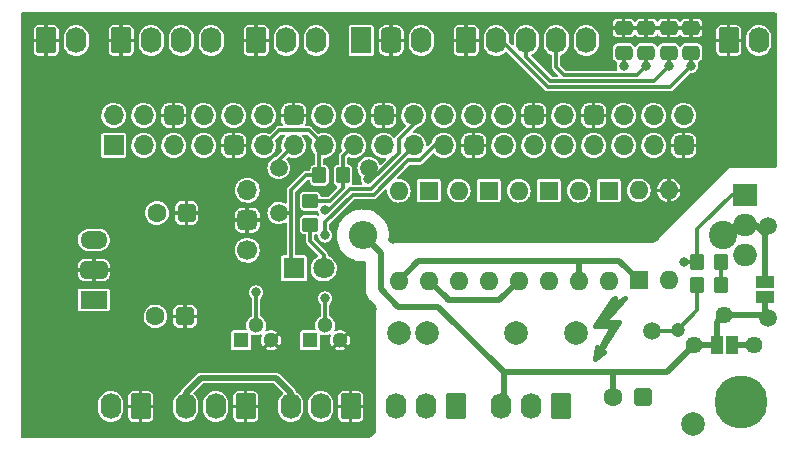
<source format=gbr>
%TF.GenerationSoftware,KiCad,Pcbnew,(6.0.9)*%
%TF.CreationDate,2023-02-09T17:36:23+01:00*%
%TF.ProjectId,piTelex_TW39_2.1.0,70695465-6c65-4785-9f54-5733395f322e,V2.1.0 -JK-*%
%TF.SameCoordinates,Original*%
%TF.FileFunction,Copper,L1,Top*%
%TF.FilePolarity,Positive*%
%FSLAX46Y46*%
G04 Gerber Fmt 4.6, Leading zero omitted, Abs format (unit mm)*
G04 Created by KiCad (PCBNEW (6.0.9)) date 2023-02-09 17:36:23*
%MOMM*%
%LPD*%
G01*
G04 APERTURE LIST*
G04 Aperture macros list*
%AMRoundRect*
0 Rectangle with rounded corners*
0 $1 Rounding radius*
0 $2 $3 $4 $5 $6 $7 $8 $9 X,Y pos of 4 corners*
0 Add a 4 corners polygon primitive as box body*
4,1,4,$2,$3,$4,$5,$6,$7,$8,$9,$2,$3,0*
0 Add four circle primitives for the rounded corners*
1,1,$1+$1,$2,$3*
1,1,$1+$1,$4,$5*
1,1,$1+$1,$6,$7*
1,1,$1+$1,$8,$9*
0 Add four rect primitives between the rounded corners*
20,1,$1+$1,$2,$3,$4,$5,0*
20,1,$1+$1,$4,$5,$6,$7,0*
20,1,$1+$1,$6,$7,$8,$9,0*
20,1,$1+$1,$8,$9,$2,$3,0*%
G04 Aperture macros list end*
%TA.AperFunction,EtchedComponent*%
%ADD10C,0.381000*%
%TD*%
%TA.AperFunction,SMDPad,CuDef*%
%ADD11R,1.000000X1.500000*%
%TD*%
%TA.AperFunction,SMDPad,CuDef*%
%ADD12C,1.500000*%
%TD*%
%TA.AperFunction,SMDPad,CuDef*%
%ADD13R,1.500000X1.000000*%
%TD*%
%TA.AperFunction,ComponentPad*%
%ADD14C,2.000000*%
%TD*%
%TA.AperFunction,ComponentPad*%
%ADD15C,2.400000*%
%TD*%
%TA.AperFunction,ComponentPad*%
%ADD16O,2.400000X2.400000*%
%TD*%
%TA.AperFunction,ComponentPad*%
%ADD17R,1.700000X1.700000*%
%TD*%
%TA.AperFunction,ComponentPad*%
%ADD18O,1.700000X1.700000*%
%TD*%
%TA.AperFunction,ComponentPad*%
%ADD19RoundRect,0.425000X-0.425000X0.425000X-0.425000X-0.425000X0.425000X-0.425000X0.425000X0.425000X0*%
%TD*%
%TA.AperFunction,SMDPad,CuDef*%
%ADD20RoundRect,0.250000X0.450000X-0.350000X0.450000X0.350000X-0.450000X0.350000X-0.450000X-0.350000X0*%
%TD*%
%TA.AperFunction,ComponentPad*%
%ADD21R,1.800000X1.800000*%
%TD*%
%TA.AperFunction,ComponentPad*%
%ADD22C,1.800000*%
%TD*%
%TA.AperFunction,ComponentPad*%
%ADD23RoundRect,0.400000X-0.400000X-0.400000X0.400000X-0.400000X0.400000X0.400000X-0.400000X0.400000X0*%
%TD*%
%TA.AperFunction,ComponentPad*%
%ADD24C,1.600000*%
%TD*%
%TA.AperFunction,SMDPad,CuDef*%
%ADD25RoundRect,0.250000X-0.350000X-0.450000X0.350000X-0.450000X0.350000X0.450000X-0.350000X0.450000X0*%
%TD*%
%TA.AperFunction,ComponentPad*%
%ADD26R,1.300000X1.300000*%
%TD*%
%TA.AperFunction,ComponentPad*%
%ADD27C,1.300000*%
%TD*%
%TA.AperFunction,ComponentPad*%
%ADD28RoundRect,0.250000X0.620000X0.845000X-0.620000X0.845000X-0.620000X-0.845000X0.620000X-0.845000X0*%
%TD*%
%TA.AperFunction,ComponentPad*%
%ADD29O,1.740000X2.190000*%
%TD*%
%TA.AperFunction,ComponentPad*%
%ADD30C,1.440000*%
%TD*%
%TA.AperFunction,SMDPad,CuDef*%
%ADD31RoundRect,0.250000X0.350000X0.450000X-0.350000X0.450000X-0.350000X-0.450000X0.350000X-0.450000X0*%
%TD*%
%TA.AperFunction,ComponentPad*%
%ADD32R,2.000000X1.905000*%
%TD*%
%TA.AperFunction,ComponentPad*%
%ADD33O,2.000000X1.905000*%
%TD*%
%TA.AperFunction,ComponentPad*%
%ADD34RoundRect,0.250000X-0.620000X-0.845000X0.620000X-0.845000X0.620000X0.845000X-0.620000X0.845000X0*%
%TD*%
%TA.AperFunction,ComponentPad*%
%ADD35R,2.300000X1.500000*%
%TD*%
%TA.AperFunction,ComponentPad*%
%ADD36RoundRect,0.375000X0.775000X-0.375000X0.775000X0.375000X-0.775000X0.375000X-0.775000X-0.375000X0*%
%TD*%
%TA.AperFunction,ComponentPad*%
%ADD37O,2.300000X1.500000*%
%TD*%
%TA.AperFunction,SMDPad,CuDef*%
%ADD38RoundRect,0.250000X0.475000X-0.337500X0.475000X0.337500X-0.475000X0.337500X-0.475000X-0.337500X0*%
%TD*%
%TA.AperFunction,ComponentPad*%
%ADD39R,1.600000X1.600000*%
%TD*%
%TA.AperFunction,ComponentPad*%
%ADD40O,1.600000X1.600000*%
%TD*%
%TA.AperFunction,ComponentPad*%
%ADD41C,4.500000*%
%TD*%
%TA.AperFunction,ComponentPad*%
%ADD42R,1.740000X2.190000*%
%TD*%
%TA.AperFunction,ComponentPad*%
%ADD43RoundRect,0.435000X-0.435000X-0.660000X0.435000X-0.660000X0.435000X0.660000X-0.435000X0.660000X0*%
%TD*%
%TA.AperFunction,ComponentPad*%
%ADD44RoundRect,0.425000X0.425000X0.425000X-0.425000X0.425000X-0.425000X-0.425000X0.425000X-0.425000X0*%
%TD*%
%TA.AperFunction,ComponentPad*%
%ADD45C,1.700000*%
%TD*%
%TA.AperFunction,ViaPad*%
%ADD46C,1.600000*%
%TD*%
%TA.AperFunction,ViaPad*%
%ADD47C,0.800000*%
%TD*%
%TA.AperFunction,ViaPad*%
%ADD48C,1.200000*%
%TD*%
%TA.AperFunction,Conductor*%
%ADD49C,0.500000*%
%TD*%
%TA.AperFunction,Conductor*%
%ADD50C,0.300000*%
%TD*%
G04 APERTURE END LIST*
D10*
%TO.C,KiCAD Logo*%
X149899000Y-122232500D02*
X149391000Y-122486500D01*
X151677000Y-117660500D02*
X150915000Y-118168500D01*
X149391000Y-122486500D02*
X151169000Y-119692500D01*
X149899000Y-119692500D02*
X151677000Y-117660500D01*
X149137000Y-122867500D02*
X149899000Y-122232500D01*
X150915000Y-118168500D02*
X150788000Y-117660500D01*
X149391000Y-122359500D02*
X149264000Y-121851500D01*
X150534000Y-120073500D02*
X149391000Y-122359500D01*
X149137000Y-120073500D02*
X150534000Y-120073500D01*
X150661000Y-117787500D02*
X149137000Y-120073500D01*
X149264000Y-121851500D02*
X149137000Y-122867500D01*
X151169000Y-119692500D02*
X149899000Y-119692500D01*
X149518000Y-119946500D02*
X150788000Y-119946500D01*
X150915000Y-118041500D02*
X149518000Y-119946500D01*
%TD*%
D11*
%TO.P,JP3,1,A*%
%TO.N,Net-(RV1-Pad3)*%
X160709000Y-121661000D03*
%TO.P,JP3,2,B*%
%TO.N,VDD0*%
X159409000Y-121661000D03*
%TD*%
D12*
%TO.P,TP7,1,1*%
%TO.N,VSS*%
X153963000Y-120518000D03*
%TD*%
%TO.P,TP6,1,1*%
%TO.N,VDD*%
X163742000Y-111628000D03*
%TD*%
%TO.P,TP5,1,1*%
%TO.N,VDD0*%
X163742000Y-119375000D03*
%TD*%
%TO.P,TP4,1,1*%
%TO.N,POL*%
X129960000Y-106675000D03*
%TD*%
%TO.P,TP3,1,1*%
%TO.N,RXD*%
X122340000Y-110485000D03*
%TD*%
%TO.P,TP2,1,1*%
%TO.N,TXD*%
X122340000Y-106675000D03*
%TD*%
D13*
%TO.P,JP2,2,B*%
%TO.N,VDD0*%
X163488000Y-117612000D03*
%TO.P,JP2,1,A*%
%TO.N,VDD*%
X163488000Y-116312000D03*
%TD*%
D14*
%TO.P,TP1,1,1*%
%TO.N,GNDD*%
X157392000Y-128392000D03*
%TD*%
D15*
%TO.P,R24,1*%
%TO.N,VDD*%
X159932000Y-112390000D03*
D16*
%TO.P,R24,2*%
%TO.N,VDD0*%
X129452000Y-112390000D03*
%TD*%
D17*
%TO.P,J7,1,3V3*%
%TO.N,unconnected-(J7-Pad1)*%
X108370000Y-104770000D03*
D18*
%TO.P,J7,2,5V*%
%TO.N,+5V*%
X108370000Y-102230000D03*
%TO.P,J7,3,SDA/GPIO2*%
%TO.N,I2C_SDA*%
X110910000Y-104770000D03*
%TO.P,J7,4,5V*%
%TO.N,+5V*%
X110910000Y-102230000D03*
%TO.P,J7,5,SCL/GPIO3*%
%TO.N,I2C_SCL*%
X113450000Y-104770000D03*
D19*
%TO.P,J7,6,GND*%
%TO.N,GNDD*%
X113450000Y-102230000D03*
D18*
%TO.P,J7,7,GCLK0/GPIO4*%
%TO.N,unconnected-(J7-Pad7)*%
X115990000Y-104770000D03*
%TO.P,J7,8,GPIO14/TXD*%
%TO.N,DEB_TXD*%
X115990000Y-102230000D03*
D19*
%TO.P,J7,9,GND*%
%TO.N,GNDD*%
X118530000Y-104770000D03*
D18*
%TO.P,J7,10,GPIO15/RXD*%
%TO.N,DEB_RXD*%
X118530000Y-102230000D03*
%TO.P,J7,11,GPIO17*%
%TO.N,RXD*%
X121070000Y-104770000D03*
%TO.P,J7,12,GPIO18/PWM0*%
%TO.N,NEO*%
X121070000Y-102230000D03*
%TO.P,J7,13,GPIO27*%
%TO.N,TXD*%
X123610000Y-104770000D03*
D19*
%TO.P,J7,14,GND*%
%TO.N,GNDD*%
X123610000Y-102230000D03*
D18*
%TO.P,J7,15,GPIO22*%
%TO.N,RXD*%
X126150000Y-104770000D03*
%TO.P,J7,16,GPIO23*%
%TO.N,LED_R*%
X126150000Y-102230000D03*
%TO.P,J7,17,3V3*%
%TO.N,+3.3V*%
X128690000Y-104770000D03*
%TO.P,J7,18,GPIO24*%
%TO.N,LED_G*%
X128690000Y-102230000D03*
%TO.P,J7,19,MOSI0/GPIO10*%
%TO.N,unconnected-(J7-Pad19)*%
X131230000Y-104770000D03*
D19*
%TO.P,J7,20,GND*%
%TO.N,GNDD*%
X131230000Y-102230000D03*
D18*
%TO.P,J7,21,MISO0/GPIO9*%
%TO.N,POW*%
X133770000Y-104770000D03*
%TO.P,J7,22,GPIO25*%
%TO.N,POL*%
X133770000Y-102230000D03*
%TO.P,J7,23,SCLK0/GPIO11*%
%TO.N,AUX*%
X136310000Y-104770000D03*
%TO.P,J7,24,~{CE0}/GPIO8*%
%TO.N,BTN1*%
X136310000Y-102230000D03*
D19*
%TO.P,J7,25,GND*%
%TO.N,GNDD*%
X138850000Y-104770000D03*
D18*
%TO.P,J7,26,~{CE1}/GPIO7*%
%TO.N,BTN2*%
X138850000Y-102230000D03*
%TO.P,J7,27,ID_SD/GPIO0*%
%TO.N,unconnected-(J7-Pad27)*%
X141390000Y-104770000D03*
%TO.P,J7,28,ID_SC/GPIO1*%
%TO.N,unconnected-(J7-Pad28)*%
X141390000Y-102230000D03*
%TO.P,J7,29,GCLK1/GPIO5*%
%TO.N,BTN3*%
X143930000Y-104770000D03*
D19*
%TO.P,J7,30,GND*%
%TO.N,GNDD*%
X143930000Y-102230000D03*
D18*
%TO.P,J7,31,GCLK2/GPIO6*%
%TO.N,BTN4*%
X146470000Y-104770000D03*
%TO.P,J7,32,PWM0/GPIO12*%
%TO.N,unconnected-(J7-Pad32)*%
X146470000Y-102230000D03*
%TO.P,J7,33,PWM1/GPIO13*%
%TO.N,unconnected-(J7-Pad33)*%
X149010000Y-104770000D03*
D19*
%TO.P,J7,34,GND*%
%TO.N,GNDD*%
X149010000Y-102230000D03*
D18*
%TO.P,J7,35,GPIO19/MISO1*%
%TO.N,unconnected-(J7-Pad35)*%
X151550000Y-104770000D03*
%TO.P,J7,36,GPIO16*%
%TO.N,unconnected-(J7-Pad36)*%
X151550000Y-102230000D03*
%TO.P,J7,37,GPIO26*%
%TO.N,unconnected-(J7-Pad37)*%
X154090000Y-104770000D03*
%TO.P,J7,38,GPIO20/MOSI1*%
%TO.N,unconnected-(J7-Pad38)*%
X154090000Y-102230000D03*
D19*
%TO.P,J7,39,GND*%
%TO.N,GNDD*%
X156630000Y-104770000D03*
D18*
%TO.P,J7,40,GPIO21/SCLK1*%
%TO.N,OFF*%
X156630000Y-102230000D03*
%TD*%
D20*
%TO.P,R2,1*%
%TO.N,Net-(R2-Pad1)*%
X125007000Y-111485000D03*
%TO.P,R2,2*%
%TO.N,+3.3V*%
X125007000Y-109485000D03*
%TD*%
D21*
%TO.P,D1,1,K*%
%TO.N,RXD*%
X123610000Y-115184000D03*
D22*
%TO.P,D1,2,A*%
%TO.N,Net-(R2-Pad1)*%
X126150000Y-115184000D03*
%TD*%
D23*
%TO.P,C5,2*%
%TO.N,GNDD*%
X114534606Y-110485000D03*
D24*
%TO.P,C5,1*%
%TO.N,+5V*%
X112034606Y-110485000D03*
%TD*%
%TO.P,C6,1*%
%TO.N,+24V*%
X111907606Y-119248000D03*
D23*
%TO.P,C6,2*%
%TO.N,GNDD*%
X114407606Y-119248000D03*
%TD*%
D24*
%TO.P,C9,1*%
%TO.N,VDD0*%
X150661000Y-126106000D03*
D23*
%TO.P,C9,2*%
%TO.N,VSS*%
X153161000Y-126106000D03*
%TD*%
D25*
%TO.P,R1,1*%
%TO.N,RXD*%
X125785000Y-107310000D03*
%TO.P,R1,2*%
%TO.N,+3.3V*%
X127785000Y-107310000D03*
%TD*%
D26*
%TO.P,Q2,1,C*%
%TO.N,POW_OUT*%
X119165000Y-121280000D03*
D27*
%TO.P,Q2,2,B*%
%TO.N,Net-(Q6-Pad1)*%
X120435000Y-120010000D03*
%TO.P,Q2,3,E*%
%TO.N,GNDD*%
X121705000Y-121280000D03*
%TD*%
D26*
%TO.P,Q3,1,C*%
%TO.N,AUX_OUT*%
X125007000Y-121280000D03*
D27*
%TO.P,Q3,2,B*%
%TO.N,Net-(Q3-Pad2)*%
X126277000Y-120010000D03*
%TO.P,Q3,3,E*%
%TO.N,GNDD*%
X127547000Y-121280000D03*
%TD*%
D28*
%TO.P,J10,1,Pin_1*%
%TO.N,GNDD*%
X119546000Y-126868000D03*
D29*
%TO.P,J10,2,Pin_2*%
%TO.N,POW_OUT*%
X117006000Y-126868000D03*
%TO.P,J10,3,Pin_3*%
%TO.N,VRR*%
X114466000Y-126868000D03*
%TD*%
D28*
%TO.P,J11,1,Pin_1*%
%TO.N,GNDD*%
X128436000Y-126868000D03*
D29*
%TO.P,J11,2,Pin_2*%
%TO.N,AUX_OUT*%
X125896000Y-126868000D03*
%TO.P,J11,3,Pin_3*%
%TO.N,VRR*%
X123356000Y-126868000D03*
%TD*%
D28*
%TO.P,J12,1,Pin_1*%
%TO.N,GNDD*%
X137326000Y-126868000D03*
D29*
%TO.P,J12,2,Pin_2*%
%TO.N,a*%
X134786000Y-126868000D03*
%TO.P,J12,3,Pin_3*%
%TO.N,c*%
X132246000Y-126868000D03*
%TD*%
D28*
%TO.P,J13,1,Pin_1*%
%TO.N,GNDD*%
X146216000Y-126868000D03*
D29*
%TO.P,J13,2,Pin_2*%
%TO.N,VSS*%
X143676000Y-126868000D03*
%TO.P,J13,3,Pin_3*%
%TO.N,VDD0*%
X141136000Y-126868000D03*
%TD*%
D30*
%TO.P,RV1,1,1*%
%TO.N,VDD0*%
X157519000Y-121661000D03*
%TO.P,RV1,2,2*%
X160059000Y-119121000D03*
%TO.P,RV1,3,3*%
%TO.N,Net-(RV1-Pad3)*%
X162599000Y-121661000D03*
%TD*%
D25*
%TO.P,R4,1*%
%TO.N,VSS*%
X157789000Y-116581000D03*
%TO.P,R4,2*%
%TO.N,Net-(R3-Pad1)*%
X159789000Y-116581000D03*
%TD*%
D31*
%TO.P,R3,1*%
%TO.N,Net-(R3-Pad1)*%
X159789000Y-114676000D03*
%TO.P,R3,2*%
%TO.N,Net-(Q4-Pad3)*%
X157789000Y-114676000D03*
%TD*%
D32*
%TO.P,Q1,1,B*%
%TO.N,Net-(Q4-Pad3)*%
X161781000Y-108961000D03*
D33*
%TO.P,Q1,2,C*%
%TO.N,VDD*%
X161781000Y-111501000D03*
%TO.P,Q1,3,E*%
%TO.N,Net-(Q4-Pad1)*%
X161781000Y-114041000D03*
%TD*%
D34*
%TO.P,J2,1,Pin_1*%
%TO.N,GNDD*%
X109005000Y-95880000D03*
D29*
%TO.P,J2,2,Pin_2*%
%TO.N,+5V*%
X111545000Y-95880000D03*
%TO.P,J2,3,Pin_3*%
%TO.N,I2C_SDA*%
X114085000Y-95880000D03*
%TO.P,J2,4,Pin_4*%
%TO.N,I2C_SCL*%
X116625000Y-95880000D03*
%TD*%
D35*
%TO.P,U6,1,IN*%
%TO.N,+24V*%
X106680000Y-117851000D03*
D36*
%TO.P,U6,2,GND*%
%TO.N,GNDD*%
X106680000Y-115311000D03*
D37*
%TO.P,U6,3,OUT*%
%TO.N,+5V*%
X106680000Y-112771000D03*
%TD*%
D14*
%TO.P,C8,1*%
%TO.N,Net-(C7-Pad1)*%
X147512700Y-120645000D03*
%TO.P,C8,2*%
%TO.N,c*%
X132512700Y-120645000D03*
%TD*%
D38*
%TO.P,C3,2*%
%TO.N,GNDD*%
X155360000Y-94842500D03*
%TO.P,C3,1*%
%TO.N,Net-(C3-Pad1)*%
X155360000Y-96917500D03*
%TD*%
D28*
%TO.P,J9,1,Pin_1*%
%TO.N,GNDD*%
X110656000Y-126868000D03*
D29*
%TO.P,J9,2,Pin_2*%
%TO.N,+24V*%
X108116000Y-126868000D03*
%TD*%
D34*
%TO.P,J1,1,Pin_1*%
%TO.N,GNDD*%
X102655000Y-95880000D03*
D29*
%TO.P,J1,2,Pin_2*%
%TO.N,+5V*%
X105195000Y-95880000D03*
%TD*%
D38*
%TO.P,C2,1*%
%TO.N,Net-(C2-Pad1)*%
X153455000Y-96917500D03*
%TO.P,C2,2*%
%TO.N,GNDD*%
X153455000Y-94842500D03*
%TD*%
D39*
%TO.P,U4,1*%
%TO.N,Net-(U4-Pad1)*%
X150285000Y-108597700D03*
D40*
%TO.P,U4,2*%
%TO.N,Net-(U4-Pad2)*%
X147745000Y-108597700D03*
%TO.P,U4,3*%
%TO.N,/VSS2*%
X147745000Y-116217700D03*
%TO.P,U4,4*%
%TO.N,a*%
X150285000Y-116217700D03*
%TD*%
D41*
%TO.P,H3,1,1*%
%TO.N,GNDD*%
X103500000Y-126500000D03*
%TD*%
D34*
%TO.P,J3,1,Pin_1*%
%TO.N,GNDD*%
X120435000Y-95880000D03*
D29*
%TO.P,J3,2,Pin_2*%
%TO.N,NEO*%
X122975000Y-95880000D03*
%TO.P,J3,3,Pin_3*%
%TO.N,+5V*%
X125515000Y-95880000D03*
%TD*%
D42*
%TO.P,J4,1,Pin_1*%
%TO.N,Net-(J4-Pad1)*%
X129325000Y-95880000D03*
D43*
%TO.P,J4,2,Pin_2*%
%TO.N,GNDD*%
X131865000Y-95880000D03*
D29*
%TO.P,J4,3,Pin_3*%
%TO.N,Net-(J4-Pad3)*%
X134405000Y-95880000D03*
%TD*%
D34*
%TO.P,J5,1,Pin_1*%
%TO.N,GNDD*%
X138215000Y-95880000D03*
D29*
%TO.P,J5,2,Pin_2*%
%TO.N,Net-(C4-Pad1)*%
X140755000Y-95880000D03*
%TO.P,J5,3,Pin_3*%
%TO.N,Net-(C3-Pad1)*%
X143295000Y-95880000D03*
%TO.P,J5,4,Pin_4*%
%TO.N,Net-(C2-Pad1)*%
X145835000Y-95880000D03*
%TO.P,J5,5,Pin_5*%
%TO.N,Net-(C1-Pad1)*%
X148375000Y-95880000D03*
%TD*%
D14*
%TO.P,C7,1*%
%TO.N,Net-(C7-Pad1)*%
X142432700Y-120645000D03*
%TO.P,C7,2*%
%TO.N,c*%
X134932700Y-120645000D03*
%TD*%
D34*
%TO.P,J6,1,Pin_1*%
%TO.N,GNDD*%
X160440000Y-95880000D03*
D29*
%TO.P,J6,2,Pin_2*%
%TO.N,OFF*%
X162980000Y-95880000D03*
%TD*%
D41*
%TO.P,H2,1,1*%
%TO.N,GNDD*%
X161500000Y-103500000D03*
%TD*%
%TO.P,H4,1,1*%
%TO.N,GNDD*%
X161500000Y-126500000D03*
%TD*%
D18*
%TO.P,J8,3,Pin_3*%
%TO.N,DEB_RXD*%
X119673000Y-108565000D03*
D44*
%TO.P,J8,2,Pin_2*%
%TO.N,GNDD*%
X119673000Y-111105000D03*
D45*
%TO.P,J8,1,Pin_1*%
%TO.N,DEB_TXD*%
X119673000Y-113645000D03*
%TD*%
D39*
%TO.P,U5,1*%
%TO.N,/VSS2*%
X152827700Y-116195000D03*
D40*
%TO.P,U5,2*%
%TO.N,Net-(U5-Pad2)*%
X155367700Y-116195000D03*
%TO.P,U5,3*%
%TO.N,GNDD*%
X155367700Y-108575000D03*
%TO.P,U5,4*%
%TO.N,RXD*%
X152827700Y-108575000D03*
%TD*%
D41*
%TO.P,H1,1,1*%
%TO.N,GNDD*%
X103500000Y-103500000D03*
%TD*%
D38*
%TO.P,C1,1*%
%TO.N,Net-(C1-Pad1)*%
X151550000Y-96917500D03*
%TO.P,C1,2*%
%TO.N,GNDD*%
X151550000Y-94842500D03*
%TD*%
D39*
%TO.P,U2,1*%
%TO.N,POL*%
X140120000Y-108587700D03*
D40*
%TO.P,U2,2*%
%TO.N,Net-(U2-Pad2)*%
X137580000Y-108587700D03*
%TO.P,U2,3*%
%TO.N,a*%
X137580000Y-116207700D03*
%TO.P,U2,4*%
%TO.N,VDD*%
X140120000Y-116207700D03*
%TD*%
%TO.P,U3,4*%
%TO.N,VDD*%
X145205000Y-116217700D03*
%TO.P,U3,3*%
%TO.N,c*%
X142665000Y-116217700D03*
%TO.P,U3,2*%
%TO.N,POL*%
X142665000Y-108597700D03*
D39*
%TO.P,U3,1*%
%TO.N,Net-(U4-Pad2)*%
X145205000Y-108597700D03*
%TD*%
%TO.P,U1,1*%
%TO.N,Net-(U2-Pad2)*%
X135045000Y-108597700D03*
D40*
%TO.P,U1,2*%
%TO.N,Net-(U4-Pad1)*%
X132505000Y-108597700D03*
%TO.P,U1,3*%
%TO.N,/VSS2*%
X132505000Y-116217700D03*
%TO.P,U1,4*%
%TO.N,c*%
X135045000Y-116217700D03*
%TD*%
D38*
%TO.P,C4,2*%
%TO.N,GNDD*%
X157265000Y-94842500D03*
%TO.P,C4,1*%
%TO.N,Net-(C4-Pad1)*%
X157265000Y-96917500D03*
%TD*%
D46*
%TO.N,GNDD*%
X153836000Y-112263000D03*
D47*
X118530000Y-106167000D03*
X120435000Y-97531000D03*
D46*
X104306000Y-121661000D03*
X104433000Y-109088000D03*
X116498000Y-110485000D03*
X116498000Y-119248000D03*
X116498000Y-114930000D03*
D47*
X139993000Y-106675000D03*
X126365000Y-123693000D03*
X110021000Y-107310000D03*
X107100000Y-107310000D03*
X119038000Y-118359000D03*
X122340000Y-118613000D03*
X128182000Y-118613000D03*
X142659412Y-110497200D03*
X142660000Y-112644000D03*
X111799000Y-108834000D03*
X112180000Y-121153000D03*
X108624000Y-111120000D03*
X108624000Y-119629000D03*
X121832000Y-100325000D03*
X140628000Y-100579000D03*
X159424000Y-101468000D03*
X158281000Y-100325000D03*
X127420000Y-103500000D03*
X129960000Y-103500000D03*
X135040000Y-103500000D03*
X142660000Y-103500000D03*
X150280000Y-103500000D03*
X155360000Y-103500000D03*
X135548000Y-106040000D03*
X149010000Y-106675000D03*
X132500000Y-110104000D03*
X150280000Y-110104000D03*
X126957665Y-113121916D03*
X122172500Y-108580000D03*
X114720000Y-106167000D03*
X121070000Y-115692000D03*
X101131000Y-115311000D03*
X104179000Y-94102000D03*
X101131000Y-94102000D03*
X124245000Y-97531000D03*
X117768000Y-97531000D03*
X112815000Y-97531000D03*
X110275000Y-97531000D03*
X115355000Y-97531000D03*
X130595000Y-97531000D03*
X138215000Y-97531000D03*
X144565000Y-97404000D03*
X147105000Y-97404000D03*
X158789000Y-94102000D03*
X163869000Y-94102000D03*
X101131000Y-128900000D03*
X124753000Y-128900000D03*
X129452000Y-109790497D03*
X113450000Y-123312000D03*
X113265435Y-114747402D03*
X110402000Y-119883000D03*
X110529000Y-110612000D03*
X109513000Y-100452000D03*
X117260000Y-100452000D03*
X126658000Y-100325000D03*
X135040000Y-100579000D03*
X137580000Y-100579000D03*
X143930000Y-100579000D03*
X146470000Y-100579000D03*
X150280000Y-100558500D03*
X159678000Y-106802000D03*
X132047047Y-112652301D03*
X124880000Y-106167000D03*
X124372000Y-113533000D03*
X124118000Y-116962000D03*
X117514000Y-123312000D03*
X121959000Y-123312000D03*
X124626000Y-118486000D03*
X130214000Y-118613000D03*
X129326500Y-114989503D03*
X130114000Y-128900000D03*
%TO.N,Net-(Q3-Pad2)*%
X126277000Y-117729000D03*
%TO.N,Net-(Q6-Pad1)*%
X120435000Y-117216000D03*
D48*
%TO.N,VSS*%
X156122000Y-120391000D03*
D47*
%TO.N,Net-(Q4-Pad3)*%
X156630000Y-114673438D03*
%TO.N,AUX*%
X126277000Y-112390000D03*
%TO.N,POW*%
X126242249Y-110234500D03*
%TO.N,POL*%
X129910576Y-107641576D03*
%TO.N,Net-(C4-Pad1)*%
X157265000Y-98039000D03*
%TO.N,Net-(C3-Pad1)*%
X155360000Y-98039000D03*
%TO.N,Net-(C2-Pad1)*%
X153455000Y-98039000D03*
%TO.N,Net-(C1-Pad1)*%
X151550000Y-98039000D03*
%TO.N,GNDD*%
X113030000Y-128905000D03*
X163830000Y-97785000D03*
X108497000Y-115311000D03*
X163830000Y-100330000D03*
X101131000Y-123693000D03*
X163869000Y-106040000D03*
X101258000Y-107183000D03*
X119380000Y-128905000D03*
X104814000Y-115311000D03*
X106680000Y-128905000D03*
X101092000Y-97785000D03*
%TD*%
D49*
%TO.N,VRR*%
X123356000Y-125725000D02*
X123356000Y-126868000D01*
X122086000Y-124455000D02*
X123356000Y-125725000D01*
X114466000Y-126868000D02*
X114466000Y-125725000D01*
X114466000Y-125725000D02*
X115736000Y-124455000D01*
X115736000Y-124455000D02*
X122086000Y-124455000D01*
D50*
%TO.N,Net-(R2-Pad1)*%
X125007000Y-111485000D02*
X125007000Y-112898000D01*
X125007000Y-112898000D02*
X126150000Y-114041000D01*
X126150000Y-114041000D02*
X126150000Y-115184000D01*
%TO.N,RXD*%
X123610000Y-115184000D02*
X123356000Y-114930000D01*
X123356000Y-114930000D02*
X123356000Y-110358000D01*
D49*
%TO.N,c*%
X136691000Y-117851000D02*
X136564000Y-117724000D01*
X136564000Y-117724000D02*
X136551300Y-117724000D01*
D50*
%TO.N,RXD*%
X123229000Y-110485000D02*
X123356000Y-110358000D01*
X122340000Y-110485000D02*
X123229000Y-110485000D01*
X123356000Y-110358000D02*
X123356000Y-108580000D01*
%TO.N,TXD*%
X122340000Y-106040000D02*
X123610000Y-104770000D01*
X122340000Y-106675000D02*
X122340000Y-106040000D01*
%TO.N,POL*%
X133770000Y-102992000D02*
X133770000Y-102230000D01*
X132500000Y-104262000D02*
X133770000Y-102992000D01*
X132500000Y-105405000D02*
X132500000Y-104262000D01*
X130263424Y-107641576D02*
X132500000Y-105405000D01*
X129910576Y-107641576D02*
X130263424Y-107641576D01*
%TO.N,+3.3V*%
X127801000Y-107294000D02*
X127785000Y-107310000D01*
X127801000Y-105659000D02*
X127801000Y-107294000D01*
X128690000Y-104770000D02*
X127801000Y-105659000D01*
%TO.N,RXD*%
X125769000Y-107294000D02*
X125785000Y-107310000D01*
X125769000Y-105151000D02*
X125769000Y-107294000D01*
X126150000Y-104770000D02*
X125769000Y-105151000D01*
%TO.N,Net-(Q6-Pad1)*%
X120435000Y-117216000D02*
X120435000Y-120010000D01*
D49*
%TO.N,VDD0*%
X160059000Y-119121000D02*
X159424000Y-119756000D01*
X159424000Y-119761000D02*
X159424000Y-121661000D01*
X157519000Y-121661000D02*
X158959000Y-121661000D01*
%TO.N,Net-(RV1-Pad3)*%
X162599000Y-121661000D02*
X161059000Y-121661000D01*
%TO.N,VDD0*%
X163488000Y-119121000D02*
X163488000Y-118062000D01*
X163488000Y-119121000D02*
X163742000Y-119375000D01*
X160059000Y-119121000D02*
X163488000Y-119121000D01*
D50*
%TO.N,VSS*%
X155995000Y-120518000D02*
X156122000Y-120391000D01*
X153963000Y-120518000D02*
X155995000Y-120518000D01*
D49*
%TO.N,VDD*%
X163531000Y-112306000D02*
X163531000Y-116327000D01*
X161781000Y-111501000D02*
X162726000Y-111501000D01*
X162726000Y-111501000D02*
X163531000Y-112306000D01*
D50*
%TO.N,Net-(Q4-Pad3)*%
X157773000Y-114654876D02*
X157791562Y-114673438D01*
X157773000Y-111882000D02*
X157773000Y-114654876D01*
X158217500Y-111437500D02*
X157773000Y-111882000D01*
X157791562Y-114673438D02*
X156630000Y-114673438D01*
X160694000Y-108961000D02*
X161781000Y-108961000D01*
X158217500Y-111437500D02*
X160694000Y-108961000D01*
%TO.N,Net-(Q3-Pad2)*%
X126277000Y-117729000D02*
X126277000Y-120010000D01*
%TO.N,RXD*%
X124626000Y-107310000D02*
X125785000Y-107310000D01*
X123356000Y-108580000D02*
X124626000Y-107310000D01*
D49*
%TO.N,VDD0*%
X150661000Y-123947000D02*
X150661000Y-126106000D01*
X155233000Y-123947000D02*
X150661000Y-123947000D01*
X157519000Y-121661000D02*
X155233000Y-123947000D01*
D50*
%TO.N,+3.3V*%
X126642001Y-109485000D02*
X127785000Y-108342000D01*
X127785000Y-108342000D02*
X127785000Y-107310000D01*
X125007000Y-109485000D02*
X126642001Y-109485000D01*
%TO.N,POW*%
X133770000Y-104842106D02*
X133770000Y-104770000D01*
X128381106Y-108453000D02*
X130159106Y-108453000D01*
X126599607Y-110234500D02*
X128381106Y-108453000D01*
X130159106Y-108453000D02*
X133770000Y-104842106D01*
X126242249Y-110234500D02*
X126599607Y-110234500D01*
%TO.N,AUX*%
X126277000Y-111264213D02*
X126277000Y-112390000D01*
X130366213Y-108953000D02*
X128588213Y-108953000D01*
X133279212Y-106040000D02*
X130366213Y-108953000D01*
X128588213Y-108953000D02*
X126277000Y-111264213D01*
X134278000Y-106040000D02*
X133279212Y-106040000D01*
X135548000Y-104770000D02*
X134278000Y-106040000D01*
X136310000Y-104770000D02*
X135548000Y-104770000D01*
%TO.N,RXD*%
X124880000Y-103500000D02*
X126150000Y-104770000D01*
X122340000Y-103500000D02*
X124880000Y-103500000D01*
X121070000Y-104770000D02*
X122340000Y-103500000D01*
D49*
%TO.N,VDD0*%
X150661000Y-123947000D02*
X141390000Y-123947000D01*
X130976000Y-113914000D02*
X129452000Y-112390000D01*
X130976000Y-116962000D02*
X130976000Y-113914000D01*
X132451457Y-118437457D02*
X130976000Y-116962000D01*
X135850543Y-118437457D02*
X132451457Y-118437457D01*
X141390000Y-123976914D02*
X135850543Y-118437457D01*
X141390000Y-126868000D02*
X141390000Y-123976914D01*
D50*
%TO.N,Net-(R3-Pad1)*%
X159789000Y-116581000D02*
X159789000Y-114676000D01*
%TO.N,VSS*%
X157789000Y-118724000D02*
X156122000Y-120391000D01*
X157789000Y-116581000D02*
X157789000Y-118724000D01*
D49*
%TO.N,c*%
X141031700Y-117851000D02*
X136691000Y-117851000D01*
X142665000Y-116217700D02*
X141031700Y-117851000D01*
X136551300Y-117724000D02*
X135045000Y-116217700D01*
%TO.N,/VSS2*%
X151181700Y-114549000D02*
X152827700Y-116195000D01*
X147752700Y-114549000D02*
X151181700Y-114549000D01*
X134173700Y-114549000D02*
X132505000Y-116217700D01*
X147752700Y-114549000D02*
X134173700Y-114549000D01*
X147752700Y-116210000D02*
X147752700Y-114549000D01*
X147745000Y-116217700D02*
X147752700Y-116210000D01*
D50*
%TO.N,Net-(C2-Pad1)*%
X146470000Y-98801000D02*
X145835000Y-98166000D01*
X152693000Y-98801000D02*
X146470000Y-98801000D01*
X153455000Y-98039000D02*
X152693000Y-98801000D01*
X145835000Y-98166000D02*
X145835000Y-95880000D01*
%TO.N,Net-(C4-Pad1)*%
X141190894Y-95880000D02*
X140755000Y-95880000D01*
X145119894Y-99809000D02*
X141190894Y-95880000D01*
X155495000Y-99809000D02*
X145119894Y-99809000D01*
X157265000Y-98039000D02*
X155495000Y-99809000D01*
%TO.N,Net-(C3-Pad1)*%
X143295000Y-97277000D02*
X143295000Y-95880000D01*
X145327000Y-99309000D02*
X143295000Y-97277000D01*
X154090000Y-99309000D02*
X145327000Y-99309000D01*
X155360000Y-98039000D02*
X154090000Y-99309000D01*
%TO.N,Net-(C4-Pad1)*%
X157265000Y-96917500D02*
X157265000Y-98039000D01*
%TO.N,Net-(C3-Pad1)*%
X155360000Y-98039000D02*
X155360000Y-96917500D01*
%TO.N,Net-(C2-Pad1)*%
X153455000Y-96917500D02*
X153455000Y-98039000D01*
%TO.N,Net-(C1-Pad1)*%
X151550000Y-98039000D02*
X151550000Y-96917500D01*
%TD*%
%TA.AperFunction,Conductor*%
%TO.N,GNDD*%
G36*
X164458691Y-93519407D02*
G01*
X164494655Y-93568907D01*
X164499500Y-93599500D01*
X164499500Y-106519492D01*
X164480593Y-106577683D01*
X164470504Y-106589496D01*
X164413996Y-106646004D01*
X164359479Y-106673781D01*
X164343992Y-106675000D01*
X160440000Y-106675000D01*
X160086801Y-107028907D01*
X156612375Y-110510296D01*
X154469828Y-112657136D01*
X154437685Y-112678648D01*
X154357738Y-112711810D01*
X153639029Y-113009931D01*
X153620914Y-113017445D01*
X153582983Y-113025000D01*
X131896482Y-113025000D01*
X131838291Y-113006093D01*
X131826478Y-112996004D01*
X131654198Y-112823724D01*
X131626421Y-112769207D01*
X131627104Y-112734406D01*
X131629109Y-112724329D01*
X131638356Y-112677839D01*
X131638746Y-112671897D01*
X131657010Y-112393234D01*
X131657222Y-112390000D01*
X131654296Y-112345361D01*
X131638568Y-112105389D01*
X131638567Y-112105383D01*
X131638356Y-112102161D01*
X131582081Y-111819247D01*
X131489359Y-111546098D01*
X131361778Y-111287389D01*
X131237237Y-111101000D01*
X131203327Y-111050250D01*
X131203325Y-111050248D01*
X131201520Y-111047546D01*
X131011327Y-110830673D01*
X130794454Y-110640480D01*
X130781506Y-110631828D01*
X130565907Y-110487770D01*
X130554611Y-110480222D01*
X130295902Y-110352641D01*
X130022753Y-110259919D01*
X129739839Y-110203644D01*
X129736617Y-110203433D01*
X129736611Y-110203432D01*
X129455234Y-110184990D01*
X129452000Y-110184778D01*
X129448766Y-110184990D01*
X129167389Y-110203432D01*
X129167383Y-110203433D01*
X129164161Y-110203644D01*
X128881247Y-110259919D01*
X128608098Y-110352641D01*
X128349389Y-110480222D01*
X128338093Y-110487770D01*
X128122495Y-110631828D01*
X128109546Y-110640480D01*
X127892673Y-110830673D01*
X127702480Y-111047546D01*
X127700675Y-111050248D01*
X127700673Y-111050250D01*
X127666763Y-111101000D01*
X127542222Y-111287389D01*
X127414641Y-111546098D01*
X127321919Y-111819247D01*
X127265644Y-112102161D01*
X127265433Y-112105383D01*
X127265432Y-112105389D01*
X127249704Y-112345361D01*
X127246778Y-112390000D01*
X127246990Y-112393234D01*
X127265255Y-112671897D01*
X127265644Y-112677839D01*
X127321919Y-112960753D01*
X127414641Y-113233902D01*
X127542222Y-113492611D01*
X127548341Y-113501768D01*
X127695115Y-113721431D01*
X127702480Y-113732454D01*
X127892673Y-113949327D01*
X128109546Y-114139520D01*
X128112248Y-114141325D01*
X128112250Y-114141327D01*
X128207077Y-114204688D01*
X128349389Y-114299778D01*
X128608098Y-114427359D01*
X128881247Y-114520081D01*
X129164161Y-114576356D01*
X129167383Y-114576567D01*
X129167389Y-114576568D01*
X129448766Y-114595010D01*
X129452000Y-114595222D01*
X129620025Y-114584209D01*
X129679328Y-114599270D01*
X129718452Y-114646312D01*
X129725500Y-114682997D01*
X129725500Y-116872907D01*
X129724653Y-116885829D01*
X129722597Y-116901448D01*
X129721547Y-116909422D01*
X129722702Y-116933913D01*
X129725390Y-116990907D01*
X129725500Y-116995571D01*
X129725500Y-117018630D01*
X129727857Y-117045044D01*
X129728136Y-117049130D01*
X129732063Y-117132398D01*
X129736441Y-117151511D01*
X129738546Y-117164804D01*
X129740289Y-117184339D01*
X129741452Y-117188589D01*
X129741452Y-117188591D01*
X129762283Y-117264737D01*
X129763293Y-117268758D01*
X129775146Y-117320509D01*
X129781897Y-117349987D01*
X129783622Y-117354032D01*
X129783624Y-117354037D01*
X129789589Y-117368020D01*
X129794018Y-117380740D01*
X129798026Y-117395392D01*
X129798030Y-117395402D01*
X129799192Y-117399651D01*
X129818872Y-117440909D01*
X129835069Y-117474867D01*
X129836770Y-117478634D01*
X129869476Y-117555313D01*
X129876655Y-117566241D01*
X129880240Y-117571699D01*
X129886851Y-117583432D01*
X129893393Y-117597149D01*
X129893397Y-117597155D01*
X129895292Y-117601129D01*
X129897864Y-117604709D01*
X129897868Y-117604715D01*
X129943932Y-117668820D01*
X129946274Y-117672226D01*
X129992031Y-117741884D01*
X130001229Y-117752208D01*
X130011342Y-117763559D01*
X130017817Y-117771641D01*
X130025552Y-117782405D01*
X130101922Y-117856413D01*
X130102965Y-117857439D01*
X130566004Y-118320478D01*
X130593781Y-118374995D01*
X130595000Y-118390482D01*
X130595000Y-128993992D01*
X130576093Y-129052183D01*
X130566004Y-129063996D01*
X130159496Y-129470504D01*
X130104979Y-129498281D01*
X130089492Y-129499500D01*
X100620890Y-129499500D01*
X100562699Y-129480593D01*
X100550680Y-129470296D01*
X100529290Y-129448779D01*
X100501673Y-129394181D01*
X100500500Y-129378983D01*
X100500500Y-127145830D01*
X107045500Y-127145830D01*
X107045735Y-127148224D01*
X107045735Y-127148229D01*
X107059690Y-127290547D01*
X107060806Y-127301934D01*
X107062202Y-127306559D01*
X107062203Y-127306562D01*
X107075716Y-127351320D01*
X107121484Y-127502910D01*
X107220043Y-127688272D01*
X107352729Y-127850961D01*
X107356457Y-127854045D01*
X107356458Y-127854046D01*
X107424638Y-127910449D01*
X107514487Y-127984779D01*
X107699157Y-128084630D01*
X107763814Y-128104645D01*
X107895084Y-128145280D01*
X107895088Y-128145281D01*
X107899705Y-128146710D01*
X107904513Y-128147215D01*
X107904516Y-128147216D01*
X108103674Y-128168148D01*
X108103676Y-128168148D01*
X108108490Y-128168654D01*
X108203538Y-128160004D01*
X108312742Y-128150066D01*
X108312745Y-128150065D01*
X108317562Y-128149627D01*
X108322204Y-128148261D01*
X108322208Y-128148260D01*
X108514310Y-128091721D01*
X108514313Y-128091720D01*
X108518957Y-128090353D01*
X108705003Y-127993091D01*
X108708779Y-127990055D01*
X108708782Y-127990053D01*
X108864842Y-127864577D01*
X108864843Y-127864576D01*
X108868614Y-127861544D01*
X108871723Y-127857839D01*
X108871726Y-127857836D01*
X108950092Y-127764443D01*
X109586001Y-127764443D01*
X109586220Y-127769086D01*
X109588411Y-127792269D01*
X109590976Y-127803965D01*
X109631362Y-127918966D01*
X109638209Y-127931899D01*
X109709808Y-128028835D01*
X109720165Y-128039192D01*
X109817101Y-128110791D01*
X109830034Y-128117638D01*
X109945031Y-128158022D01*
X109956734Y-128160590D01*
X109979918Y-128162782D01*
X109984554Y-128163000D01*
X110490320Y-128163000D01*
X110503005Y-128158878D01*
X110506000Y-128154757D01*
X110506000Y-128147319D01*
X110806000Y-128147319D01*
X110810122Y-128160004D01*
X110814243Y-128162999D01*
X111327443Y-128162999D01*
X111332086Y-128162780D01*
X111355269Y-128160589D01*
X111366965Y-128158024D01*
X111481966Y-128117638D01*
X111494899Y-128110791D01*
X111591835Y-128039192D01*
X111602192Y-128028835D01*
X111673791Y-127931899D01*
X111680638Y-127918966D01*
X111721022Y-127803969D01*
X111723590Y-127792266D01*
X111725782Y-127769082D01*
X111726000Y-127764446D01*
X111726000Y-127145830D01*
X113395500Y-127145830D01*
X113395735Y-127148224D01*
X113395735Y-127148229D01*
X113409690Y-127290547D01*
X113410806Y-127301934D01*
X113412202Y-127306559D01*
X113412203Y-127306562D01*
X113425716Y-127351320D01*
X113471484Y-127502910D01*
X113570043Y-127688272D01*
X113702729Y-127850961D01*
X113706457Y-127854045D01*
X113706458Y-127854046D01*
X113774638Y-127910449D01*
X113864487Y-127984779D01*
X114049157Y-128084630D01*
X114113814Y-128104645D01*
X114245084Y-128145280D01*
X114245088Y-128145281D01*
X114249705Y-128146710D01*
X114254513Y-128147215D01*
X114254516Y-128147216D01*
X114453674Y-128168148D01*
X114453676Y-128168148D01*
X114458490Y-128168654D01*
X114553538Y-128160004D01*
X114662742Y-128150066D01*
X114662745Y-128150065D01*
X114667562Y-128149627D01*
X114672204Y-128148261D01*
X114672208Y-128148260D01*
X114864310Y-128091721D01*
X114864313Y-128091720D01*
X114868957Y-128090353D01*
X115055003Y-127993091D01*
X115058779Y-127990055D01*
X115058782Y-127990053D01*
X115214842Y-127864577D01*
X115214843Y-127864576D01*
X115218614Y-127861544D01*
X115221723Y-127857839D01*
X115221726Y-127857836D01*
X115350441Y-127704439D01*
X115350442Y-127704437D01*
X115353558Y-127700724D01*
X115454696Y-127516755D01*
X115518174Y-127316646D01*
X115532087Y-127192607D01*
X115536191Y-127156020D01*
X115536191Y-127156018D01*
X115536500Y-127153264D01*
X115536500Y-127145830D01*
X115935500Y-127145830D01*
X115935735Y-127148224D01*
X115935735Y-127148229D01*
X115949690Y-127290547D01*
X115950806Y-127301934D01*
X115952202Y-127306559D01*
X115952203Y-127306562D01*
X115965716Y-127351320D01*
X116011484Y-127502910D01*
X116110043Y-127688272D01*
X116242729Y-127850961D01*
X116246457Y-127854045D01*
X116246458Y-127854046D01*
X116314638Y-127910449D01*
X116404487Y-127984779D01*
X116589157Y-128084630D01*
X116653814Y-128104645D01*
X116785084Y-128145280D01*
X116785088Y-128145281D01*
X116789705Y-128146710D01*
X116794513Y-128147215D01*
X116794516Y-128147216D01*
X116993674Y-128168148D01*
X116993676Y-128168148D01*
X116998490Y-128168654D01*
X117093538Y-128160004D01*
X117202742Y-128150066D01*
X117202745Y-128150065D01*
X117207562Y-128149627D01*
X117212204Y-128148261D01*
X117212208Y-128148260D01*
X117404310Y-128091721D01*
X117404313Y-128091720D01*
X117408957Y-128090353D01*
X117595003Y-127993091D01*
X117598779Y-127990055D01*
X117598782Y-127990053D01*
X117754842Y-127864577D01*
X117754843Y-127864576D01*
X117758614Y-127861544D01*
X117761723Y-127857839D01*
X117761726Y-127857836D01*
X117840092Y-127764443D01*
X118476001Y-127764443D01*
X118476220Y-127769086D01*
X118478411Y-127792269D01*
X118480976Y-127803965D01*
X118521362Y-127918966D01*
X118528209Y-127931899D01*
X118599808Y-128028835D01*
X118610165Y-128039192D01*
X118707101Y-128110791D01*
X118720034Y-128117638D01*
X118835031Y-128158022D01*
X118846734Y-128160590D01*
X118869918Y-128162782D01*
X118874554Y-128163000D01*
X119380320Y-128163000D01*
X119393005Y-128158878D01*
X119396000Y-128154757D01*
X119396000Y-128147319D01*
X119696000Y-128147319D01*
X119700122Y-128160004D01*
X119704243Y-128162999D01*
X120217443Y-128162999D01*
X120222086Y-128162780D01*
X120245269Y-128160589D01*
X120256965Y-128158024D01*
X120371966Y-128117638D01*
X120384899Y-128110791D01*
X120481835Y-128039192D01*
X120492192Y-128028835D01*
X120563791Y-127931899D01*
X120570638Y-127918966D01*
X120611022Y-127803969D01*
X120613590Y-127792266D01*
X120615782Y-127769082D01*
X120616000Y-127764446D01*
X120616000Y-127033680D01*
X120611878Y-127020995D01*
X120607757Y-127018000D01*
X119711680Y-127018000D01*
X119698995Y-127022122D01*
X119696000Y-127026243D01*
X119696000Y-128147319D01*
X119396000Y-128147319D01*
X119396000Y-127033680D01*
X119391878Y-127020995D01*
X119387757Y-127018000D01*
X118491681Y-127018000D01*
X118478996Y-127022122D01*
X118476001Y-127026243D01*
X118476001Y-127764443D01*
X117840092Y-127764443D01*
X117890441Y-127704439D01*
X117890442Y-127704437D01*
X117893558Y-127700724D01*
X117994696Y-127516755D01*
X118058174Y-127316646D01*
X118072087Y-127192607D01*
X118076191Y-127156020D01*
X118076191Y-127156018D01*
X118076500Y-127153264D01*
X118076500Y-126702320D01*
X118476000Y-126702320D01*
X118480122Y-126715005D01*
X118484243Y-126718000D01*
X119380320Y-126718000D01*
X119393005Y-126713878D01*
X119396000Y-126709757D01*
X119396000Y-126702320D01*
X119696000Y-126702320D01*
X119700122Y-126715005D01*
X119704243Y-126718000D01*
X120600319Y-126718000D01*
X120613004Y-126713878D01*
X120615999Y-126709757D01*
X120615999Y-125971557D01*
X120615780Y-125966914D01*
X120613589Y-125943731D01*
X120611024Y-125932035D01*
X120570638Y-125817034D01*
X120563791Y-125804101D01*
X120492192Y-125707165D01*
X120481835Y-125696808D01*
X120384899Y-125625209D01*
X120371966Y-125618362D01*
X120256969Y-125577978D01*
X120245266Y-125575410D01*
X120222082Y-125573218D01*
X120217446Y-125573000D01*
X119711680Y-125573000D01*
X119698995Y-125577122D01*
X119696000Y-125581243D01*
X119696000Y-126702320D01*
X119396000Y-126702320D01*
X119396000Y-125588681D01*
X119391878Y-125575996D01*
X119387757Y-125573001D01*
X118874557Y-125573001D01*
X118869914Y-125573220D01*
X118846731Y-125575411D01*
X118835035Y-125577976D01*
X118720034Y-125618362D01*
X118707101Y-125625209D01*
X118610165Y-125696808D01*
X118599808Y-125707165D01*
X118528209Y-125804101D01*
X118521362Y-125817034D01*
X118480978Y-125932031D01*
X118478410Y-125943734D01*
X118476218Y-125966918D01*
X118476000Y-125971554D01*
X118476000Y-126702320D01*
X118076500Y-126702320D01*
X118076500Y-126590170D01*
X118075501Y-126579980D01*
X118061666Y-126438876D01*
X118061665Y-126438872D01*
X118061194Y-126434066D01*
X118054306Y-126411250D01*
X118001914Y-126237722D01*
X118000516Y-126233090D01*
X117901957Y-126047728D01*
X117769271Y-125885039D01*
X117765542Y-125881954D01*
X117611240Y-125754304D01*
X117611238Y-125754303D01*
X117607513Y-125751221D01*
X117422843Y-125651370D01*
X117358186Y-125631355D01*
X117226916Y-125590720D01*
X117226912Y-125590719D01*
X117222295Y-125589290D01*
X117217487Y-125588785D01*
X117217484Y-125588784D01*
X117018326Y-125567852D01*
X117018324Y-125567852D01*
X117013510Y-125567346D01*
X116944475Y-125573629D01*
X116809258Y-125585934D01*
X116809255Y-125585935D01*
X116804438Y-125586373D01*
X116799796Y-125587739D01*
X116799792Y-125587740D01*
X116607690Y-125644279D01*
X116607687Y-125644280D01*
X116603043Y-125645647D01*
X116416997Y-125742909D01*
X116413221Y-125745945D01*
X116413218Y-125745947D01*
X116257167Y-125871416D01*
X116253386Y-125874456D01*
X116250277Y-125878161D01*
X116250274Y-125878164D01*
X116121559Y-126031561D01*
X116118442Y-126035276D01*
X116017304Y-126219245D01*
X115953826Y-126419354D01*
X115935500Y-126582736D01*
X115935500Y-127145830D01*
X115536500Y-127145830D01*
X115536500Y-126590170D01*
X115535501Y-126579980D01*
X115521666Y-126438876D01*
X115521665Y-126438872D01*
X115521194Y-126434066D01*
X115514306Y-126411250D01*
X115461914Y-126237722D01*
X115460516Y-126233090D01*
X115361957Y-126047728D01*
X115229271Y-125885039D01*
X115156472Y-125824814D01*
X115123687Y-125773155D01*
X115127529Y-125712090D01*
X115149573Y-125678530D01*
X115893607Y-124934496D01*
X115948124Y-124906719D01*
X115963611Y-124905500D01*
X121858389Y-124905500D01*
X121916580Y-124924407D01*
X121928393Y-124934496D01*
X122672241Y-125678344D01*
X122700018Y-125732861D01*
X122690447Y-125793293D01*
X122664271Y-125825502D01*
X122607165Y-125871416D01*
X122607158Y-125871423D01*
X122603386Y-125874456D01*
X122600275Y-125878164D01*
X122600271Y-125878168D01*
X122471559Y-126031561D01*
X122468442Y-126035276D01*
X122367304Y-126219245D01*
X122303826Y-126419354D01*
X122285500Y-126582736D01*
X122285500Y-127145830D01*
X122285735Y-127148224D01*
X122285735Y-127148229D01*
X122299690Y-127290547D01*
X122300806Y-127301934D01*
X122302202Y-127306559D01*
X122302203Y-127306562D01*
X122315716Y-127351320D01*
X122361484Y-127502910D01*
X122460043Y-127688272D01*
X122592729Y-127850961D01*
X122596457Y-127854045D01*
X122596458Y-127854046D01*
X122664638Y-127910449D01*
X122754487Y-127984779D01*
X122939157Y-128084630D01*
X123003814Y-128104645D01*
X123135084Y-128145280D01*
X123135088Y-128145281D01*
X123139705Y-128146710D01*
X123144513Y-128147215D01*
X123144516Y-128147216D01*
X123343674Y-128168148D01*
X123343676Y-128168148D01*
X123348490Y-128168654D01*
X123443538Y-128160004D01*
X123552742Y-128150066D01*
X123552745Y-128150065D01*
X123557562Y-128149627D01*
X123562204Y-128148261D01*
X123562208Y-128148260D01*
X123754310Y-128091721D01*
X123754313Y-128091720D01*
X123758957Y-128090353D01*
X123945003Y-127993091D01*
X123948779Y-127990055D01*
X123948782Y-127990053D01*
X124104842Y-127864577D01*
X124104843Y-127864576D01*
X124108614Y-127861544D01*
X124111723Y-127857839D01*
X124111726Y-127857836D01*
X124240441Y-127704439D01*
X124240442Y-127704437D01*
X124243558Y-127700724D01*
X124344696Y-127516755D01*
X124408174Y-127316646D01*
X124422087Y-127192607D01*
X124426191Y-127156020D01*
X124426191Y-127156018D01*
X124426500Y-127153264D01*
X124426500Y-127145830D01*
X124825500Y-127145830D01*
X124825735Y-127148224D01*
X124825735Y-127148229D01*
X124839690Y-127290547D01*
X124840806Y-127301934D01*
X124842202Y-127306559D01*
X124842203Y-127306562D01*
X124855716Y-127351320D01*
X124901484Y-127502910D01*
X125000043Y-127688272D01*
X125132729Y-127850961D01*
X125136457Y-127854045D01*
X125136458Y-127854046D01*
X125204638Y-127910449D01*
X125294487Y-127984779D01*
X125479157Y-128084630D01*
X125543814Y-128104645D01*
X125675084Y-128145280D01*
X125675088Y-128145281D01*
X125679705Y-128146710D01*
X125684513Y-128147215D01*
X125684516Y-128147216D01*
X125883674Y-128168148D01*
X125883676Y-128168148D01*
X125888490Y-128168654D01*
X125983538Y-128160004D01*
X126092742Y-128150066D01*
X126092745Y-128150065D01*
X126097562Y-128149627D01*
X126102204Y-128148261D01*
X126102208Y-128148260D01*
X126294310Y-128091721D01*
X126294313Y-128091720D01*
X126298957Y-128090353D01*
X126485003Y-127993091D01*
X126488779Y-127990055D01*
X126488782Y-127990053D01*
X126644842Y-127864577D01*
X126644843Y-127864576D01*
X126648614Y-127861544D01*
X126651723Y-127857839D01*
X126651726Y-127857836D01*
X126730092Y-127764443D01*
X127366001Y-127764443D01*
X127366220Y-127769086D01*
X127368411Y-127792269D01*
X127370976Y-127803965D01*
X127411362Y-127918966D01*
X127418209Y-127931899D01*
X127489808Y-128028835D01*
X127500165Y-128039192D01*
X127597101Y-128110791D01*
X127610034Y-128117638D01*
X127725031Y-128158022D01*
X127736734Y-128160590D01*
X127759918Y-128162782D01*
X127764554Y-128163000D01*
X128270320Y-128163000D01*
X128283005Y-128158878D01*
X128286000Y-128154757D01*
X128286000Y-128147319D01*
X128586000Y-128147319D01*
X128590122Y-128160004D01*
X128594243Y-128162999D01*
X129107443Y-128162999D01*
X129112086Y-128162780D01*
X129135269Y-128160589D01*
X129146965Y-128158024D01*
X129261966Y-128117638D01*
X129274899Y-128110791D01*
X129371835Y-128039192D01*
X129382192Y-128028835D01*
X129453791Y-127931899D01*
X129460638Y-127918966D01*
X129501022Y-127803969D01*
X129503590Y-127792266D01*
X129505782Y-127769082D01*
X129506000Y-127764446D01*
X129506000Y-127033680D01*
X129501878Y-127020995D01*
X129497757Y-127018000D01*
X128601680Y-127018000D01*
X128588995Y-127022122D01*
X128586000Y-127026243D01*
X128586000Y-128147319D01*
X128286000Y-128147319D01*
X128286000Y-127033680D01*
X128281878Y-127020995D01*
X128277757Y-127018000D01*
X127381681Y-127018000D01*
X127368996Y-127022122D01*
X127366001Y-127026243D01*
X127366001Y-127764443D01*
X126730092Y-127764443D01*
X126780441Y-127704439D01*
X126780442Y-127704437D01*
X126783558Y-127700724D01*
X126884696Y-127516755D01*
X126948174Y-127316646D01*
X126962087Y-127192607D01*
X126966191Y-127156020D01*
X126966191Y-127156018D01*
X126966500Y-127153264D01*
X126966500Y-126702320D01*
X127366000Y-126702320D01*
X127370122Y-126715005D01*
X127374243Y-126718000D01*
X128270320Y-126718000D01*
X128283005Y-126713878D01*
X128286000Y-126709757D01*
X128286000Y-126702320D01*
X128586000Y-126702320D01*
X128590122Y-126715005D01*
X128594243Y-126718000D01*
X129490319Y-126718000D01*
X129503004Y-126713878D01*
X129505999Y-126709757D01*
X129505999Y-125971557D01*
X129505780Y-125966914D01*
X129503589Y-125943731D01*
X129501024Y-125932035D01*
X129460638Y-125817034D01*
X129453791Y-125804101D01*
X129382192Y-125707165D01*
X129371835Y-125696808D01*
X129274899Y-125625209D01*
X129261966Y-125618362D01*
X129146969Y-125577978D01*
X129135266Y-125575410D01*
X129112082Y-125573218D01*
X129107446Y-125573000D01*
X128601680Y-125573000D01*
X128588995Y-125577122D01*
X128586000Y-125581243D01*
X128586000Y-126702320D01*
X128286000Y-126702320D01*
X128286000Y-125588681D01*
X128281878Y-125575996D01*
X128277757Y-125573001D01*
X127764557Y-125573001D01*
X127759914Y-125573220D01*
X127736731Y-125575411D01*
X127725035Y-125577976D01*
X127610034Y-125618362D01*
X127597101Y-125625209D01*
X127500165Y-125696808D01*
X127489808Y-125707165D01*
X127418209Y-125804101D01*
X127411362Y-125817034D01*
X127370978Y-125932031D01*
X127368410Y-125943734D01*
X127366218Y-125966918D01*
X127366000Y-125971554D01*
X127366000Y-126702320D01*
X126966500Y-126702320D01*
X126966500Y-126590170D01*
X126965501Y-126579980D01*
X126951666Y-126438876D01*
X126951665Y-126438872D01*
X126951194Y-126434066D01*
X126944306Y-126411250D01*
X126891914Y-126237722D01*
X126890516Y-126233090D01*
X126791957Y-126047728D01*
X126659271Y-125885039D01*
X126655542Y-125881954D01*
X126501240Y-125754304D01*
X126501238Y-125754303D01*
X126497513Y-125751221D01*
X126312843Y-125651370D01*
X126248186Y-125631355D01*
X126116916Y-125590720D01*
X126116912Y-125590719D01*
X126112295Y-125589290D01*
X126107487Y-125588785D01*
X126107484Y-125588784D01*
X125908326Y-125567852D01*
X125908324Y-125567852D01*
X125903510Y-125567346D01*
X125834475Y-125573629D01*
X125699258Y-125585934D01*
X125699255Y-125585935D01*
X125694438Y-125586373D01*
X125689796Y-125587739D01*
X125689792Y-125587740D01*
X125497690Y-125644279D01*
X125497687Y-125644280D01*
X125493043Y-125645647D01*
X125306997Y-125742909D01*
X125303221Y-125745945D01*
X125303218Y-125745947D01*
X125147167Y-125871416D01*
X125143386Y-125874456D01*
X125140277Y-125878161D01*
X125140274Y-125878164D01*
X125011559Y-126031561D01*
X125008442Y-126035276D01*
X124907304Y-126219245D01*
X124843826Y-126419354D01*
X124825500Y-126582736D01*
X124825500Y-127145830D01*
X124426500Y-127145830D01*
X124426500Y-126590170D01*
X124425501Y-126579980D01*
X124411666Y-126438876D01*
X124411665Y-126438872D01*
X124411194Y-126434066D01*
X124404306Y-126411250D01*
X124351914Y-126237722D01*
X124350516Y-126233090D01*
X124251957Y-126047728D01*
X124119271Y-125885039D01*
X124115542Y-125881954D01*
X123961240Y-125754304D01*
X123961238Y-125754303D01*
X123957513Y-125751221D01*
X123876033Y-125707165D01*
X123846435Y-125691161D01*
X123804240Y-125646852D01*
X123795622Y-125618795D01*
X123792549Y-125598355D01*
X123791449Y-125591038D01*
X123788321Y-125584525D01*
X123787025Y-125577427D01*
X123759793Y-125525002D01*
X123758403Y-125522221D01*
X123732809Y-125468921D01*
X123728705Y-125464481D01*
X123727180Y-125462218D01*
X123724579Y-125457211D01*
X123720275Y-125452172D01*
X123682643Y-125414540D01*
X123679949Y-125411737D01*
X123645876Y-125374876D01*
X123645873Y-125374874D01*
X123640854Y-125369444D01*
X123634790Y-125365922D01*
X123627465Y-125359362D01*
X122427619Y-124159516D01*
X122419877Y-124150803D01*
X122402453Y-124128701D01*
X122397872Y-124122890D01*
X122349251Y-124089286D01*
X122346728Y-124087483D01*
X122305139Y-124056764D01*
X122305137Y-124056763D01*
X122299184Y-124052366D01*
X122292368Y-124049973D01*
X122286431Y-124045869D01*
X122279372Y-124043636D01*
X122279371Y-124043636D01*
X122259027Y-124037202D01*
X122230071Y-124028044D01*
X122227186Y-124027082D01*
X122171369Y-124007481D01*
X122165327Y-124007244D01*
X122162653Y-124006723D01*
X122157270Y-124005020D01*
X122150663Y-124004500D01*
X122097459Y-124004500D01*
X122093572Y-124004424D01*
X122043397Y-124002452D01*
X122043394Y-124002452D01*
X122036006Y-124002162D01*
X122029228Y-124003959D01*
X122019403Y-124004500D01*
X115768626Y-124004500D01*
X115756990Y-124003814D01*
X115755453Y-124003632D01*
X115721689Y-123999636D01*
X115714413Y-124000965D01*
X115714409Y-124000965D01*
X115663573Y-124010250D01*
X115660505Y-124010761D01*
X115613493Y-124017829D01*
X115602038Y-124019551D01*
X115595525Y-124022679D01*
X115588427Y-124023975D01*
X115554656Y-124041517D01*
X115536002Y-124051207D01*
X115533236Y-124052590D01*
X115479921Y-124078191D01*
X115475481Y-124082295D01*
X115473218Y-124083820D01*
X115468211Y-124086421D01*
X115463172Y-124090725D01*
X115425540Y-124128357D01*
X115422737Y-124131051D01*
X115385876Y-124165124D01*
X115385874Y-124165127D01*
X115380444Y-124170146D01*
X115376922Y-124176210D01*
X115370362Y-124183535D01*
X114170516Y-125383381D01*
X114161804Y-125391122D01*
X114133890Y-125413128D01*
X114129683Y-125419215D01*
X114100292Y-125461741D01*
X114098488Y-125464264D01*
X114063366Y-125511816D01*
X114060973Y-125518632D01*
X114056869Y-125524569D01*
X114040249Y-125577122D01*
X114039049Y-125580915D01*
X114038064Y-125583866D01*
X114018809Y-125638695D01*
X113981689Y-125687334D01*
X113971271Y-125693624D01*
X113876997Y-125742909D01*
X113873221Y-125745945D01*
X113873218Y-125745947D01*
X113717167Y-125871416D01*
X113713386Y-125874456D01*
X113710277Y-125878161D01*
X113710274Y-125878164D01*
X113581559Y-126031561D01*
X113578442Y-126035276D01*
X113477304Y-126219245D01*
X113413826Y-126419354D01*
X113395500Y-126582736D01*
X113395500Y-127145830D01*
X111726000Y-127145830D01*
X111726000Y-127033680D01*
X111721878Y-127020995D01*
X111717757Y-127018000D01*
X110821680Y-127018000D01*
X110808995Y-127022122D01*
X110806000Y-127026243D01*
X110806000Y-128147319D01*
X110506000Y-128147319D01*
X110506000Y-127033680D01*
X110501878Y-127020995D01*
X110497757Y-127018000D01*
X109601681Y-127018000D01*
X109588996Y-127022122D01*
X109586001Y-127026243D01*
X109586001Y-127764443D01*
X108950092Y-127764443D01*
X109000441Y-127704439D01*
X109000442Y-127704437D01*
X109003558Y-127700724D01*
X109104696Y-127516755D01*
X109168174Y-127316646D01*
X109182087Y-127192607D01*
X109186191Y-127156020D01*
X109186191Y-127156018D01*
X109186500Y-127153264D01*
X109186500Y-126702320D01*
X109586000Y-126702320D01*
X109590122Y-126715005D01*
X109594243Y-126718000D01*
X110490320Y-126718000D01*
X110503005Y-126713878D01*
X110506000Y-126709757D01*
X110506000Y-126702320D01*
X110806000Y-126702320D01*
X110810122Y-126715005D01*
X110814243Y-126718000D01*
X111710319Y-126718000D01*
X111723004Y-126713878D01*
X111725999Y-126709757D01*
X111725999Y-125971557D01*
X111725780Y-125966914D01*
X111723589Y-125943731D01*
X111721024Y-125932035D01*
X111680638Y-125817034D01*
X111673791Y-125804101D01*
X111602192Y-125707165D01*
X111591835Y-125696808D01*
X111494899Y-125625209D01*
X111481966Y-125618362D01*
X111366969Y-125577978D01*
X111355266Y-125575410D01*
X111332082Y-125573218D01*
X111327446Y-125573000D01*
X110821680Y-125573000D01*
X110808995Y-125577122D01*
X110806000Y-125581243D01*
X110806000Y-126702320D01*
X110506000Y-126702320D01*
X110506000Y-125588681D01*
X110501878Y-125575996D01*
X110497757Y-125573001D01*
X109984557Y-125573001D01*
X109979914Y-125573220D01*
X109956731Y-125575411D01*
X109945035Y-125577976D01*
X109830034Y-125618362D01*
X109817101Y-125625209D01*
X109720165Y-125696808D01*
X109709808Y-125707165D01*
X109638209Y-125804101D01*
X109631362Y-125817034D01*
X109590978Y-125932031D01*
X109588410Y-125943734D01*
X109586218Y-125966918D01*
X109586000Y-125971554D01*
X109586000Y-126702320D01*
X109186500Y-126702320D01*
X109186500Y-126590170D01*
X109185501Y-126579980D01*
X109171666Y-126438876D01*
X109171665Y-126438872D01*
X109171194Y-126434066D01*
X109164306Y-126411250D01*
X109111914Y-126237722D01*
X109110516Y-126233090D01*
X109011957Y-126047728D01*
X108879271Y-125885039D01*
X108875542Y-125881954D01*
X108721240Y-125754304D01*
X108721238Y-125754303D01*
X108717513Y-125751221D01*
X108532843Y-125651370D01*
X108468186Y-125631355D01*
X108336916Y-125590720D01*
X108336912Y-125590719D01*
X108332295Y-125589290D01*
X108327487Y-125588785D01*
X108327484Y-125588784D01*
X108128326Y-125567852D01*
X108128324Y-125567852D01*
X108123510Y-125567346D01*
X108054475Y-125573629D01*
X107919258Y-125585934D01*
X107919255Y-125585935D01*
X107914438Y-125586373D01*
X107909796Y-125587739D01*
X107909792Y-125587740D01*
X107717690Y-125644279D01*
X107717687Y-125644280D01*
X107713043Y-125645647D01*
X107526997Y-125742909D01*
X107523221Y-125745945D01*
X107523218Y-125745947D01*
X107367167Y-125871416D01*
X107363386Y-125874456D01*
X107360277Y-125878161D01*
X107360274Y-125878164D01*
X107231559Y-126031561D01*
X107228442Y-126035276D01*
X107127304Y-126219245D01*
X107063826Y-126419354D01*
X107045500Y-126582736D01*
X107045500Y-127145830D01*
X100500500Y-127145830D01*
X100500500Y-121949748D01*
X118314500Y-121949748D01*
X118317875Y-121966714D01*
X118321450Y-121984686D01*
X118326133Y-122008231D01*
X118370448Y-122074552D01*
X118436769Y-122118867D01*
X118446332Y-122120769D01*
X118446334Y-122120770D01*
X118469005Y-122125279D01*
X118495252Y-122130500D01*
X119834748Y-122130500D01*
X119860995Y-122125279D01*
X119883666Y-122120770D01*
X119883668Y-122120769D01*
X119893231Y-122118867D01*
X119959552Y-122074552D01*
X120003867Y-122008231D01*
X120008551Y-121984686D01*
X120009762Y-121978597D01*
X121224364Y-121978597D01*
X121224535Y-121979681D01*
X121228810Y-121984686D01*
X121273460Y-122017125D01*
X121282399Y-122022287D01*
X121436151Y-122090742D01*
X121445960Y-122093929D01*
X121610587Y-122128921D01*
X121620850Y-122130000D01*
X121789150Y-122130000D01*
X121799413Y-122128921D01*
X121964040Y-122093929D01*
X121973849Y-122090742D01*
X122127601Y-122022287D01*
X122136540Y-122017125D01*
X122177982Y-121987017D01*
X122185823Y-121976225D01*
X122185823Y-121975127D01*
X122182384Y-121969516D01*
X122162616Y-121949748D01*
X124156500Y-121949748D01*
X124159875Y-121966714D01*
X124163450Y-121984686D01*
X124168133Y-122008231D01*
X124212448Y-122074552D01*
X124278769Y-122118867D01*
X124288332Y-122120769D01*
X124288334Y-122120770D01*
X124311005Y-122125279D01*
X124337252Y-122130500D01*
X125676748Y-122130500D01*
X125702995Y-122125279D01*
X125725666Y-122120770D01*
X125725668Y-122120769D01*
X125735231Y-122118867D01*
X125801552Y-122074552D01*
X125845867Y-122008231D01*
X125850551Y-121984686D01*
X125851762Y-121978597D01*
X127066364Y-121978597D01*
X127066535Y-121979681D01*
X127070810Y-121984686D01*
X127115460Y-122017125D01*
X127124399Y-122022287D01*
X127278151Y-122090742D01*
X127287960Y-122093929D01*
X127452587Y-122128921D01*
X127462850Y-122130000D01*
X127631150Y-122130000D01*
X127641413Y-122128921D01*
X127806040Y-122093929D01*
X127815849Y-122090742D01*
X127969601Y-122022287D01*
X127978540Y-122017125D01*
X128019982Y-121987017D01*
X128027823Y-121976225D01*
X128027823Y-121975127D01*
X128024384Y-121969516D01*
X127558086Y-121503218D01*
X127546203Y-121497164D01*
X127541172Y-121497960D01*
X127072418Y-121966714D01*
X127066364Y-121978597D01*
X125851762Y-121978597D01*
X125854125Y-121966714D01*
X125857500Y-121949748D01*
X125857500Y-120906661D01*
X125876407Y-120848470D01*
X125925907Y-120812506D01*
X125987093Y-120812506D01*
X125996763Y-120816219D01*
X126012733Y-120823329D01*
X126017803Y-120824407D01*
X126017804Y-120824407D01*
X126051728Y-120831618D01*
X126187609Y-120860500D01*
X126366391Y-120860500D01*
X126502272Y-120831618D01*
X126536196Y-120824407D01*
X126536197Y-120824407D01*
X126541267Y-120823329D01*
X126546001Y-120821221D01*
X126546005Y-120821220D01*
X126650425Y-120774729D01*
X126711275Y-120768333D01*
X126764263Y-120798926D01*
X126789150Y-120854822D01*
X126776429Y-120914670D01*
X126768800Y-120927884D01*
X126764607Y-120937300D01*
X126712597Y-121097370D01*
X126710453Y-121107460D01*
X126692860Y-121274843D01*
X126692860Y-121285157D01*
X126710453Y-121452540D01*
X126712597Y-121462630D01*
X126764607Y-121622700D01*
X126768801Y-121632120D01*
X126839271Y-121754177D01*
X126848415Y-121762411D01*
X126857259Y-121757609D01*
X127334071Y-121280797D01*
X127764164Y-121280797D01*
X127764960Y-121285828D01*
X128235803Y-121756671D01*
X128246764Y-121762256D01*
X128254065Y-121755327D01*
X128325199Y-121632120D01*
X128329393Y-121622700D01*
X128381403Y-121462630D01*
X128383547Y-121452540D01*
X128401140Y-121285157D01*
X128401140Y-121274843D01*
X128383547Y-121107460D01*
X128381403Y-121097370D01*
X128329393Y-120937300D01*
X128325199Y-120927880D01*
X128254729Y-120805823D01*
X128245585Y-120797589D01*
X128236741Y-120802391D01*
X127770218Y-121268914D01*
X127764164Y-121280797D01*
X127334071Y-121280797D01*
X128021582Y-120593286D01*
X128027636Y-120581403D01*
X128027465Y-120580319D01*
X128023190Y-120575314D01*
X127978540Y-120542875D01*
X127969601Y-120537713D01*
X127815849Y-120469258D01*
X127806040Y-120466071D01*
X127641413Y-120431079D01*
X127631150Y-120430000D01*
X127462850Y-120430000D01*
X127452587Y-120431079D01*
X127287960Y-120466071D01*
X127278152Y-120469258D01*
X127173928Y-120515662D01*
X127113078Y-120522058D01*
X127060090Y-120491465D01*
X127035203Y-120435570D01*
X127047923Y-120375723D01*
X127055657Y-120362327D01*
X127055659Y-120362324D01*
X127058250Y-120357835D01*
X127070898Y-120318909D01*
X127111895Y-120192735D01*
X127111896Y-120192730D01*
X127113497Y-120187803D01*
X127132185Y-120010000D01*
X127113497Y-119832197D01*
X127111896Y-119827270D01*
X127111895Y-119827265D01*
X127059852Y-119667095D01*
X127059851Y-119667094D01*
X127058250Y-119662165D01*
X127055216Y-119656909D01*
X126971452Y-119511826D01*
X126971451Y-119511825D01*
X126968859Y-119507335D01*
X126900035Y-119430898D01*
X126852702Y-119378330D01*
X126852699Y-119378327D01*
X126849230Y-119374474D01*
X126838466Y-119366653D01*
X126778994Y-119323444D01*
X126704593Y-119269388D01*
X126699860Y-119267281D01*
X126699857Y-119267279D01*
X126693852Y-119264606D01*
X126686234Y-119261214D01*
X126640764Y-119220275D01*
X126627500Y-119170773D01*
X126627500Y-118265787D01*
X126646407Y-118207596D01*
X126666233Y-118187245D01*
X126700129Y-118161236D01*
X126705282Y-118157282D01*
X126801536Y-118031841D01*
X126862044Y-117885762D01*
X126882682Y-117729000D01*
X126881769Y-117722061D01*
X126875209Y-117672236D01*
X126862044Y-117572238D01*
X126801536Y-117426159D01*
X126705282Y-117300718D01*
X126579841Y-117204464D01*
X126433762Y-117143956D01*
X126277000Y-117123318D01*
X126120238Y-117143956D01*
X125974159Y-117204464D01*
X125848718Y-117300718D01*
X125752464Y-117426159D01*
X125691956Y-117572238D01*
X125678791Y-117672236D01*
X125672232Y-117722061D01*
X125671318Y-117729000D01*
X125691956Y-117885762D01*
X125752464Y-118031841D01*
X125848718Y-118157282D01*
X125853871Y-118161236D01*
X125887767Y-118187245D01*
X125922423Y-118237669D01*
X125926500Y-118265787D01*
X125926500Y-119170773D01*
X125907593Y-119228964D01*
X125867767Y-119261214D01*
X125854142Y-119267280D01*
X125854140Y-119267281D01*
X125849408Y-119269388D01*
X125704770Y-119374474D01*
X125701304Y-119378324D01*
X125701300Y-119378327D01*
X125613965Y-119475323D01*
X125585141Y-119507335D01*
X125582549Y-119511825D01*
X125582548Y-119511826D01*
X125498785Y-119656909D01*
X125495750Y-119662165D01*
X125494149Y-119667094D01*
X125494148Y-119667095D01*
X125442105Y-119827265D01*
X125442104Y-119827270D01*
X125440503Y-119832197D01*
X125421815Y-120010000D01*
X125440503Y-120187803D01*
X125442104Y-120192730D01*
X125442105Y-120192735D01*
X125476928Y-120299907D01*
X125476928Y-120361093D01*
X125440964Y-120410593D01*
X125382773Y-120429500D01*
X124337252Y-120429500D01*
X124311005Y-120434721D01*
X124288334Y-120439230D01*
X124288332Y-120439231D01*
X124278769Y-120441133D01*
X124212448Y-120485448D01*
X124168133Y-120551769D01*
X124166231Y-120561332D01*
X124166230Y-120561334D01*
X124162454Y-120580319D01*
X124156500Y-120610252D01*
X124156500Y-121949748D01*
X122162616Y-121949748D01*
X121716086Y-121503218D01*
X121704203Y-121497164D01*
X121699172Y-121497960D01*
X121230418Y-121966714D01*
X121224364Y-121978597D01*
X120009762Y-121978597D01*
X120012125Y-121966714D01*
X120015500Y-121949748D01*
X120015500Y-120906661D01*
X120034407Y-120848470D01*
X120083907Y-120812506D01*
X120145093Y-120812506D01*
X120154763Y-120816219D01*
X120170733Y-120823329D01*
X120175803Y-120824407D01*
X120175804Y-120824407D01*
X120209728Y-120831618D01*
X120345609Y-120860500D01*
X120524391Y-120860500D01*
X120660272Y-120831618D01*
X120694196Y-120824407D01*
X120694197Y-120824407D01*
X120699267Y-120823329D01*
X120704001Y-120821221D01*
X120704005Y-120821220D01*
X120808425Y-120774729D01*
X120869275Y-120768333D01*
X120922263Y-120798926D01*
X120947150Y-120854822D01*
X120934429Y-120914670D01*
X120926800Y-120927884D01*
X120922607Y-120937300D01*
X120870597Y-121097370D01*
X120868453Y-121107460D01*
X120850860Y-121274843D01*
X120850860Y-121285157D01*
X120868453Y-121452540D01*
X120870597Y-121462630D01*
X120922607Y-121622700D01*
X120926801Y-121632120D01*
X120997271Y-121754177D01*
X121006415Y-121762411D01*
X121015259Y-121757609D01*
X121492071Y-121280797D01*
X121922164Y-121280797D01*
X121922960Y-121285828D01*
X122393803Y-121756671D01*
X122404764Y-121762256D01*
X122412065Y-121755327D01*
X122483199Y-121632120D01*
X122487393Y-121622700D01*
X122539403Y-121462630D01*
X122541547Y-121452540D01*
X122559140Y-121285157D01*
X122559140Y-121274843D01*
X122541547Y-121107460D01*
X122539403Y-121097370D01*
X122487393Y-120937300D01*
X122483199Y-120927880D01*
X122412729Y-120805823D01*
X122403585Y-120797589D01*
X122394741Y-120802391D01*
X121928218Y-121268914D01*
X121922164Y-121280797D01*
X121492071Y-121280797D01*
X122179582Y-120593286D01*
X122185636Y-120581403D01*
X122185465Y-120580319D01*
X122181190Y-120575314D01*
X122136540Y-120542875D01*
X122127601Y-120537713D01*
X121973849Y-120469258D01*
X121964040Y-120466071D01*
X121799413Y-120431079D01*
X121789150Y-120430000D01*
X121620850Y-120430000D01*
X121610587Y-120431079D01*
X121445960Y-120466071D01*
X121436152Y-120469258D01*
X121331928Y-120515662D01*
X121271078Y-120522058D01*
X121218090Y-120491465D01*
X121193203Y-120435570D01*
X121205923Y-120375723D01*
X121213657Y-120362327D01*
X121213659Y-120362324D01*
X121216250Y-120357835D01*
X121228898Y-120318909D01*
X121269895Y-120192735D01*
X121269896Y-120192730D01*
X121271497Y-120187803D01*
X121290185Y-120010000D01*
X121271497Y-119832197D01*
X121269896Y-119827270D01*
X121269895Y-119827265D01*
X121217852Y-119667095D01*
X121217851Y-119667094D01*
X121216250Y-119662165D01*
X121213216Y-119656909D01*
X121129452Y-119511826D01*
X121129451Y-119511825D01*
X121126859Y-119507335D01*
X121058035Y-119430898D01*
X121010702Y-119378330D01*
X121010699Y-119378327D01*
X121007230Y-119374474D01*
X120996466Y-119366653D01*
X120936994Y-119323444D01*
X120862593Y-119269388D01*
X120857860Y-119267281D01*
X120857857Y-119267279D01*
X120851852Y-119264606D01*
X120844234Y-119261214D01*
X120798764Y-119220275D01*
X120785500Y-119170773D01*
X120785500Y-117752787D01*
X120804407Y-117694596D01*
X120824233Y-117674245D01*
X120829113Y-117670501D01*
X120863282Y-117644282D01*
X120959536Y-117518841D01*
X121020044Y-117372762D01*
X121040682Y-117216000D01*
X121020044Y-117059238D01*
X120959536Y-116913159D01*
X120863282Y-116787718D01*
X120737841Y-116691464D01*
X120591762Y-116630956D01*
X120435000Y-116610318D01*
X120278238Y-116630956D01*
X120132159Y-116691464D01*
X120006718Y-116787718D01*
X119910464Y-116913159D01*
X119849956Y-117059238D01*
X119829318Y-117216000D01*
X119849956Y-117372762D01*
X119910464Y-117518841D01*
X120006718Y-117644282D01*
X120040888Y-117670501D01*
X120045767Y-117674245D01*
X120080423Y-117724669D01*
X120084500Y-117752787D01*
X120084500Y-119170773D01*
X120065593Y-119228964D01*
X120025767Y-119261214D01*
X120012142Y-119267280D01*
X120012140Y-119267281D01*
X120007408Y-119269388D01*
X119862770Y-119374474D01*
X119859304Y-119378324D01*
X119859300Y-119378327D01*
X119771965Y-119475323D01*
X119743141Y-119507335D01*
X119740549Y-119511825D01*
X119740548Y-119511826D01*
X119656785Y-119656909D01*
X119653750Y-119662165D01*
X119652149Y-119667094D01*
X119652148Y-119667095D01*
X119600105Y-119827265D01*
X119600104Y-119827270D01*
X119598503Y-119832197D01*
X119579815Y-120010000D01*
X119598503Y-120187803D01*
X119600104Y-120192730D01*
X119600105Y-120192735D01*
X119634928Y-120299907D01*
X119634928Y-120361093D01*
X119598964Y-120410593D01*
X119540773Y-120429500D01*
X118495252Y-120429500D01*
X118469005Y-120434721D01*
X118446334Y-120439230D01*
X118446332Y-120439231D01*
X118436769Y-120441133D01*
X118370448Y-120485448D01*
X118326133Y-120551769D01*
X118324231Y-120561332D01*
X118324230Y-120561334D01*
X118320454Y-120580319D01*
X118314500Y-120610252D01*
X118314500Y-121949748D01*
X100500500Y-121949748D01*
X100500500Y-119233963D01*
X110902363Y-119233963D01*
X110905594Y-119272438D01*
X110916830Y-119406243D01*
X110918781Y-119429483D01*
X110920114Y-119434131D01*
X110920114Y-119434132D01*
X110955983Y-119559219D01*
X110972864Y-119618091D01*
X110975079Y-119622401D01*
X111060337Y-119788296D01*
X111060340Y-119788300D01*
X111062550Y-119792601D01*
X111184424Y-119946369D01*
X111188111Y-119949507D01*
X111188113Y-119949509D01*
X111330156Y-120070397D01*
X111330161Y-120070400D01*
X111333844Y-120073535D01*
X111338066Y-120075895D01*
X111338071Y-120075898D01*
X111379444Y-120099020D01*
X111505119Y-120169257D01*
X111586908Y-120195832D01*
X111687119Y-120228393D01*
X111687122Y-120228394D01*
X111691724Y-120229889D01*
X111886552Y-120253121D01*
X111891374Y-120252750D01*
X111891377Y-120252750D01*
X112077354Y-120238440D01*
X112077359Y-120238439D01*
X112082182Y-120238068D01*
X112271162Y-120185303D01*
X112275475Y-120183124D01*
X112275481Y-120183122D01*
X112441974Y-120099020D01*
X112441976Y-120099018D01*
X112446295Y-120096837D01*
X112450112Y-120093855D01*
X112597093Y-119979022D01*
X112597097Y-119979018D01*
X112600909Y-119976040D01*
X112615513Y-119959122D01*
X112725951Y-119831177D01*
X112725953Y-119831175D01*
X112729115Y-119827511D01*
X112738708Y-119810625D01*
X112810596Y-119684080D01*
X113407607Y-119684080D01*
X113408030Y-119690537D01*
X113422203Y-119798193D01*
X113425535Y-119810630D01*
X113481022Y-119944591D01*
X113487458Y-119955738D01*
X113575733Y-120070779D01*
X113584829Y-120079875D01*
X113699869Y-120168148D01*
X113711015Y-120174583D01*
X113844981Y-120230073D01*
X113857406Y-120233403D01*
X113965070Y-120247577D01*
X113971524Y-120248000D01*
X114241926Y-120248000D01*
X114254611Y-120243878D01*
X114257606Y-120239757D01*
X114257606Y-120232319D01*
X114557606Y-120232319D01*
X114561728Y-120245004D01*
X114565849Y-120247999D01*
X114843686Y-120247999D01*
X114850143Y-120247576D01*
X114957799Y-120233403D01*
X114970236Y-120230071D01*
X115104197Y-120174584D01*
X115115344Y-120168148D01*
X115230385Y-120079873D01*
X115239481Y-120070777D01*
X115327754Y-119955737D01*
X115334189Y-119944591D01*
X115389679Y-119810625D01*
X115393009Y-119798200D01*
X115407183Y-119690536D01*
X115407606Y-119684082D01*
X115407606Y-119413680D01*
X115403484Y-119400995D01*
X115399363Y-119398000D01*
X114573286Y-119398000D01*
X114560601Y-119402122D01*
X114557606Y-119406243D01*
X114557606Y-120232319D01*
X114257606Y-120232319D01*
X114257606Y-119413680D01*
X114253484Y-119400995D01*
X114249363Y-119398000D01*
X113423287Y-119398000D01*
X113410602Y-119402122D01*
X113407607Y-119406243D01*
X113407607Y-119684080D01*
X112810596Y-119684080D01*
X112823642Y-119661115D01*
X112823643Y-119661112D01*
X112826031Y-119656909D01*
X112834910Y-119630220D01*
X112886437Y-119475323D01*
X112886437Y-119475321D01*
X112887964Y-119470732D01*
X112899419Y-119380059D01*
X112907511Y-119316001D01*
X112912555Y-119276071D01*
X112912947Y-119248000D01*
X112912044Y-119238783D01*
X112897431Y-119089757D01*
X112896702Y-119082320D01*
X113407606Y-119082320D01*
X113411728Y-119095005D01*
X113415849Y-119098000D01*
X114241926Y-119098000D01*
X114254611Y-119093878D01*
X114257606Y-119089757D01*
X114257606Y-119082320D01*
X114557606Y-119082320D01*
X114561728Y-119095005D01*
X114565849Y-119098000D01*
X115391925Y-119098000D01*
X115404610Y-119093878D01*
X115407605Y-119089757D01*
X115407605Y-118811920D01*
X115407182Y-118805463D01*
X115393009Y-118697807D01*
X115389677Y-118685370D01*
X115334190Y-118551409D01*
X115327754Y-118540262D01*
X115239479Y-118425221D01*
X115230383Y-118416125D01*
X115115343Y-118327852D01*
X115104197Y-118321417D01*
X114970231Y-118265927D01*
X114957806Y-118262597D01*
X114850142Y-118248423D01*
X114843688Y-118248000D01*
X114573286Y-118248000D01*
X114560601Y-118252122D01*
X114557606Y-118256243D01*
X114557606Y-119082320D01*
X114257606Y-119082320D01*
X114257606Y-118263681D01*
X114253484Y-118250996D01*
X114249363Y-118248001D01*
X113971526Y-118248001D01*
X113965069Y-118248424D01*
X113857413Y-118262597D01*
X113844976Y-118265929D01*
X113711015Y-118321416D01*
X113699868Y-118327852D01*
X113584827Y-118416127D01*
X113575731Y-118425223D01*
X113487458Y-118540263D01*
X113481023Y-118551409D01*
X113425533Y-118685375D01*
X113422203Y-118697800D01*
X113408029Y-118805464D01*
X113407606Y-118811918D01*
X113407606Y-119082320D01*
X112896702Y-119082320D01*
X112893800Y-119052728D01*
X112837090Y-118864894D01*
X112773635Y-118745552D01*
X112747249Y-118695927D01*
X112747247Y-118695923D01*
X112744976Y-118691653D01*
X112741459Y-118687340D01*
X112624028Y-118543355D01*
X112624027Y-118543354D01*
X112620967Y-118539602D01*
X112509319Y-118447239D01*
X112473513Y-118417618D01*
X112473512Y-118417617D01*
X112469786Y-118414535D01*
X112297191Y-118321213D01*
X112109758Y-118263193D01*
X112104948Y-118262687D01*
X112104946Y-118262687D01*
X111919441Y-118243189D01*
X111919439Y-118243189D01*
X111914625Y-118242683D01*
X111851553Y-118248423D01*
X111724044Y-118260027D01*
X111724041Y-118260028D01*
X111719224Y-118260466D01*
X111714582Y-118261832D01*
X111714578Y-118261833D01*
X111535646Y-118314496D01*
X111535643Y-118314497D01*
X111530999Y-118315864D01*
X111357118Y-118406767D01*
X111353349Y-118409797D01*
X111353348Y-118409798D01*
X111345479Y-118416125D01*
X111204206Y-118529711D01*
X111185999Y-118551409D01*
X111081195Y-118676310D01*
X111081192Y-118676314D01*
X111078086Y-118680016D01*
X110983562Y-118851954D01*
X110982098Y-118856568D01*
X110982097Y-118856571D01*
X110928924Y-119024193D01*
X110924234Y-119038978D01*
X110923694Y-119043790D01*
X110923694Y-119043791D01*
X110902924Y-119228964D01*
X110902363Y-119233963D01*
X100500500Y-119233963D01*
X100500500Y-118620748D01*
X105329500Y-118620748D01*
X105341133Y-118679231D01*
X105385448Y-118745552D01*
X105451769Y-118789867D01*
X105461332Y-118791769D01*
X105461334Y-118791770D01*
X105484005Y-118796279D01*
X105510252Y-118801500D01*
X107849748Y-118801500D01*
X107875995Y-118796279D01*
X107898666Y-118791770D01*
X107898668Y-118791769D01*
X107908231Y-118789867D01*
X107974552Y-118745552D01*
X108018867Y-118679231D01*
X108030500Y-118620748D01*
X108030500Y-117081252D01*
X108018867Y-117022769D01*
X107974552Y-116956448D01*
X107908231Y-116912133D01*
X107898668Y-116910231D01*
X107898666Y-116910230D01*
X107872627Y-116905051D01*
X107849748Y-116900500D01*
X105510252Y-116900500D01*
X105487373Y-116905051D01*
X105461334Y-116910230D01*
X105461332Y-116910231D01*
X105451769Y-116912133D01*
X105385448Y-116956448D01*
X105341133Y-117022769D01*
X105329500Y-117081252D01*
X105329500Y-118620748D01*
X100500500Y-118620748D01*
X100500500Y-115720449D01*
X105330000Y-115720449D01*
X105330423Y-115726903D01*
X105343953Y-115829674D01*
X105347283Y-115842099D01*
X105400254Y-115969984D01*
X105406689Y-115981130D01*
X105490951Y-116090942D01*
X105500058Y-116100049D01*
X105609870Y-116184311D01*
X105621016Y-116190746D01*
X105748901Y-116243717D01*
X105761326Y-116247047D01*
X105864097Y-116260577D01*
X105870551Y-116261000D01*
X106514320Y-116261000D01*
X106527005Y-116256878D01*
X106530000Y-116252757D01*
X106530000Y-116245320D01*
X106830000Y-116245320D01*
X106834122Y-116258005D01*
X106838243Y-116261000D01*
X107489449Y-116261000D01*
X107495903Y-116260577D01*
X107598674Y-116247047D01*
X107611099Y-116243717D01*
X107738984Y-116190746D01*
X107750130Y-116184311D01*
X107859942Y-116100049D01*
X107869049Y-116090942D01*
X107953311Y-115981130D01*
X107959746Y-115969984D01*
X108012717Y-115842099D01*
X108016047Y-115829674D01*
X108029577Y-115726903D01*
X108030000Y-115720449D01*
X108030000Y-115476680D01*
X108025878Y-115463995D01*
X108021757Y-115461000D01*
X106845680Y-115461000D01*
X106832995Y-115465122D01*
X106830000Y-115469243D01*
X106830000Y-116245320D01*
X106530000Y-116245320D01*
X106530000Y-115476680D01*
X106525878Y-115463995D01*
X106521757Y-115461000D01*
X105345680Y-115461000D01*
X105332995Y-115465122D01*
X105330000Y-115469243D01*
X105330000Y-115720449D01*
X100500500Y-115720449D01*
X100500500Y-115145320D01*
X105330000Y-115145320D01*
X105334122Y-115158005D01*
X105338243Y-115161000D01*
X106514320Y-115161000D01*
X106527005Y-115156878D01*
X106530000Y-115152757D01*
X106530000Y-115145320D01*
X106830000Y-115145320D01*
X106834122Y-115158005D01*
X106838243Y-115161000D01*
X108014320Y-115161000D01*
X108027005Y-115156878D01*
X108030000Y-115152757D01*
X108030000Y-114901551D01*
X108029577Y-114895097D01*
X108016047Y-114792326D01*
X108012717Y-114779901D01*
X107959746Y-114652016D01*
X107953311Y-114640870D01*
X107869049Y-114531058D01*
X107859942Y-114521951D01*
X107750130Y-114437689D01*
X107738984Y-114431254D01*
X107611099Y-114378283D01*
X107598674Y-114374953D01*
X107495903Y-114361423D01*
X107489449Y-114361000D01*
X106845680Y-114361000D01*
X106832995Y-114365122D01*
X106830000Y-114369243D01*
X106830000Y-115145320D01*
X106530000Y-115145320D01*
X106530000Y-114376680D01*
X106525878Y-114363995D01*
X106521757Y-114361000D01*
X105870551Y-114361000D01*
X105864097Y-114361423D01*
X105761326Y-114374953D01*
X105748901Y-114378283D01*
X105621016Y-114431254D01*
X105609870Y-114437689D01*
X105500058Y-114521951D01*
X105490951Y-114531058D01*
X105406689Y-114640870D01*
X105400254Y-114652016D01*
X105347283Y-114779901D01*
X105343953Y-114792326D01*
X105330423Y-114895097D01*
X105330000Y-114901551D01*
X105330000Y-115145320D01*
X100500500Y-115145320D01*
X100500500Y-112817671D01*
X105325739Y-112817671D01*
X105354614Y-113008599D01*
X105421290Y-113189821D01*
X105423930Y-113194079D01*
X105423931Y-113194081D01*
X105475521Y-113277286D01*
X105523045Y-113353934D01*
X105655721Y-113494235D01*
X105659826Y-113497109D01*
X105659829Y-113497112D01*
X105738594Y-113552263D01*
X105813898Y-113604991D01*
X105818494Y-113606980D01*
X105818496Y-113606981D01*
X105883434Y-113635082D01*
X105991115Y-113681680D01*
X106111779Y-113706888D01*
X106176408Y-113720390D01*
X106176410Y-113720390D01*
X106180133Y-113721168D01*
X106186468Y-113721500D01*
X107128259Y-113721500D01*
X107130747Y-113721247D01*
X107130752Y-113721247D01*
X107267123Y-113707395D01*
X107267127Y-113707394D01*
X107272110Y-113706888D01*
X107456373Y-113649144D01*
X107490437Y-113630262D01*
X118617520Y-113630262D01*
X118621000Y-113671699D01*
X118634287Y-113829929D01*
X118634759Y-113835553D01*
X118636092Y-113840201D01*
X118636092Y-113840202D01*
X118684164Y-114007848D01*
X118691544Y-114033586D01*
X118785712Y-114216818D01*
X118913677Y-114378270D01*
X118917357Y-114381402D01*
X118917359Y-114381404D01*
X118975933Y-114431254D01*
X119070564Y-114511791D01*
X119074787Y-114514151D01*
X119074791Y-114514154D01*
X119184960Y-114575725D01*
X119250398Y-114612297D01*
X119254996Y-114613791D01*
X119441724Y-114674463D01*
X119441726Y-114674464D01*
X119446329Y-114675959D01*
X119650894Y-114700351D01*
X119655716Y-114699980D01*
X119655719Y-114699980D01*
X119723541Y-114694761D01*
X119856300Y-114684546D01*
X120054725Y-114629145D01*
X120059038Y-114626966D01*
X120059044Y-114626964D01*
X120234289Y-114538441D01*
X120234291Y-114538440D01*
X120238610Y-114536258D01*
X120356098Y-114444467D01*
X120397135Y-114412406D01*
X120397139Y-114412402D01*
X120400951Y-114409424D01*
X120430706Y-114374953D01*
X120491299Y-114304754D01*
X120535564Y-114253472D01*
X120554231Y-114220613D01*
X120634934Y-114078550D01*
X120634935Y-114078547D01*
X120637323Y-114074344D01*
X120645554Y-114049603D01*
X120700824Y-113883454D01*
X120700824Y-113883452D01*
X120702351Y-113878863D01*
X120706972Y-113842288D01*
X120727823Y-113677228D01*
X120728171Y-113674474D01*
X120728583Y-113645000D01*
X120725080Y-113609272D01*
X120708952Y-113444780D01*
X120708951Y-113444776D01*
X120708480Y-113439970D01*
X120648935Y-113242749D01*
X120552218Y-113060849D01*
X120422011Y-112901200D01*
X120385370Y-112870888D01*
X120267002Y-112772965D01*
X120267000Y-112772964D01*
X120263275Y-112769882D01*
X120093045Y-112677839D01*
X120086309Y-112674197D01*
X120086308Y-112674197D01*
X120082055Y-112671897D01*
X120018855Y-112652333D01*
X119889875Y-112612407D01*
X119889871Y-112612406D01*
X119885254Y-112610977D01*
X119880446Y-112610472D01*
X119880443Y-112610471D01*
X119685185Y-112589949D01*
X119685183Y-112589949D01*
X119680369Y-112589443D01*
X119620354Y-112594905D01*
X119480022Y-112607675D01*
X119480017Y-112607676D01*
X119475203Y-112608114D01*
X119277572Y-112666280D01*
X119273288Y-112668519D01*
X119273287Y-112668520D01*
X119262428Y-112674197D01*
X119095002Y-112761726D01*
X119084858Y-112769882D01*
X118938220Y-112887781D01*
X118938217Y-112887783D01*
X118934447Y-112890815D01*
X118931333Y-112894526D01*
X118931332Y-112894527D01*
X118826840Y-113019056D01*
X118802024Y-113048630D01*
X118799689Y-113052878D01*
X118799688Y-113052879D01*
X118792955Y-113065126D01*
X118702776Y-113229162D01*
X118701313Y-113233775D01*
X118701311Y-113233779D01*
X118664549Y-113349670D01*
X118640484Y-113425532D01*
X118639944Y-113430344D01*
X118639944Y-113430345D01*
X118620355Y-113604991D01*
X118617520Y-113630262D01*
X107490437Y-113630262D01*
X107625261Y-113555528D01*
X107717640Y-113476349D01*
X107768065Y-113433130D01*
X107768067Y-113433128D01*
X107771875Y-113429864D01*
X107805945Y-113385941D01*
X107887156Y-113281246D01*
X107887159Y-113281241D01*
X107890227Y-113277286D01*
X107975481Y-113104026D01*
X108000338Y-113008599D01*
X108022890Y-112922021D01*
X108022891Y-112922017D01*
X108024155Y-112917163D01*
X108034261Y-112724329D01*
X108005386Y-112533401D01*
X107938710Y-112352179D01*
X107893738Y-112279646D01*
X107839599Y-112192330D01*
X107839598Y-112192329D01*
X107836955Y-112188066D01*
X107704279Y-112047765D01*
X107700174Y-112044891D01*
X107700171Y-112044888D01*
X107550208Y-111939884D01*
X107546102Y-111937009D01*
X107541506Y-111935020D01*
X107541504Y-111935019D01*
X107373481Y-111862309D01*
X107373482Y-111862309D01*
X107368885Y-111860320D01*
X107234062Y-111832154D01*
X107183592Y-111821610D01*
X107183590Y-111821610D01*
X107179867Y-111820832D01*
X107173532Y-111820500D01*
X106231741Y-111820500D01*
X106229253Y-111820753D01*
X106229248Y-111820753D01*
X106092877Y-111834605D01*
X106092873Y-111834606D01*
X106087890Y-111835112D01*
X105903627Y-111892856D01*
X105734739Y-111986472D01*
X105730930Y-111989737D01*
X105595997Y-112105389D01*
X105588125Y-112112136D01*
X105585048Y-112116103D01*
X105472844Y-112260754D01*
X105472841Y-112260759D01*
X105469773Y-112264714D01*
X105384519Y-112437974D01*
X105383255Y-112442828D01*
X105337921Y-112616868D01*
X105335845Y-112624837D01*
X105335582Y-112629849D01*
X105335582Y-112629851D01*
X105333379Y-112671897D01*
X105325739Y-112817671D01*
X100500500Y-112817671D01*
X100500500Y-111591164D01*
X118623000Y-111591164D01*
X118623153Y-111595052D01*
X118625392Y-111623506D01*
X118627201Y-111633408D01*
X118668106Y-111774205D01*
X118673017Y-111785553D01*
X118747059Y-111910753D01*
X118754629Y-111920512D01*
X118857488Y-112023371D01*
X118867247Y-112030941D01*
X118992447Y-112104983D01*
X119003795Y-112109894D01*
X119144592Y-112150799D01*
X119154494Y-112152608D01*
X119182948Y-112154847D01*
X119186836Y-112155000D01*
X119507320Y-112155000D01*
X119520005Y-112150878D01*
X119523000Y-112146757D01*
X119523000Y-112139320D01*
X119823000Y-112139320D01*
X119827122Y-112152005D01*
X119831243Y-112155000D01*
X120159164Y-112155000D01*
X120163052Y-112154847D01*
X120191506Y-112152608D01*
X120201408Y-112150799D01*
X120342205Y-112109894D01*
X120353553Y-112104983D01*
X120478753Y-112030941D01*
X120488512Y-112023371D01*
X120591371Y-111920512D01*
X120598941Y-111910753D01*
X120672983Y-111785553D01*
X120677894Y-111774205D01*
X120718799Y-111633408D01*
X120720608Y-111623506D01*
X120722847Y-111595052D01*
X120723000Y-111591164D01*
X120723000Y-111270680D01*
X120718878Y-111257995D01*
X120714757Y-111255000D01*
X119838680Y-111255000D01*
X119825995Y-111259122D01*
X119823000Y-111263243D01*
X119823000Y-112139320D01*
X119523000Y-112139320D01*
X119523000Y-111270680D01*
X119518878Y-111257995D01*
X119514757Y-111255000D01*
X118638680Y-111255000D01*
X118625995Y-111259122D01*
X118623000Y-111263243D01*
X118623000Y-111591164D01*
X100500500Y-111591164D01*
X100500500Y-110470963D01*
X111029363Y-110470963D01*
X111032361Y-110506660D01*
X111044615Y-110652595D01*
X111045781Y-110666483D01*
X111047114Y-110671131D01*
X111047114Y-110671132D01*
X111093225Y-110831937D01*
X111099864Y-110855091D01*
X111102079Y-110859401D01*
X111187337Y-111025296D01*
X111187340Y-111025300D01*
X111189550Y-111029601D01*
X111311424Y-111183369D01*
X111315111Y-111186507D01*
X111315113Y-111186509D01*
X111457156Y-111307397D01*
X111457161Y-111307400D01*
X111460844Y-111310535D01*
X111465066Y-111312895D01*
X111465071Y-111312898D01*
X111545515Y-111357856D01*
X111632119Y-111406257D01*
X111733155Y-111439086D01*
X111814119Y-111465393D01*
X111814122Y-111465394D01*
X111818724Y-111466889D01*
X112013552Y-111490121D01*
X112018374Y-111489750D01*
X112018377Y-111489750D01*
X112204354Y-111475440D01*
X112204359Y-111475439D01*
X112209182Y-111475068D01*
X112398162Y-111422303D01*
X112402475Y-111420124D01*
X112402481Y-111420122D01*
X112568974Y-111336020D01*
X112568976Y-111336018D01*
X112573295Y-111333837D01*
X112577112Y-111330855D01*
X112724093Y-111216022D01*
X112724097Y-111216018D01*
X112727909Y-111213040D01*
X112745434Y-111192738D01*
X112852951Y-111068177D01*
X112852953Y-111068175D01*
X112856115Y-111064511D01*
X112862257Y-111053700D01*
X112937596Y-110921080D01*
X113534607Y-110921080D01*
X113535030Y-110927537D01*
X113549203Y-111035193D01*
X113552535Y-111047630D01*
X113608022Y-111181591D01*
X113614458Y-111192738D01*
X113702733Y-111307779D01*
X113711829Y-111316875D01*
X113826869Y-111405148D01*
X113838015Y-111411583D01*
X113971981Y-111467073D01*
X113984406Y-111470403D01*
X114092070Y-111484577D01*
X114098524Y-111485000D01*
X114368926Y-111485000D01*
X114381611Y-111480878D01*
X114384606Y-111476757D01*
X114384606Y-111469319D01*
X114684606Y-111469319D01*
X114688728Y-111482004D01*
X114692849Y-111484999D01*
X114970686Y-111484999D01*
X114977143Y-111484576D01*
X115084799Y-111470403D01*
X115097236Y-111467071D01*
X115231197Y-111411584D01*
X115242344Y-111405148D01*
X115357385Y-111316873D01*
X115366481Y-111307777D01*
X115454754Y-111192737D01*
X115461189Y-111181591D01*
X115516679Y-111047625D01*
X115520009Y-111035200D01*
X115532632Y-110939320D01*
X118623000Y-110939320D01*
X118627122Y-110952005D01*
X118631243Y-110955000D01*
X119507320Y-110955000D01*
X119520005Y-110950878D01*
X119523000Y-110946757D01*
X119523000Y-110939320D01*
X119823000Y-110939320D01*
X119827122Y-110952005D01*
X119831243Y-110955000D01*
X120707320Y-110955000D01*
X120720005Y-110950878D01*
X120723000Y-110946757D01*
X120723000Y-110618836D01*
X120722847Y-110614948D01*
X120720608Y-110586494D01*
X120718799Y-110576592D01*
X120677894Y-110435795D01*
X120672983Y-110424447D01*
X120598941Y-110299247D01*
X120591371Y-110289488D01*
X120488512Y-110186629D01*
X120478753Y-110179059D01*
X120353553Y-110105017D01*
X120342205Y-110100106D01*
X120201408Y-110059201D01*
X120191506Y-110057392D01*
X120163052Y-110055153D01*
X120159164Y-110055000D01*
X119838680Y-110055000D01*
X119825995Y-110059122D01*
X119823000Y-110063243D01*
X119823000Y-110939320D01*
X119523000Y-110939320D01*
X119523000Y-110070680D01*
X119518878Y-110057995D01*
X119514757Y-110055000D01*
X119186836Y-110055000D01*
X119182948Y-110055153D01*
X119154494Y-110057392D01*
X119144592Y-110059201D01*
X119003795Y-110100106D01*
X118992447Y-110105017D01*
X118867247Y-110179059D01*
X118857488Y-110186629D01*
X118754629Y-110289488D01*
X118747059Y-110299247D01*
X118673017Y-110424447D01*
X118668106Y-110435795D01*
X118627201Y-110576592D01*
X118625392Y-110586494D01*
X118623153Y-110614948D01*
X118623000Y-110618836D01*
X118623000Y-110939320D01*
X115532632Y-110939320D01*
X115534183Y-110927536D01*
X115534606Y-110921082D01*
X115534606Y-110650680D01*
X115530484Y-110637995D01*
X115526363Y-110635000D01*
X114700286Y-110635000D01*
X114687601Y-110639122D01*
X114684606Y-110643243D01*
X114684606Y-111469319D01*
X114384606Y-111469319D01*
X114384606Y-110650680D01*
X114380484Y-110637995D01*
X114376363Y-110635000D01*
X113550287Y-110635000D01*
X113537602Y-110639122D01*
X113534607Y-110643243D01*
X113534607Y-110921080D01*
X112937596Y-110921080D01*
X112950642Y-110898115D01*
X112950643Y-110898112D01*
X112953031Y-110893909D01*
X112964511Y-110859401D01*
X113013437Y-110712323D01*
X113013437Y-110712321D01*
X113014964Y-110707732D01*
X113017872Y-110684718D01*
X113030280Y-110586494D01*
X113039555Y-110513071D01*
X113039947Y-110485000D01*
X113039044Y-110475783D01*
X113026760Y-110350512D01*
X113023702Y-110319320D01*
X113534606Y-110319320D01*
X113538728Y-110332005D01*
X113542849Y-110335000D01*
X114368926Y-110335000D01*
X114381611Y-110330878D01*
X114384606Y-110326757D01*
X114384606Y-110319320D01*
X114684606Y-110319320D01*
X114688728Y-110332005D01*
X114692849Y-110335000D01*
X115518925Y-110335000D01*
X115531610Y-110330878D01*
X115534605Y-110326757D01*
X115534605Y-110048920D01*
X115534182Y-110042463D01*
X115520009Y-109934807D01*
X115516677Y-109922370D01*
X115461190Y-109788409D01*
X115454754Y-109777262D01*
X115366479Y-109662221D01*
X115357383Y-109653125D01*
X115242343Y-109564852D01*
X115231197Y-109558417D01*
X115097231Y-109502927D01*
X115084806Y-109499597D01*
X114977142Y-109485423D01*
X114970688Y-109485000D01*
X114700286Y-109485000D01*
X114687601Y-109489122D01*
X114684606Y-109493243D01*
X114684606Y-110319320D01*
X114384606Y-110319320D01*
X114384606Y-109500681D01*
X114380484Y-109487996D01*
X114376363Y-109485001D01*
X114098526Y-109485001D01*
X114092069Y-109485424D01*
X113984413Y-109499597D01*
X113971976Y-109502929D01*
X113838015Y-109558416D01*
X113826868Y-109564852D01*
X113711827Y-109653127D01*
X113702731Y-109662223D01*
X113614458Y-109777263D01*
X113608023Y-109788409D01*
X113552533Y-109922375D01*
X113549203Y-109934800D01*
X113535029Y-110042464D01*
X113534606Y-110048918D01*
X113534606Y-110319320D01*
X113023702Y-110319320D01*
X113020800Y-110289728D01*
X112964090Y-110101894D01*
X112878911Y-109941695D01*
X112874249Y-109932927D01*
X112874247Y-109932923D01*
X112871976Y-109928653D01*
X112841386Y-109891145D01*
X112751028Y-109780355D01*
X112751027Y-109780354D01*
X112747967Y-109776602D01*
X112609703Y-109662221D01*
X112600513Y-109654618D01*
X112600512Y-109654617D01*
X112596786Y-109651535D01*
X112477897Y-109587252D01*
X112428445Y-109560513D01*
X112428444Y-109560513D01*
X112424191Y-109558213D01*
X112236758Y-109500193D01*
X112231948Y-109499687D01*
X112231946Y-109499687D01*
X112046441Y-109480189D01*
X112046439Y-109480189D01*
X112041625Y-109479683D01*
X111978553Y-109485423D01*
X111851044Y-109497027D01*
X111851041Y-109497028D01*
X111846224Y-109497466D01*
X111841582Y-109498832D01*
X111841578Y-109498833D01*
X111662646Y-109551496D01*
X111662643Y-109551497D01*
X111657999Y-109552864D01*
X111484118Y-109643767D01*
X111480349Y-109646797D01*
X111480348Y-109646798D01*
X111472479Y-109653125D01*
X111331206Y-109766711D01*
X111312999Y-109788409D01*
X111208195Y-109913310D01*
X111208192Y-109913314D01*
X111205086Y-109917016D01*
X111110562Y-110088954D01*
X111109098Y-110093568D01*
X111109097Y-110093571D01*
X111062620Y-110240085D01*
X111051234Y-110275978D01*
X111050694Y-110280790D01*
X111050694Y-110280791D01*
X111033308Y-110435795D01*
X111029363Y-110470963D01*
X100500500Y-110470963D01*
X100500500Y-108550262D01*
X118617520Y-108550262D01*
X118621000Y-108591699D01*
X118633500Y-108740556D01*
X118634759Y-108755553D01*
X118636092Y-108760201D01*
X118636092Y-108760202D01*
X118651986Y-108815629D01*
X118691544Y-108953586D01*
X118785712Y-109136818D01*
X118913677Y-109298270D01*
X118917357Y-109301402D01*
X118917359Y-109301404D01*
X119029667Y-109396985D01*
X119070564Y-109431791D01*
X119074787Y-109434151D01*
X119074791Y-109434154D01*
X119180519Y-109493243D01*
X119250398Y-109532297D01*
X119254996Y-109533791D01*
X119441724Y-109594463D01*
X119441726Y-109594464D01*
X119446329Y-109595959D01*
X119650894Y-109620351D01*
X119655716Y-109619980D01*
X119655719Y-109619980D01*
X119723541Y-109614761D01*
X119856300Y-109604546D01*
X120054725Y-109549145D01*
X120059038Y-109546966D01*
X120059044Y-109546964D01*
X120234289Y-109458441D01*
X120234291Y-109458440D01*
X120238610Y-109456258D01*
X120248258Y-109448720D01*
X120397135Y-109332406D01*
X120397139Y-109332402D01*
X120400951Y-109329424D01*
X120407295Y-109322075D01*
X120488695Y-109227771D01*
X120535564Y-109173472D01*
X120539121Y-109167211D01*
X120634934Y-108998550D01*
X120634935Y-108998547D01*
X120637323Y-108994344D01*
X120639396Y-108988115D01*
X120700824Y-108803454D01*
X120700824Y-108803452D01*
X120702351Y-108798863D01*
X120706101Y-108769183D01*
X120727085Y-108603071D01*
X120728171Y-108594474D01*
X120728242Y-108589441D01*
X120728544Y-108567776D01*
X120728583Y-108565000D01*
X120725017Y-108528629D01*
X120708952Y-108364780D01*
X120708951Y-108364776D01*
X120708480Y-108359970D01*
X120701868Y-108338068D01*
X120673125Y-108242869D01*
X120648935Y-108162749D01*
X120552218Y-107980849D01*
X120422011Y-107821200D01*
X120344791Y-107757318D01*
X120267002Y-107692965D01*
X120267000Y-107692964D01*
X120263275Y-107689882D01*
X120123400Y-107614252D01*
X120086309Y-107594197D01*
X120086308Y-107594197D01*
X120082055Y-107591897D01*
X119989612Y-107563281D01*
X119889875Y-107532407D01*
X119889871Y-107532406D01*
X119885254Y-107530977D01*
X119880446Y-107530472D01*
X119880443Y-107530471D01*
X119685185Y-107509949D01*
X119685183Y-107509949D01*
X119680369Y-107509443D01*
X119620354Y-107514905D01*
X119480022Y-107527675D01*
X119480017Y-107527676D01*
X119475203Y-107528114D01*
X119277572Y-107586280D01*
X119273288Y-107588519D01*
X119273287Y-107588520D01*
X119238072Y-107606930D01*
X119095002Y-107681726D01*
X119091231Y-107684758D01*
X118938220Y-107807781D01*
X118938217Y-107807783D01*
X118934447Y-107810815D01*
X118931333Y-107814526D01*
X118931332Y-107814527D01*
X118873781Y-107883114D01*
X118802024Y-107968630D01*
X118799689Y-107972878D01*
X118799688Y-107972879D01*
X118792955Y-107985126D01*
X118702776Y-108149162D01*
X118701313Y-108153775D01*
X118701311Y-108153779D01*
X118682913Y-108211777D01*
X118640484Y-108345532D01*
X118639944Y-108350344D01*
X118639944Y-108350345D01*
X118619116Y-108536036D01*
X118617520Y-108550262D01*
X100500500Y-108550262D01*
X100500500Y-105639748D01*
X107319500Y-105639748D01*
X107323779Y-105661258D01*
X107329172Y-105688371D01*
X107331133Y-105698231D01*
X107375448Y-105764552D01*
X107441769Y-105808867D01*
X107451332Y-105810769D01*
X107451334Y-105810770D01*
X107470259Y-105814534D01*
X107500252Y-105820500D01*
X109239748Y-105820500D01*
X109269741Y-105814534D01*
X109288666Y-105810770D01*
X109288668Y-105810769D01*
X109298231Y-105808867D01*
X109364552Y-105764552D01*
X109408867Y-105698231D01*
X109410829Y-105688371D01*
X109416221Y-105661258D01*
X109420500Y-105639748D01*
X109420500Y-104755262D01*
X109854520Y-104755262D01*
X109854925Y-104760082D01*
X109868354Y-104920000D01*
X109871759Y-104960553D01*
X109873092Y-104965201D01*
X109873092Y-104965202D01*
X109892387Y-105032490D01*
X109928544Y-105158586D01*
X110022712Y-105341818D01*
X110150677Y-105503270D01*
X110154357Y-105506402D01*
X110154359Y-105506404D01*
X110214544Y-105557625D01*
X110307564Y-105636791D01*
X110311787Y-105639151D01*
X110311791Y-105639154D01*
X110399855Y-105688371D01*
X110487398Y-105737297D01*
X110491996Y-105738791D01*
X110678724Y-105799463D01*
X110678726Y-105799464D01*
X110683329Y-105800959D01*
X110887894Y-105825351D01*
X110892716Y-105824980D01*
X110892719Y-105824980D01*
X110970901Y-105818964D01*
X111093300Y-105809546D01*
X111291725Y-105754145D01*
X111296038Y-105751966D01*
X111296044Y-105751964D01*
X111471289Y-105663441D01*
X111471291Y-105663440D01*
X111475610Y-105661258D01*
X111510943Y-105633653D01*
X111634135Y-105537406D01*
X111634139Y-105537402D01*
X111637951Y-105534424D01*
X111644404Y-105526949D01*
X111720141Y-105439205D01*
X111772564Y-105378472D01*
X111791231Y-105345613D01*
X111871934Y-105203550D01*
X111871935Y-105203547D01*
X111874323Y-105199344D01*
X111884957Y-105167379D01*
X111937824Y-105008454D01*
X111937824Y-105008452D01*
X111939351Y-105003863D01*
X111947965Y-104935680D01*
X111964823Y-104802228D01*
X111965171Y-104799474D01*
X111965583Y-104770000D01*
X111964138Y-104755262D01*
X112394520Y-104755262D01*
X112394925Y-104760082D01*
X112408354Y-104920000D01*
X112411759Y-104960553D01*
X112413092Y-104965201D01*
X112413092Y-104965202D01*
X112432387Y-105032490D01*
X112468544Y-105158586D01*
X112562712Y-105341818D01*
X112690677Y-105503270D01*
X112694357Y-105506402D01*
X112694359Y-105506404D01*
X112754544Y-105557625D01*
X112847564Y-105636791D01*
X112851787Y-105639151D01*
X112851791Y-105639154D01*
X112939855Y-105688371D01*
X113027398Y-105737297D01*
X113031996Y-105738791D01*
X113218724Y-105799463D01*
X113218726Y-105799464D01*
X113223329Y-105800959D01*
X113427894Y-105825351D01*
X113432716Y-105824980D01*
X113432719Y-105824980D01*
X113510901Y-105818964D01*
X113633300Y-105809546D01*
X113831725Y-105754145D01*
X113836038Y-105751966D01*
X113836044Y-105751964D01*
X114011289Y-105663441D01*
X114011291Y-105663440D01*
X114015610Y-105661258D01*
X114050943Y-105633653D01*
X114174135Y-105537406D01*
X114174139Y-105537402D01*
X114177951Y-105534424D01*
X114184404Y-105526949D01*
X114260141Y-105439205D01*
X114312564Y-105378472D01*
X114331231Y-105345613D01*
X114411934Y-105203550D01*
X114411935Y-105203547D01*
X114414323Y-105199344D01*
X114424957Y-105167379D01*
X114477824Y-105008454D01*
X114477824Y-105008452D01*
X114479351Y-105003863D01*
X114487965Y-104935680D01*
X114504823Y-104802228D01*
X114505171Y-104799474D01*
X114505583Y-104770000D01*
X114504138Y-104755262D01*
X114934520Y-104755262D01*
X114934925Y-104760082D01*
X114948354Y-104920000D01*
X114951759Y-104960553D01*
X114953092Y-104965201D01*
X114953092Y-104965202D01*
X114972387Y-105032490D01*
X115008544Y-105158586D01*
X115102712Y-105341818D01*
X115230677Y-105503270D01*
X115234357Y-105506402D01*
X115234359Y-105506404D01*
X115294544Y-105557625D01*
X115387564Y-105636791D01*
X115391787Y-105639151D01*
X115391791Y-105639154D01*
X115479855Y-105688371D01*
X115567398Y-105737297D01*
X115571996Y-105738791D01*
X115758724Y-105799463D01*
X115758726Y-105799464D01*
X115763329Y-105800959D01*
X115967894Y-105825351D01*
X115972716Y-105824980D01*
X115972719Y-105824980D01*
X116050901Y-105818964D01*
X116173300Y-105809546D01*
X116371725Y-105754145D01*
X116376038Y-105751966D01*
X116376044Y-105751964D01*
X116551289Y-105663441D01*
X116551291Y-105663440D01*
X116555610Y-105661258D01*
X116590943Y-105633653D01*
X116714135Y-105537406D01*
X116714139Y-105537402D01*
X116717951Y-105534424D01*
X116724404Y-105526949D01*
X116800141Y-105439205D01*
X116852564Y-105378472D01*
X116871231Y-105345613D01*
X116922045Y-105256164D01*
X117480000Y-105256164D01*
X117480153Y-105260052D01*
X117482392Y-105288506D01*
X117484201Y-105298408D01*
X117525106Y-105439205D01*
X117530017Y-105450553D01*
X117604059Y-105575753D01*
X117611629Y-105585512D01*
X117714488Y-105688371D01*
X117724247Y-105695941D01*
X117849447Y-105769983D01*
X117860795Y-105774894D01*
X118001592Y-105815799D01*
X118011494Y-105817608D01*
X118039948Y-105819847D01*
X118043836Y-105820000D01*
X118364320Y-105820000D01*
X118377005Y-105815878D01*
X118380000Y-105811757D01*
X118380000Y-105804320D01*
X118680000Y-105804320D01*
X118684122Y-105817005D01*
X118688243Y-105820000D01*
X119016164Y-105820000D01*
X119020052Y-105819847D01*
X119048506Y-105817608D01*
X119058408Y-105815799D01*
X119199205Y-105774894D01*
X119210553Y-105769983D01*
X119335753Y-105695941D01*
X119345512Y-105688371D01*
X119448371Y-105585512D01*
X119455941Y-105575753D01*
X119529983Y-105450553D01*
X119534894Y-105439205D01*
X119575799Y-105298408D01*
X119577608Y-105288506D01*
X119579847Y-105260052D01*
X119580000Y-105256164D01*
X119580000Y-104935680D01*
X119575878Y-104922995D01*
X119571757Y-104920000D01*
X118695680Y-104920000D01*
X118682995Y-104924122D01*
X118680000Y-104928243D01*
X118680000Y-105804320D01*
X118380000Y-105804320D01*
X118380000Y-104935680D01*
X118375878Y-104922995D01*
X118371757Y-104920000D01*
X117495680Y-104920000D01*
X117482995Y-104924122D01*
X117480000Y-104928243D01*
X117480000Y-105256164D01*
X116922045Y-105256164D01*
X116951934Y-105203550D01*
X116951935Y-105203547D01*
X116954323Y-105199344D01*
X116964957Y-105167379D01*
X117017824Y-105008454D01*
X117017824Y-105008452D01*
X117019351Y-105003863D01*
X117027965Y-104935680D01*
X117044823Y-104802228D01*
X117045171Y-104799474D01*
X117045583Y-104770000D01*
X117044138Y-104755262D01*
X120014520Y-104755262D01*
X120014925Y-104760082D01*
X120028354Y-104920000D01*
X120031759Y-104960553D01*
X120033092Y-104965201D01*
X120033092Y-104965202D01*
X120052387Y-105032490D01*
X120088544Y-105158586D01*
X120182712Y-105341818D01*
X120310677Y-105503270D01*
X120314357Y-105506402D01*
X120314359Y-105506404D01*
X120374544Y-105557625D01*
X120467564Y-105636791D01*
X120471787Y-105639151D01*
X120471791Y-105639154D01*
X120559855Y-105688371D01*
X120647398Y-105737297D01*
X120651996Y-105738791D01*
X120838724Y-105799463D01*
X120838726Y-105799464D01*
X120843329Y-105800959D01*
X121047894Y-105825351D01*
X121052716Y-105824980D01*
X121052719Y-105824980D01*
X121130901Y-105818964D01*
X121253300Y-105809546D01*
X121451725Y-105754145D01*
X121456038Y-105751966D01*
X121456044Y-105751964D01*
X121631289Y-105663441D01*
X121631291Y-105663440D01*
X121635610Y-105661258D01*
X121670943Y-105633653D01*
X121794135Y-105537406D01*
X121794139Y-105537402D01*
X121797951Y-105534424D01*
X121804404Y-105526949D01*
X121880141Y-105439205D01*
X121932564Y-105378472D01*
X121951231Y-105345613D01*
X122031934Y-105203550D01*
X122031935Y-105203547D01*
X122034323Y-105199344D01*
X122044957Y-105167379D01*
X122097824Y-105008454D01*
X122097824Y-105008452D01*
X122099351Y-105003863D01*
X122107965Y-104935680D01*
X122124823Y-104802228D01*
X122125171Y-104799474D01*
X122125583Y-104770000D01*
X122110582Y-104617005D01*
X122105952Y-104569780D01*
X122105951Y-104569776D01*
X122105480Y-104564970D01*
X122098602Y-104542187D01*
X122045935Y-104367749D01*
X122047459Y-104367289D01*
X122043270Y-104312925D01*
X122069493Y-104266189D01*
X122456186Y-103879496D01*
X122510703Y-103851719D01*
X122526190Y-103850500D01*
X122798344Y-103850500D01*
X122856535Y-103869407D01*
X122892499Y-103918907D01*
X122892499Y-103980093D01*
X122870728Y-104015211D01*
X122871447Y-104015815D01*
X122841515Y-104051487D01*
X122739024Y-104173630D01*
X122736689Y-104177878D01*
X122736688Y-104177879D01*
X122729955Y-104190126D01*
X122639776Y-104354162D01*
X122638313Y-104358775D01*
X122638311Y-104358779D01*
X122635466Y-104367749D01*
X122577484Y-104550532D01*
X122576944Y-104555344D01*
X122576944Y-104555345D01*
X122570617Y-104611757D01*
X122554520Y-104755262D01*
X122554925Y-104760082D01*
X122568354Y-104920000D01*
X122571759Y-104960553D01*
X122573092Y-104965201D01*
X122573092Y-104965202D01*
X122592387Y-105032490D01*
X122628544Y-105158586D01*
X122630759Y-105162895D01*
X122632534Y-105167379D01*
X122636376Y-105228444D01*
X122610490Y-105273828D01*
X122159699Y-105724619D01*
X122117647Y-105749587D01*
X122048390Y-105769971D01*
X121982214Y-105789448D01*
X121817023Y-105875807D01*
X121813247Y-105878843D01*
X121813244Y-105878845D01*
X121764953Y-105917672D01*
X121671752Y-105992608D01*
X121668644Y-105996312D01*
X121555044Y-106131695D01*
X121555041Y-106131699D01*
X121551935Y-106135401D01*
X121462135Y-106298746D01*
X121460672Y-106303359D01*
X121460670Y-106303363D01*
X121424336Y-106417902D01*
X121405772Y-106476424D01*
X121405232Y-106481236D01*
X121405232Y-106481237D01*
X121385877Y-106653797D01*
X121384994Y-106661665D01*
X121400592Y-106847414D01*
X121401925Y-106852062D01*
X121401925Y-106852063D01*
X121449872Y-107019274D01*
X121451971Y-107026595D01*
X121537176Y-107192385D01*
X121652959Y-107338468D01*
X121656646Y-107341606D01*
X121656648Y-107341608D01*
X121791224Y-107456141D01*
X121791229Y-107456144D01*
X121794912Y-107459279D01*
X121799134Y-107461639D01*
X121799139Y-107461642D01*
X121903578Y-107520010D01*
X121957627Y-107550217D01*
X121962225Y-107551711D01*
X122130302Y-107606323D01*
X122130304Y-107606324D01*
X122134907Y-107607819D01*
X122319998Y-107629890D01*
X122324820Y-107629519D01*
X122324823Y-107629519D01*
X122501023Y-107615961D01*
X122501028Y-107615960D01*
X122505851Y-107615589D01*
X122685387Y-107565462D01*
X122689700Y-107563283D01*
X122689706Y-107563281D01*
X122847447Y-107483600D01*
X122847449Y-107483598D01*
X122851768Y-107481417D01*
X122998655Y-107366656D01*
X123120454Y-107225550D01*
X123172683Y-107133611D01*
X123210137Y-107067680D01*
X123210138Y-107067677D01*
X123212526Y-107063474D01*
X123221922Y-107035231D01*
X123269837Y-106891192D01*
X123269837Y-106891190D01*
X123271364Y-106886601D01*
X123274662Y-106860500D01*
X123294379Y-106704420D01*
X123294727Y-106701668D01*
X123295099Y-106675000D01*
X123276909Y-106489487D01*
X123223033Y-106311040D01*
X123135522Y-106146456D01*
X123017710Y-106002005D01*
X123014948Y-105999720D01*
X122987540Y-105945464D01*
X122997321Y-105885065D01*
X123015370Y-105860312D01*
X123107506Y-105768176D01*
X123162023Y-105740399D01*
X123208102Y-105744025D01*
X123378721Y-105799462D01*
X123378723Y-105799462D01*
X123383329Y-105800959D01*
X123587894Y-105825351D01*
X123592716Y-105824980D01*
X123592719Y-105824980D01*
X123670901Y-105818964D01*
X123793300Y-105809546D01*
X123991725Y-105754145D01*
X123996038Y-105751966D01*
X123996044Y-105751964D01*
X124171289Y-105663441D01*
X124171291Y-105663440D01*
X124175610Y-105661258D01*
X124210943Y-105633653D01*
X124334135Y-105537406D01*
X124334139Y-105537402D01*
X124337951Y-105534424D01*
X124344404Y-105526949D01*
X124420141Y-105439205D01*
X124472564Y-105378472D01*
X124491231Y-105345613D01*
X124571934Y-105203550D01*
X124571935Y-105203547D01*
X124574323Y-105199344D01*
X124584957Y-105167379D01*
X124637824Y-105008454D01*
X124637824Y-105008452D01*
X124639351Y-105003863D01*
X124647965Y-104935680D01*
X124664823Y-104802228D01*
X124665171Y-104799474D01*
X124665583Y-104770000D01*
X124650582Y-104617005D01*
X124645952Y-104569780D01*
X124645951Y-104569776D01*
X124645480Y-104564970D01*
X124638602Y-104542187D01*
X124587333Y-104372380D01*
X124585935Y-104367749D01*
X124489218Y-104185849D01*
X124359011Y-104026200D01*
X124355282Y-104023115D01*
X124351867Y-104019676D01*
X124353555Y-104018000D01*
X124325709Y-103974075D01*
X124329579Y-103913012D01*
X124368602Y-103865887D01*
X124421610Y-103850500D01*
X124693810Y-103850500D01*
X124752001Y-103869407D01*
X124763814Y-103879496D01*
X125151351Y-104267033D01*
X125179128Y-104321550D01*
X125175713Y-104366970D01*
X125117484Y-104550532D01*
X125116944Y-104555344D01*
X125116944Y-104555345D01*
X125110617Y-104611757D01*
X125094520Y-104755262D01*
X125094925Y-104760082D01*
X125108354Y-104920000D01*
X125111759Y-104960553D01*
X125113092Y-104965201D01*
X125113092Y-104965202D01*
X125132387Y-105032490D01*
X125168544Y-105158586D01*
X125262712Y-105341818D01*
X125265720Y-105345613D01*
X125387668Y-105499473D01*
X125390677Y-105503270D01*
X125391276Y-105503780D01*
X125417537Y-105557625D01*
X125418500Y-105571401D01*
X125418500Y-106318487D01*
X125399593Y-106376678D01*
X125350417Y-106412407D01*
X125349631Y-106412481D01*
X125346046Y-106413740D01*
X125346042Y-106413741D01*
X125298967Y-106430273D01*
X125221816Y-106457366D01*
X125215865Y-106461761D01*
X125215864Y-106461762D01*
X125118807Y-106533450D01*
X125112850Y-106537850D01*
X125032366Y-106646816D01*
X124987481Y-106774631D01*
X124984500Y-106806166D01*
X124984500Y-106860500D01*
X124965593Y-106918691D01*
X124916093Y-106954655D01*
X124885500Y-106959500D01*
X124673948Y-106959500D01*
X124653112Y-106957282D01*
X124651830Y-106957006D01*
X124642739Y-106955049D01*
X124610929Y-106958814D01*
X124605037Y-106959161D01*
X124605037Y-106959164D01*
X124600970Y-106959500D01*
X124596885Y-106959500D01*
X124592859Y-106960170D01*
X124592848Y-106960171D01*
X124578881Y-106962496D01*
X124574269Y-106963153D01*
X124526861Y-106968764D01*
X124519878Y-106972117D01*
X124518544Y-106972539D01*
X124510897Y-106973812D01*
X124503696Y-106977698D01*
X124503695Y-106977698D01*
X124468861Y-106996494D01*
X124464703Y-106998612D01*
X124427288Y-107016578D01*
X124427287Y-107016579D01*
X124421674Y-107019274D01*
X124417726Y-107022592D01*
X124416216Y-107024102D01*
X124414929Y-107025282D01*
X124413903Y-107026148D01*
X124408206Y-107029222D01*
X124402655Y-107035227D01*
X124402650Y-107035231D01*
X124374191Y-107066018D01*
X124371497Y-107068821D01*
X123142063Y-108298255D01*
X123125760Y-108311420D01*
X123123726Y-108312733D01*
X123123722Y-108312736D01*
X123116848Y-108317175D01*
X123097015Y-108342332D01*
X123093101Y-108346737D01*
X123093102Y-108346738D01*
X123090449Y-108349869D01*
X123087572Y-108352746D01*
X123076956Y-108367601D01*
X123074165Y-108371319D01*
X123057524Y-108392428D01*
X123044608Y-108408811D01*
X123042042Y-108416118D01*
X123041395Y-108417363D01*
X123036889Y-108423669D01*
X123034545Y-108431508D01*
X123023208Y-108469415D01*
X123021767Y-108473851D01*
X123010418Y-108506170D01*
X123005945Y-108518906D01*
X123005500Y-108524044D01*
X123005500Y-108526182D01*
X123005426Y-108527901D01*
X123005311Y-108529262D01*
X123003456Y-108535464D01*
X123003777Y-108543635D01*
X123005424Y-108585554D01*
X123005500Y-108589441D01*
X123005500Y-109598169D01*
X122986593Y-109656360D01*
X122937093Y-109692324D01*
X122875907Y-109692324D01*
X122859413Y-109685254D01*
X122714370Y-109606829D01*
X122714369Y-109606829D01*
X122710116Y-109604529D01*
X122532049Y-109549409D01*
X122527239Y-109548903D01*
X122527237Y-109548903D01*
X122351484Y-109530430D01*
X122351482Y-109530430D01*
X122346668Y-109529924D01*
X122290859Y-109535003D01*
X122165852Y-109546379D01*
X122165848Y-109546380D01*
X122161032Y-109546818D01*
X122156390Y-109548184D01*
X122156386Y-109548185D01*
X121986861Y-109598080D01*
X121986858Y-109598081D01*
X121982214Y-109599448D01*
X121817023Y-109685807D01*
X121813247Y-109688843D01*
X121813244Y-109688845D01*
X121704097Y-109776602D01*
X121671752Y-109802608D01*
X121668644Y-109806312D01*
X121555044Y-109941695D01*
X121555041Y-109941699D01*
X121551935Y-109945401D01*
X121462135Y-110108746D01*
X121460672Y-110113359D01*
X121460670Y-110113363D01*
X121439830Y-110179059D01*
X121405772Y-110286424D01*
X121405232Y-110291236D01*
X121405232Y-110291237D01*
X121387601Y-110448425D01*
X121384994Y-110471665D01*
X121387933Y-110506660D01*
X121400027Y-110650680D01*
X121400592Y-110657414D01*
X121401925Y-110662062D01*
X121401925Y-110662063D01*
X121449658Y-110828527D01*
X121451971Y-110836595D01*
X121537176Y-111002385D01*
X121652959Y-111148468D01*
X121656646Y-111151606D01*
X121656648Y-111151608D01*
X121791224Y-111266141D01*
X121791229Y-111266144D01*
X121794912Y-111269279D01*
X121799134Y-111271639D01*
X121799139Y-111271642D01*
X121868731Y-111310535D01*
X121957627Y-111360217D01*
X121962225Y-111361711D01*
X122130302Y-111416323D01*
X122130304Y-111416324D01*
X122134907Y-111417819D01*
X122319998Y-111439890D01*
X122324820Y-111439519D01*
X122324823Y-111439519D01*
X122501023Y-111425961D01*
X122501028Y-111425960D01*
X122505851Y-111425589D01*
X122685387Y-111375462D01*
X122689700Y-111373283D01*
X122689706Y-111373281D01*
X122820133Y-111307397D01*
X122851768Y-111291417D01*
X122854049Y-111289635D01*
X122912720Y-111274573D01*
X122969608Y-111297098D01*
X123002391Y-111348760D01*
X123005500Y-111373377D01*
X123005500Y-113984500D01*
X122986593Y-114042691D01*
X122937093Y-114078655D01*
X122906500Y-114083500D01*
X122690252Y-114083500D01*
X122665648Y-114088394D01*
X122641334Y-114093230D01*
X122641332Y-114093231D01*
X122631769Y-114095133D01*
X122565448Y-114139448D01*
X122521133Y-114205769D01*
X122519231Y-114215332D01*
X122519230Y-114215334D01*
X122514721Y-114238005D01*
X122509500Y-114264252D01*
X122509500Y-116103748D01*
X122521133Y-116162231D01*
X122565448Y-116228552D01*
X122631769Y-116272867D01*
X122641332Y-116274769D01*
X122641334Y-116274770D01*
X122661385Y-116278758D01*
X122690252Y-116284500D01*
X124529748Y-116284500D01*
X124558615Y-116278758D01*
X124578666Y-116274770D01*
X124578668Y-116274769D01*
X124588231Y-116272867D01*
X124654552Y-116228552D01*
X124698867Y-116162231D01*
X124710500Y-116103748D01*
X124710500Y-114264252D01*
X124705279Y-114238005D01*
X124700770Y-114215334D01*
X124700769Y-114215332D01*
X124698867Y-114205769D01*
X124654552Y-114139448D01*
X124588231Y-114095133D01*
X124578668Y-114093231D01*
X124578666Y-114093230D01*
X124554352Y-114088394D01*
X124529748Y-114083500D01*
X123805500Y-114083500D01*
X123747309Y-114064593D01*
X123711345Y-114015093D01*
X123706500Y-113984500D01*
X123706500Y-111888834D01*
X124106500Y-111888834D01*
X124109481Y-111920369D01*
X124154366Y-112048184D01*
X124158761Y-112054135D01*
X124158762Y-112054136D01*
X124230159Y-112150799D01*
X124234850Y-112157150D01*
X124240807Y-112161550D01*
X124282480Y-112192330D01*
X124343816Y-112237634D01*
X124471631Y-112282519D01*
X124477638Y-112283087D01*
X124477639Y-112283087D01*
X124500855Y-112285282D01*
X124500865Y-112285282D01*
X124503166Y-112285500D01*
X124557500Y-112285500D01*
X124615691Y-112304407D01*
X124651655Y-112353907D01*
X124656500Y-112384500D01*
X124656500Y-112850052D01*
X124654282Y-112870888D01*
X124652049Y-112881261D01*
X124653011Y-112889386D01*
X124655814Y-112913071D01*
X124656161Y-112918963D01*
X124656164Y-112918963D01*
X124656500Y-112923030D01*
X124656500Y-112927115D01*
X124657170Y-112931141D01*
X124657171Y-112931152D01*
X124659496Y-112945119D01*
X124660152Y-112949726D01*
X124665764Y-112997138D01*
X124669118Y-113004122D01*
X124669539Y-113005454D01*
X124670812Y-113013103D01*
X124693505Y-113055160D01*
X124695605Y-113059283D01*
X124713580Y-113096717D01*
X124713582Y-113096721D01*
X124716274Y-113102326D01*
X124719592Y-113106274D01*
X124721100Y-113107782D01*
X124722282Y-113109071D01*
X124723148Y-113110097D01*
X124726222Y-113115794D01*
X124732227Y-113121345D01*
X124732231Y-113121350D01*
X124763018Y-113149809D01*
X124765821Y-113152503D01*
X125662921Y-114049603D01*
X125690698Y-114104120D01*
X125681127Y-114164552D01*
X125643535Y-114204688D01*
X125575515Y-114245156D01*
X125500371Y-114289862D01*
X125496956Y-114292857D01*
X125496953Y-114292859D01*
X125419253Y-114361000D01*
X125348305Y-114423220D01*
X125345497Y-114426782D01*
X125228081Y-114575725D01*
X125223089Y-114582057D01*
X125128914Y-114761053D01*
X125127569Y-114765384D01*
X125127568Y-114765387D01*
X125085289Y-114901551D01*
X125068937Y-114954213D01*
X125063577Y-114999500D01*
X125054389Y-115077132D01*
X125045164Y-115155069D01*
X125049266Y-115217653D01*
X125055853Y-115318149D01*
X125058392Y-115356894D01*
X125059508Y-115361287D01*
X125059508Y-115361289D01*
X125088821Y-115476711D01*
X125108178Y-115552928D01*
X125192856Y-115736607D01*
X125309588Y-115901780D01*
X125454466Y-116042913D01*
X125622637Y-116155282D01*
X125808470Y-116235122D01*
X126005740Y-116279760D01*
X126207842Y-116287700D01*
X126217651Y-116286278D01*
X126403519Y-116259329D01*
X126403522Y-116259328D01*
X126408007Y-116258678D01*
X126528724Y-116217700D01*
X126595234Y-116195123D01*
X126595237Y-116195121D01*
X126599531Y-116193664D01*
X126760089Y-116103748D01*
X126772039Y-116097056D01*
X126772041Y-116097055D01*
X126776001Y-116094837D01*
X126931505Y-115965505D01*
X127060837Y-115810001D01*
X127159664Y-115633531D01*
X127180036Y-115573519D01*
X127209540Y-115486602D01*
X127224678Y-115442007D01*
X127233055Y-115384235D01*
X127253283Y-115244717D01*
X127253700Y-115241842D01*
X127254529Y-115210193D01*
X127255139Y-115186913D01*
X127255139Y-115186908D01*
X127255215Y-115184000D01*
X127254833Y-115179834D01*
X127237123Y-114987109D01*
X127236708Y-114982591D01*
X127181807Y-114787926D01*
X127092351Y-114606527D01*
X126971335Y-114444467D01*
X126822812Y-114307174D01*
X126811091Y-114299778D01*
X126655594Y-114201667D01*
X126651757Y-114199246D01*
X126647187Y-114197423D01*
X126565320Y-114164761D01*
X126518278Y-114125637D01*
X126503115Y-114068143D01*
X126503228Y-114065741D01*
X126504951Y-114057739D01*
X126501186Y-114025929D01*
X126500839Y-114020037D01*
X126500836Y-114020037D01*
X126500500Y-114015970D01*
X126500500Y-114011885D01*
X126499830Y-114007859D01*
X126499829Y-114007848D01*
X126497504Y-113993881D01*
X126496846Y-113989262D01*
X126496593Y-113987122D01*
X126491236Y-113941861D01*
X126487883Y-113934878D01*
X126487461Y-113933544D01*
X126486188Y-113925897D01*
X126463506Y-113883861D01*
X126461388Y-113879703D01*
X126443422Y-113842288D01*
X126443421Y-113842287D01*
X126440726Y-113836674D01*
X126437408Y-113832726D01*
X126435898Y-113831216D01*
X126434718Y-113829929D01*
X126433852Y-113828903D01*
X126430778Y-113823206D01*
X126424773Y-113817655D01*
X126424769Y-113817650D01*
X126393982Y-113789191D01*
X126391179Y-113786497D01*
X125386496Y-112781814D01*
X125358719Y-112727297D01*
X125357500Y-112711810D01*
X125357500Y-112384500D01*
X125376407Y-112326309D01*
X125425907Y-112290345D01*
X125456500Y-112285500D01*
X125510834Y-112285500D01*
X125513135Y-112285282D01*
X125513145Y-112285282D01*
X125536361Y-112283087D01*
X125536362Y-112283087D01*
X125542369Y-112282519D01*
X125548064Y-112280519D01*
X125552043Y-112279646D01*
X125612934Y-112285643D01*
X125658671Y-112326285D01*
X125668961Y-112377078D01*
X125672165Y-112377078D01*
X125672165Y-112383566D01*
X125671318Y-112390000D01*
X125691956Y-112546762D01*
X125752464Y-112692841D01*
X125848718Y-112818282D01*
X125974159Y-112914536D01*
X126120238Y-112975044D01*
X126277000Y-112995682D01*
X126433762Y-112975044D01*
X126579841Y-112914536D01*
X126705282Y-112818282D01*
X126801536Y-112692841D01*
X126862044Y-112546762D01*
X126882682Y-112390000D01*
X126862044Y-112233238D01*
X126801536Y-112087159D01*
X126705282Y-111961718D01*
X126666233Y-111931754D01*
X126631577Y-111881331D01*
X126627500Y-111853213D01*
X126627500Y-111450403D01*
X126646407Y-111392212D01*
X126656496Y-111380399D01*
X128704399Y-109332496D01*
X128758916Y-109304719D01*
X128774403Y-109303500D01*
X130318265Y-109303500D01*
X130339101Y-109305718D01*
X130340383Y-109305994D01*
X130349474Y-109307951D01*
X130381284Y-109304186D01*
X130387176Y-109303839D01*
X130387176Y-109303836D01*
X130391243Y-109303500D01*
X130395328Y-109303500D01*
X130399354Y-109302830D01*
X130399365Y-109302829D01*
X130413332Y-109300504D01*
X130417944Y-109299847D01*
X130465352Y-109294236D01*
X130472335Y-109290883D01*
X130473669Y-109290461D01*
X130481316Y-109289188D01*
X130523352Y-109266506D01*
X130527510Y-109264388D01*
X130564925Y-109246422D01*
X130564926Y-109246421D01*
X130570539Y-109243726D01*
X130574487Y-109240408D01*
X130575997Y-109238898D01*
X130577284Y-109237718D01*
X130578310Y-109236852D01*
X130584007Y-109233778D01*
X130618023Y-109196980D01*
X130620717Y-109194178D01*
X131333784Y-108481111D01*
X131388300Y-108453334D01*
X131448732Y-108462905D01*
X131491997Y-108506170D01*
X131502170Y-108562150D01*
X131500729Y-108575000D01*
X131499757Y-108583663D01*
X131501387Y-108603071D01*
X131515726Y-108773832D01*
X131516175Y-108779183D01*
X131517508Y-108783831D01*
X131517508Y-108783832D01*
X131567421Y-108957896D01*
X131570258Y-108967791D01*
X131572473Y-108972101D01*
X131657731Y-109137996D01*
X131657734Y-109138000D01*
X131659944Y-109142301D01*
X131781818Y-109296069D01*
X131785505Y-109299207D01*
X131785507Y-109299209D01*
X131927550Y-109420097D01*
X131927555Y-109420100D01*
X131931238Y-109423235D01*
X131935460Y-109425595D01*
X131935465Y-109425598D01*
X132040036Y-109484040D01*
X132102513Y-109518957D01*
X132186909Y-109546379D01*
X132284513Y-109578093D01*
X132284516Y-109578094D01*
X132289118Y-109579589D01*
X132483946Y-109602821D01*
X132488768Y-109602450D01*
X132488771Y-109602450D01*
X132674748Y-109588140D01*
X132674753Y-109588139D01*
X132679576Y-109587768D01*
X132868556Y-109535003D01*
X132872869Y-109532824D01*
X132872875Y-109532822D01*
X133039368Y-109448720D01*
X133039370Y-109448718D01*
X133043689Y-109446537D01*
X133047506Y-109443555D01*
X133080922Y-109417448D01*
X134044500Y-109417448D01*
X134045448Y-109422212D01*
X134054144Y-109465931D01*
X134056133Y-109475931D01*
X134100448Y-109542252D01*
X134166769Y-109586567D01*
X134176332Y-109588469D01*
X134176334Y-109588470D01*
X134195329Y-109592248D01*
X134225252Y-109598200D01*
X135864748Y-109598200D01*
X135894671Y-109592248D01*
X135913666Y-109588470D01*
X135913668Y-109588469D01*
X135923231Y-109586567D01*
X135989552Y-109542252D01*
X136033867Y-109475931D01*
X136035857Y-109465931D01*
X136044552Y-109422212D01*
X136045500Y-109417448D01*
X136045500Y-108573663D01*
X136574757Y-108573663D01*
X136577458Y-108605824D01*
X136590109Y-108756483D01*
X136591175Y-108769183D01*
X136592508Y-108773831D01*
X136592508Y-108773832D01*
X136642717Y-108948928D01*
X136645258Y-108957791D01*
X136647473Y-108962101D01*
X136732731Y-109127996D01*
X136732734Y-109128000D01*
X136734944Y-109132301D01*
X136856818Y-109286069D01*
X136860505Y-109289207D01*
X136860507Y-109289209D01*
X137002550Y-109410097D01*
X137002555Y-109410100D01*
X137006238Y-109413235D01*
X137010460Y-109415595D01*
X137010465Y-109415598D01*
X137051838Y-109438720D01*
X137177513Y-109508957D01*
X137253944Y-109533791D01*
X137359513Y-109568093D01*
X137359516Y-109568094D01*
X137364118Y-109569589D01*
X137558946Y-109592821D01*
X137563768Y-109592450D01*
X137563771Y-109592450D01*
X137749748Y-109578140D01*
X137749753Y-109578139D01*
X137754576Y-109577768D01*
X137943556Y-109525003D01*
X137947869Y-109522824D01*
X137947875Y-109522822D01*
X138114368Y-109438720D01*
X138114370Y-109438718D01*
X138118689Y-109436537D01*
X138132150Y-109426020D01*
X138155921Y-109407448D01*
X139119500Y-109407448D01*
X139122167Y-109420855D01*
X139128616Y-109453276D01*
X139131133Y-109465931D01*
X139175448Y-109532252D01*
X139241769Y-109576567D01*
X139251332Y-109578469D01*
X139251334Y-109578470D01*
X139274005Y-109582979D01*
X139300252Y-109588200D01*
X140939748Y-109588200D01*
X140965995Y-109582979D01*
X140988666Y-109578470D01*
X140988668Y-109578469D01*
X140998231Y-109576567D01*
X141064552Y-109532252D01*
X141108867Y-109465931D01*
X141111385Y-109453276D01*
X141117833Y-109420855D01*
X141120500Y-109407448D01*
X141120500Y-108583663D01*
X141659757Y-108583663D01*
X141661387Y-108603071D01*
X141675726Y-108773832D01*
X141676175Y-108779183D01*
X141677508Y-108783831D01*
X141677508Y-108783832D01*
X141727421Y-108957896D01*
X141730258Y-108967791D01*
X141732473Y-108972101D01*
X141817731Y-109137996D01*
X141817734Y-109138000D01*
X141819944Y-109142301D01*
X141941818Y-109296069D01*
X141945505Y-109299207D01*
X141945507Y-109299209D01*
X142087550Y-109420097D01*
X142087555Y-109420100D01*
X142091238Y-109423235D01*
X142095460Y-109425595D01*
X142095465Y-109425598D01*
X142200036Y-109484040D01*
X142262513Y-109518957D01*
X142346909Y-109546379D01*
X142444513Y-109578093D01*
X142444516Y-109578094D01*
X142449118Y-109579589D01*
X142643946Y-109602821D01*
X142648768Y-109602450D01*
X142648771Y-109602450D01*
X142834748Y-109588140D01*
X142834753Y-109588139D01*
X142839576Y-109587768D01*
X143028556Y-109535003D01*
X143032869Y-109532824D01*
X143032875Y-109532822D01*
X143199368Y-109448720D01*
X143199370Y-109448718D01*
X143203689Y-109446537D01*
X143207506Y-109443555D01*
X143240922Y-109417448D01*
X144204500Y-109417448D01*
X144205448Y-109422212D01*
X144214144Y-109465931D01*
X144216133Y-109475931D01*
X144260448Y-109542252D01*
X144326769Y-109586567D01*
X144336332Y-109588469D01*
X144336334Y-109588470D01*
X144355329Y-109592248D01*
X144385252Y-109598200D01*
X146024748Y-109598200D01*
X146054671Y-109592248D01*
X146073666Y-109588470D01*
X146073668Y-109588469D01*
X146083231Y-109586567D01*
X146149552Y-109542252D01*
X146193867Y-109475931D01*
X146195857Y-109465931D01*
X146204552Y-109422212D01*
X146205500Y-109417448D01*
X146205500Y-108583663D01*
X146739757Y-108583663D01*
X146741387Y-108603071D01*
X146755726Y-108773832D01*
X146756175Y-108779183D01*
X146757508Y-108783831D01*
X146757508Y-108783832D01*
X146807421Y-108957896D01*
X146810258Y-108967791D01*
X146812473Y-108972101D01*
X146897731Y-109137996D01*
X146897734Y-109138000D01*
X146899944Y-109142301D01*
X147021818Y-109296069D01*
X147025505Y-109299207D01*
X147025507Y-109299209D01*
X147167550Y-109420097D01*
X147167555Y-109420100D01*
X147171238Y-109423235D01*
X147175460Y-109425595D01*
X147175465Y-109425598D01*
X147280036Y-109484040D01*
X147342513Y-109518957D01*
X147426909Y-109546379D01*
X147524513Y-109578093D01*
X147524516Y-109578094D01*
X147529118Y-109579589D01*
X147723946Y-109602821D01*
X147728768Y-109602450D01*
X147728771Y-109602450D01*
X147914748Y-109588140D01*
X147914753Y-109588139D01*
X147919576Y-109587768D01*
X148108556Y-109535003D01*
X148112869Y-109532824D01*
X148112875Y-109532822D01*
X148279368Y-109448720D01*
X148279370Y-109448718D01*
X148283689Y-109446537D01*
X148287506Y-109443555D01*
X148320922Y-109417448D01*
X149284500Y-109417448D01*
X149285448Y-109422212D01*
X149294144Y-109465931D01*
X149296133Y-109475931D01*
X149340448Y-109542252D01*
X149406769Y-109586567D01*
X149416332Y-109588469D01*
X149416334Y-109588470D01*
X149435329Y-109592248D01*
X149465252Y-109598200D01*
X151104748Y-109598200D01*
X151134671Y-109592248D01*
X151153666Y-109588470D01*
X151153668Y-109588469D01*
X151163231Y-109586567D01*
X151229552Y-109542252D01*
X151273867Y-109475931D01*
X151275857Y-109465931D01*
X151284552Y-109422212D01*
X151285500Y-109417448D01*
X151285500Y-108560963D01*
X151822457Y-108560963D01*
X151827899Y-108625771D01*
X151837538Y-108740556D01*
X151838875Y-108756483D01*
X151840208Y-108761131D01*
X151840208Y-108761132D01*
X151888286Y-108928797D01*
X151892958Y-108945091D01*
X151895173Y-108949401D01*
X151980431Y-109115296D01*
X151980434Y-109115300D01*
X151982644Y-109119601D01*
X152104518Y-109273369D01*
X152108205Y-109276507D01*
X152108207Y-109276509D01*
X152250250Y-109397397D01*
X152250255Y-109397400D01*
X152253938Y-109400535D01*
X152258160Y-109402895D01*
X152258165Y-109402898D01*
X152336249Y-109446537D01*
X152425213Y-109496257D01*
X152487810Y-109516596D01*
X152607213Y-109555393D01*
X152607216Y-109555394D01*
X152611818Y-109556889D01*
X152806646Y-109580121D01*
X152811468Y-109579750D01*
X152811471Y-109579750D01*
X152997448Y-109565440D01*
X152997453Y-109565439D01*
X153002276Y-109565068D01*
X153191256Y-109512303D01*
X153195569Y-109510124D01*
X153195575Y-109510122D01*
X153362068Y-109426020D01*
X153362070Y-109426018D01*
X153366389Y-109423837D01*
X153370206Y-109420855D01*
X153517187Y-109306022D01*
X153517191Y-109306018D01*
X153521003Y-109303040D01*
X153524477Y-109299016D01*
X153646045Y-109158177D01*
X153646047Y-109158175D01*
X153649209Y-109154511D01*
X153653990Y-109146095D01*
X153743736Y-108988115D01*
X153743737Y-108988112D01*
X153746125Y-108983909D01*
X153747720Y-108979116D01*
X153806531Y-108802323D01*
X153806531Y-108802321D01*
X153808058Y-108797732D01*
X153813387Y-108755553D01*
X153816003Y-108734846D01*
X154377560Y-108734846D01*
X154378964Y-108751575D01*
X154380702Y-108761042D01*
X154432088Y-108940248D01*
X154435639Y-108949216D01*
X154520851Y-109115020D01*
X154526074Y-109123125D01*
X154641878Y-109269233D01*
X154648561Y-109276154D01*
X154790537Y-109396985D01*
X154798452Y-109402486D01*
X154961188Y-109493435D01*
X154970016Y-109497292D01*
X155147327Y-109554904D01*
X155156727Y-109556970D01*
X155202132Y-109562385D01*
X155215214Y-109559794D01*
X155216655Y-109558238D01*
X155217700Y-109553484D01*
X155217700Y-109550777D01*
X155517700Y-109550777D01*
X155521822Y-109563462D01*
X155524435Y-109565361D01*
X155527380Y-109565712D01*
X155537359Y-109564945D01*
X155546852Y-109563271D01*
X155726405Y-109513139D01*
X155735402Y-109509649D01*
X155901798Y-109425597D01*
X155909933Y-109420435D01*
X156056846Y-109305653D01*
X156063816Y-109299016D01*
X156185634Y-109157888D01*
X156191193Y-109150007D01*
X156283277Y-108987911D01*
X156287193Y-108979116D01*
X156346041Y-108802212D01*
X156348175Y-108792818D01*
X156354777Y-108740556D01*
X156352277Y-108727454D01*
X156350867Y-108726130D01*
X156345812Y-108725000D01*
X155533380Y-108725000D01*
X155520695Y-108729122D01*
X155517700Y-108733243D01*
X155517700Y-109550777D01*
X155217700Y-109550777D01*
X155217700Y-108740680D01*
X155213578Y-108727995D01*
X155209457Y-108725000D01*
X154392413Y-108725000D01*
X154379728Y-108729122D01*
X154377937Y-108731586D01*
X154377560Y-108734846D01*
X153816003Y-108734846D01*
X153826898Y-108648598D01*
X153832649Y-108603071D01*
X153833041Y-108575000D01*
X153832439Y-108568855D01*
X153818333Y-108425000D01*
X153816805Y-108409417D01*
X154379958Y-108409417D01*
X154382640Y-108422484D01*
X154384343Y-108424038D01*
X154388791Y-108425000D01*
X155202020Y-108425000D01*
X155214705Y-108420878D01*
X155217700Y-108416757D01*
X155217700Y-108409320D01*
X155517700Y-108409320D01*
X155521822Y-108422005D01*
X155525943Y-108425000D01*
X156342151Y-108425000D01*
X156354836Y-108420878D01*
X156356410Y-108418712D01*
X156356833Y-108414820D01*
X156353874Y-108384645D01*
X156352002Y-108375190D01*
X156298118Y-108196718D01*
X156294448Y-108187814D01*
X156206924Y-108023204D01*
X156201591Y-108015178D01*
X156083764Y-107870708D01*
X156076975Y-107863871D01*
X155933326Y-107745034D01*
X155925343Y-107739650D01*
X155761345Y-107650976D01*
X155752474Y-107647247D01*
X155574373Y-107592116D01*
X155564939Y-107590179D01*
X155533294Y-107586853D01*
X155520248Y-107589626D01*
X155518581Y-107591478D01*
X155517700Y-107595621D01*
X155517700Y-108409320D01*
X155217700Y-108409320D01*
X155217700Y-107600155D01*
X155213578Y-107587470D01*
X155211263Y-107585787D01*
X155207687Y-107585386D01*
X155184230Y-107587521D01*
X155174769Y-107589325D01*
X154995928Y-107641962D01*
X154986987Y-107645575D01*
X154821778Y-107731944D01*
X154813717Y-107737218D01*
X154668424Y-107854036D01*
X154661536Y-107860782D01*
X154541711Y-108003584D01*
X154536258Y-108011548D01*
X154446452Y-108174905D01*
X154442652Y-108183769D01*
X154386284Y-108361465D01*
X154384279Y-108370896D01*
X154379958Y-108409417D01*
X153816805Y-108409417D01*
X153813894Y-108379728D01*
X153757184Y-108191894D01*
X153692236Y-108069744D01*
X153667343Y-108022927D01*
X153667341Y-108022923D01*
X153665070Y-108018653D01*
X153659276Y-108011548D01*
X153544122Y-107870355D01*
X153544121Y-107870354D01*
X153541061Y-107866602D01*
X153465793Y-107804335D01*
X153393607Y-107744618D01*
X153393606Y-107744617D01*
X153389880Y-107741535D01*
X153274977Y-107679407D01*
X153221539Y-107650513D01*
X153221538Y-107650513D01*
X153217285Y-107648213D01*
X153029852Y-107590193D01*
X153025042Y-107589687D01*
X153025040Y-107589687D01*
X152839535Y-107570189D01*
X152839533Y-107570189D01*
X152834719Y-107569683D01*
X152770591Y-107575519D01*
X152644138Y-107587027D01*
X152644135Y-107587028D01*
X152639318Y-107587466D01*
X152634676Y-107588832D01*
X152634672Y-107588833D01*
X152455740Y-107641496D01*
X152455737Y-107641497D01*
X152451093Y-107642864D01*
X152277212Y-107733767D01*
X152273443Y-107736797D01*
X152273442Y-107736798D01*
X152254617Y-107751934D01*
X152124300Y-107856711D01*
X152112555Y-107870708D01*
X152001289Y-108003310D01*
X152001286Y-108003314D01*
X151998180Y-108007016D01*
X151903656Y-108178954D01*
X151902192Y-108183568D01*
X151902191Y-108183571D01*
X151861635Y-108311420D01*
X151844328Y-108365978D01*
X151843788Y-108370790D01*
X151843788Y-108370791D01*
X151823117Y-108555082D01*
X151822457Y-108560963D01*
X151285500Y-108560963D01*
X151285500Y-107777952D01*
X151278952Y-107745034D01*
X151275770Y-107729034D01*
X151275769Y-107729032D01*
X151273867Y-107719469D01*
X151229552Y-107653148D01*
X151163231Y-107608833D01*
X151153668Y-107606931D01*
X151153666Y-107606930D01*
X151126531Y-107601533D01*
X151104748Y-107597200D01*
X149465252Y-107597200D01*
X149443469Y-107601533D01*
X149416334Y-107606930D01*
X149416332Y-107606931D01*
X149406769Y-107608833D01*
X149340448Y-107653148D01*
X149296133Y-107719469D01*
X149294231Y-107729032D01*
X149294230Y-107729034D01*
X149291048Y-107745034D01*
X149284500Y-107777952D01*
X149284500Y-109417448D01*
X148320922Y-109417448D01*
X148434487Y-109328722D01*
X148434491Y-109328718D01*
X148438303Y-109325740D01*
X148450099Y-109312075D01*
X148563345Y-109180877D01*
X148563347Y-109180875D01*
X148566509Y-109177211D01*
X148577486Y-109157888D01*
X148661036Y-109010815D01*
X148661037Y-109010812D01*
X148663425Y-109006609D01*
X148665353Y-109000815D01*
X148723831Y-108825023D01*
X148723831Y-108825021D01*
X148725358Y-108820432D01*
X148726042Y-108815023D01*
X148749601Y-108628524D01*
X148749949Y-108625771D01*
X148750341Y-108597700D01*
X148749532Y-108589441D01*
X148733313Y-108424038D01*
X148731194Y-108402428D01*
X148674484Y-108214594D01*
X148625664Y-108122778D01*
X148584643Y-108045627D01*
X148584641Y-108045623D01*
X148582370Y-108041353D01*
X148564724Y-108019716D01*
X148461422Y-107893055D01*
X148461421Y-107893054D01*
X148458361Y-107889302D01*
X148360083Y-107808000D01*
X148310907Y-107767318D01*
X148310906Y-107767317D01*
X148307180Y-107764235D01*
X148169667Y-107689882D01*
X148138839Y-107673213D01*
X148138838Y-107673213D01*
X148134585Y-107670913D01*
X147947152Y-107612893D01*
X147942342Y-107612387D01*
X147942340Y-107612387D01*
X147756835Y-107592889D01*
X147756833Y-107592889D01*
X147752019Y-107592383D01*
X147688673Y-107598148D01*
X147561438Y-107609727D01*
X147561435Y-107609728D01*
X147556618Y-107610166D01*
X147551976Y-107611532D01*
X147551972Y-107611533D01*
X147373040Y-107664196D01*
X147373037Y-107664197D01*
X147368393Y-107665564D01*
X147194512Y-107756467D01*
X147190743Y-107759497D01*
X147190742Y-107759498D01*
X147181016Y-107767318D01*
X147041600Y-107879411D01*
X147015186Y-107910890D01*
X146918589Y-108026010D01*
X146918586Y-108026014D01*
X146915480Y-108029716D01*
X146820956Y-108201654D01*
X146819492Y-108206268D01*
X146819491Y-108206271D01*
X146776779Y-108340917D01*
X146761628Y-108388678D01*
X146761088Y-108393490D01*
X146761088Y-108393491D01*
X146740729Y-108575000D01*
X146739757Y-108583663D01*
X146205500Y-108583663D01*
X146205500Y-107777952D01*
X146198952Y-107745034D01*
X146195770Y-107729034D01*
X146195769Y-107729032D01*
X146193867Y-107719469D01*
X146149552Y-107653148D01*
X146083231Y-107608833D01*
X146073668Y-107606931D01*
X146073666Y-107606930D01*
X146046531Y-107601533D01*
X146024748Y-107597200D01*
X144385252Y-107597200D01*
X144363469Y-107601533D01*
X144336334Y-107606930D01*
X144336332Y-107606931D01*
X144326769Y-107608833D01*
X144260448Y-107653148D01*
X144216133Y-107719469D01*
X144214231Y-107729032D01*
X144214230Y-107729034D01*
X144211048Y-107745034D01*
X144204500Y-107777952D01*
X144204500Y-109417448D01*
X143240922Y-109417448D01*
X143354487Y-109328722D01*
X143354491Y-109328718D01*
X143358303Y-109325740D01*
X143370099Y-109312075D01*
X143483345Y-109180877D01*
X143483347Y-109180875D01*
X143486509Y-109177211D01*
X143497486Y-109157888D01*
X143581036Y-109010815D01*
X143581037Y-109010812D01*
X143583425Y-109006609D01*
X143585353Y-109000815D01*
X143643831Y-108825023D01*
X143643831Y-108825021D01*
X143645358Y-108820432D01*
X143646042Y-108815023D01*
X143669601Y-108628524D01*
X143669949Y-108625771D01*
X143670341Y-108597700D01*
X143669532Y-108589441D01*
X143653313Y-108424038D01*
X143651194Y-108402428D01*
X143594484Y-108214594D01*
X143545664Y-108122778D01*
X143504643Y-108045627D01*
X143504641Y-108045623D01*
X143502370Y-108041353D01*
X143484724Y-108019716D01*
X143381422Y-107893055D01*
X143381421Y-107893054D01*
X143378361Y-107889302D01*
X143280083Y-107808000D01*
X143230907Y-107767318D01*
X143230906Y-107767317D01*
X143227180Y-107764235D01*
X143089667Y-107689882D01*
X143058839Y-107673213D01*
X143058838Y-107673213D01*
X143054585Y-107670913D01*
X142867152Y-107612893D01*
X142862342Y-107612387D01*
X142862340Y-107612387D01*
X142676835Y-107592889D01*
X142676833Y-107592889D01*
X142672019Y-107592383D01*
X142608673Y-107598148D01*
X142481438Y-107609727D01*
X142481435Y-107609728D01*
X142476618Y-107610166D01*
X142471976Y-107611532D01*
X142471972Y-107611533D01*
X142293040Y-107664196D01*
X142293037Y-107664197D01*
X142288393Y-107665564D01*
X142114512Y-107756467D01*
X142110743Y-107759497D01*
X142110742Y-107759498D01*
X142101016Y-107767318D01*
X141961600Y-107879411D01*
X141935186Y-107910890D01*
X141838589Y-108026010D01*
X141838586Y-108026014D01*
X141835480Y-108029716D01*
X141740956Y-108201654D01*
X141739492Y-108206268D01*
X141739491Y-108206271D01*
X141696779Y-108340917D01*
X141681628Y-108388678D01*
X141681088Y-108393490D01*
X141681088Y-108393491D01*
X141660729Y-108575000D01*
X141659757Y-108583663D01*
X141120500Y-108583663D01*
X141120500Y-107767952D01*
X141112759Y-107729034D01*
X141110770Y-107719034D01*
X141110769Y-107719032D01*
X141108867Y-107709469D01*
X141064552Y-107643148D01*
X140998231Y-107598833D01*
X140988668Y-107596931D01*
X140988666Y-107596930D01*
X140961255Y-107591478D01*
X140939748Y-107587200D01*
X139300252Y-107587200D01*
X139278745Y-107591478D01*
X139251334Y-107596930D01*
X139251332Y-107596931D01*
X139241769Y-107598833D01*
X139175448Y-107643148D01*
X139131133Y-107709469D01*
X139129231Y-107719032D01*
X139129230Y-107719034D01*
X139127241Y-107729034D01*
X139119500Y-107767952D01*
X139119500Y-109407448D01*
X138155921Y-109407448D01*
X138269487Y-109318722D01*
X138269491Y-109318718D01*
X138273303Y-109315740D01*
X138280027Y-109307951D01*
X138398345Y-109170877D01*
X138398347Y-109170875D01*
X138401509Y-109167211D01*
X138408724Y-109154511D01*
X138496036Y-109000815D01*
X138496037Y-109000812D01*
X138498425Y-108996609D01*
X138501319Y-108987911D01*
X138558831Y-108815023D01*
X138558831Y-108815021D01*
X138560358Y-108810432D01*
X138561383Y-108802323D01*
X138583807Y-108624812D01*
X138584949Y-108615771D01*
X138585341Y-108587700D01*
X138584946Y-108583663D01*
X138574178Y-108473851D01*
X138566194Y-108392428D01*
X138509484Y-108204594D01*
X138455200Y-108102500D01*
X138419643Y-108035627D01*
X138419641Y-108035623D01*
X138417370Y-108031353D01*
X138413013Y-108026010D01*
X138296422Y-107883055D01*
X138296421Y-107883054D01*
X138293361Y-107879302D01*
X138187712Y-107791902D01*
X138145907Y-107757318D01*
X138145906Y-107757317D01*
X138142180Y-107754235D01*
X137969585Y-107660913D01*
X137782152Y-107602893D01*
X137777342Y-107602387D01*
X137777340Y-107602387D01*
X137591835Y-107582889D01*
X137591833Y-107582889D01*
X137587019Y-107582383D01*
X137531167Y-107587466D01*
X137396438Y-107599727D01*
X137396435Y-107599728D01*
X137391618Y-107600166D01*
X137386976Y-107601532D01*
X137386972Y-107601533D01*
X137208040Y-107654196D01*
X137208037Y-107654197D01*
X137203393Y-107655564D01*
X137029512Y-107746467D01*
X137025743Y-107749497D01*
X137025742Y-107749498D01*
X137002790Y-107767952D01*
X136876600Y-107869411D01*
X136850186Y-107900890D01*
X136753589Y-108016010D01*
X136753586Y-108016014D01*
X136750480Y-108019716D01*
X136655956Y-108191654D01*
X136654492Y-108196268D01*
X136654491Y-108196271D01*
X136637784Y-108248938D01*
X136596628Y-108378678D01*
X136596088Y-108383490D01*
X136596088Y-108383491D01*
X136575729Y-108565000D01*
X136574757Y-108573663D01*
X136045500Y-108573663D01*
X136045500Y-107777952D01*
X136038952Y-107745034D01*
X136035770Y-107729034D01*
X136035769Y-107729032D01*
X136033867Y-107719469D01*
X135989552Y-107653148D01*
X135923231Y-107608833D01*
X135913668Y-107606931D01*
X135913666Y-107606930D01*
X135886531Y-107601533D01*
X135864748Y-107597200D01*
X134225252Y-107597200D01*
X134203469Y-107601533D01*
X134176334Y-107606930D01*
X134176332Y-107606931D01*
X134166769Y-107608833D01*
X134100448Y-107653148D01*
X134056133Y-107719469D01*
X134054231Y-107729032D01*
X134054230Y-107729034D01*
X134051048Y-107745034D01*
X134044500Y-107777952D01*
X134044500Y-109417448D01*
X133080922Y-109417448D01*
X133194487Y-109328722D01*
X133194491Y-109328718D01*
X133198303Y-109325740D01*
X133210099Y-109312075D01*
X133323345Y-109180877D01*
X133323347Y-109180875D01*
X133326509Y-109177211D01*
X133337486Y-109157888D01*
X133421036Y-109010815D01*
X133421037Y-109010812D01*
X133423425Y-109006609D01*
X133425353Y-109000815D01*
X133483831Y-108825023D01*
X133483831Y-108825021D01*
X133485358Y-108820432D01*
X133486042Y-108815023D01*
X133509601Y-108628524D01*
X133509949Y-108625771D01*
X133510341Y-108597700D01*
X133509532Y-108589441D01*
X133493313Y-108424038D01*
X133491194Y-108402428D01*
X133434484Y-108214594D01*
X133385664Y-108122778D01*
X133344643Y-108045627D01*
X133344641Y-108045623D01*
X133342370Y-108041353D01*
X133324724Y-108019716D01*
X133221422Y-107893055D01*
X133221421Y-107893054D01*
X133218361Y-107889302D01*
X133120083Y-107808000D01*
X133070907Y-107767318D01*
X133070906Y-107767317D01*
X133067180Y-107764235D01*
X132929667Y-107689882D01*
X132898839Y-107673213D01*
X132898838Y-107673213D01*
X132894585Y-107670913D01*
X132707152Y-107612893D01*
X132702342Y-107612387D01*
X132702340Y-107612387D01*
X132516835Y-107592889D01*
X132516833Y-107592889D01*
X132512019Y-107592383D01*
X132501749Y-107593318D01*
X132465886Y-107596581D01*
X132406221Y-107583025D01*
X132365919Y-107536988D01*
X132360374Y-107476054D01*
X132386909Y-107427986D01*
X133395398Y-106419496D01*
X133449915Y-106391719D01*
X133465402Y-106390500D01*
X134230052Y-106390500D01*
X134250888Y-106392718D01*
X134252170Y-106392994D01*
X134261261Y-106394951D01*
X134293071Y-106391186D01*
X134298963Y-106390839D01*
X134298963Y-106390836D01*
X134303030Y-106390500D01*
X134307115Y-106390500D01*
X134311141Y-106389830D01*
X134311152Y-106389829D01*
X134325119Y-106387504D01*
X134329726Y-106386848D01*
X134352689Y-106384130D01*
X134369012Y-106382198D01*
X134369013Y-106382198D01*
X134377138Y-106381236D01*
X134384122Y-106377882D01*
X134385454Y-106377461D01*
X134393103Y-106376188D01*
X134435160Y-106353495D01*
X134439283Y-106351395D01*
X134476717Y-106333420D01*
X134476721Y-106333418D01*
X134482326Y-106330726D01*
X134486274Y-106327408D01*
X134487782Y-106325900D01*
X134489071Y-106324718D01*
X134490097Y-106323852D01*
X134495794Y-106320778D01*
X134501345Y-106314773D01*
X134501350Y-106314769D01*
X134529809Y-106283982D01*
X134532503Y-106281179D01*
X135365874Y-105447808D01*
X135420391Y-105420031D01*
X135480823Y-105429602D01*
X135513463Y-105456318D01*
X135547667Y-105499473D01*
X135547670Y-105499476D01*
X135550677Y-105503270D01*
X135554364Y-105506408D01*
X135554366Y-105506410D01*
X135614544Y-105557625D01*
X135707564Y-105636791D01*
X135711787Y-105639151D01*
X135711791Y-105639154D01*
X135799855Y-105688371D01*
X135887398Y-105737297D01*
X135891996Y-105738791D01*
X136078724Y-105799463D01*
X136078726Y-105799464D01*
X136083329Y-105800959D01*
X136287894Y-105825351D01*
X136292716Y-105824980D01*
X136292719Y-105824980D01*
X136370901Y-105818964D01*
X136493300Y-105809546D01*
X136691725Y-105754145D01*
X136696038Y-105751966D01*
X136696044Y-105751964D01*
X136871289Y-105663441D01*
X136871291Y-105663440D01*
X136875610Y-105661258D01*
X136910943Y-105633653D01*
X137034135Y-105537406D01*
X137034139Y-105537402D01*
X137037951Y-105534424D01*
X137044404Y-105526949D01*
X137120141Y-105439205D01*
X137172564Y-105378472D01*
X137191231Y-105345613D01*
X137242045Y-105256164D01*
X137800000Y-105256164D01*
X137800153Y-105260052D01*
X137802392Y-105288506D01*
X137804201Y-105298408D01*
X137845106Y-105439205D01*
X137850017Y-105450553D01*
X137924059Y-105575753D01*
X137931629Y-105585512D01*
X138034488Y-105688371D01*
X138044247Y-105695941D01*
X138169447Y-105769983D01*
X138180795Y-105774894D01*
X138321592Y-105815799D01*
X138331494Y-105817608D01*
X138359948Y-105819847D01*
X138363836Y-105820000D01*
X138684320Y-105820000D01*
X138697005Y-105815878D01*
X138700000Y-105811757D01*
X138700000Y-105804320D01*
X139000000Y-105804320D01*
X139004122Y-105817005D01*
X139008243Y-105820000D01*
X139336164Y-105820000D01*
X139340052Y-105819847D01*
X139368506Y-105817608D01*
X139378408Y-105815799D01*
X139519205Y-105774894D01*
X139530553Y-105769983D01*
X139655753Y-105695941D01*
X139665512Y-105688371D01*
X139768371Y-105585512D01*
X139775941Y-105575753D01*
X139849983Y-105450553D01*
X139854894Y-105439205D01*
X139895799Y-105298408D01*
X139897608Y-105288506D01*
X139899847Y-105260052D01*
X139900000Y-105256164D01*
X139900000Y-104935680D01*
X139895878Y-104922995D01*
X139891757Y-104920000D01*
X139015680Y-104920000D01*
X139002995Y-104924122D01*
X139000000Y-104928243D01*
X139000000Y-105804320D01*
X138700000Y-105804320D01*
X138700000Y-104935680D01*
X138695878Y-104922995D01*
X138691757Y-104920000D01*
X137815680Y-104920000D01*
X137802995Y-104924122D01*
X137800000Y-104928243D01*
X137800000Y-105256164D01*
X137242045Y-105256164D01*
X137271934Y-105203550D01*
X137271935Y-105203547D01*
X137274323Y-105199344D01*
X137284957Y-105167379D01*
X137337824Y-105008454D01*
X137337824Y-105008452D01*
X137339351Y-105003863D01*
X137347965Y-104935680D01*
X137364823Y-104802228D01*
X137365171Y-104799474D01*
X137365583Y-104770000D01*
X137364138Y-104755262D01*
X140334520Y-104755262D01*
X140334925Y-104760082D01*
X140348354Y-104920000D01*
X140351759Y-104960553D01*
X140353092Y-104965201D01*
X140353092Y-104965202D01*
X140372387Y-105032490D01*
X140408544Y-105158586D01*
X140502712Y-105341818D01*
X140630677Y-105503270D01*
X140634357Y-105506402D01*
X140634359Y-105506404D01*
X140694544Y-105557625D01*
X140787564Y-105636791D01*
X140791787Y-105639151D01*
X140791791Y-105639154D01*
X140879855Y-105688371D01*
X140967398Y-105737297D01*
X140971996Y-105738791D01*
X141158724Y-105799463D01*
X141158726Y-105799464D01*
X141163329Y-105800959D01*
X141367894Y-105825351D01*
X141372716Y-105824980D01*
X141372719Y-105824980D01*
X141450901Y-105818964D01*
X141573300Y-105809546D01*
X141771725Y-105754145D01*
X141776038Y-105751966D01*
X141776044Y-105751964D01*
X141951289Y-105663441D01*
X141951291Y-105663440D01*
X141955610Y-105661258D01*
X141990943Y-105633653D01*
X142114135Y-105537406D01*
X142114139Y-105537402D01*
X142117951Y-105534424D01*
X142124404Y-105526949D01*
X142200141Y-105439205D01*
X142252564Y-105378472D01*
X142271231Y-105345613D01*
X142351934Y-105203550D01*
X142351935Y-105203547D01*
X142354323Y-105199344D01*
X142364957Y-105167379D01*
X142417824Y-105008454D01*
X142417824Y-105008452D01*
X142419351Y-105003863D01*
X142427965Y-104935680D01*
X142444823Y-104802228D01*
X142445171Y-104799474D01*
X142445583Y-104770000D01*
X142444138Y-104755262D01*
X142874520Y-104755262D01*
X142874925Y-104760082D01*
X142888354Y-104920000D01*
X142891759Y-104960553D01*
X142893092Y-104965201D01*
X142893092Y-104965202D01*
X142912387Y-105032490D01*
X142948544Y-105158586D01*
X143042712Y-105341818D01*
X143170677Y-105503270D01*
X143174357Y-105506402D01*
X143174359Y-105506404D01*
X143234544Y-105557625D01*
X143327564Y-105636791D01*
X143331787Y-105639151D01*
X143331791Y-105639154D01*
X143419855Y-105688371D01*
X143507398Y-105737297D01*
X143511996Y-105738791D01*
X143698724Y-105799463D01*
X143698726Y-105799464D01*
X143703329Y-105800959D01*
X143907894Y-105825351D01*
X143912716Y-105824980D01*
X143912719Y-105824980D01*
X143990901Y-105818964D01*
X144113300Y-105809546D01*
X144311725Y-105754145D01*
X144316038Y-105751966D01*
X144316044Y-105751964D01*
X144491289Y-105663441D01*
X144491291Y-105663440D01*
X144495610Y-105661258D01*
X144530943Y-105633653D01*
X144654135Y-105537406D01*
X144654139Y-105537402D01*
X144657951Y-105534424D01*
X144664404Y-105526949D01*
X144740141Y-105439205D01*
X144792564Y-105378472D01*
X144811231Y-105345613D01*
X144891934Y-105203550D01*
X144891935Y-105203547D01*
X144894323Y-105199344D01*
X144904957Y-105167379D01*
X144957824Y-105008454D01*
X144957824Y-105008452D01*
X144959351Y-105003863D01*
X144967965Y-104935680D01*
X144984823Y-104802228D01*
X144985171Y-104799474D01*
X144985583Y-104770000D01*
X144984138Y-104755262D01*
X145414520Y-104755262D01*
X145414925Y-104760082D01*
X145428354Y-104920000D01*
X145431759Y-104960553D01*
X145433092Y-104965201D01*
X145433092Y-104965202D01*
X145452387Y-105032490D01*
X145488544Y-105158586D01*
X145582712Y-105341818D01*
X145710677Y-105503270D01*
X145714357Y-105506402D01*
X145714359Y-105506404D01*
X145774544Y-105557625D01*
X145867564Y-105636791D01*
X145871787Y-105639151D01*
X145871791Y-105639154D01*
X145959855Y-105688371D01*
X146047398Y-105737297D01*
X146051996Y-105738791D01*
X146238724Y-105799463D01*
X146238726Y-105799464D01*
X146243329Y-105800959D01*
X146447894Y-105825351D01*
X146452716Y-105824980D01*
X146452719Y-105824980D01*
X146530901Y-105818964D01*
X146653300Y-105809546D01*
X146851725Y-105754145D01*
X146856038Y-105751966D01*
X146856044Y-105751964D01*
X147031289Y-105663441D01*
X147031291Y-105663440D01*
X147035610Y-105661258D01*
X147070943Y-105633653D01*
X147194135Y-105537406D01*
X147194139Y-105537402D01*
X147197951Y-105534424D01*
X147204404Y-105526949D01*
X147280141Y-105439205D01*
X147332564Y-105378472D01*
X147351231Y-105345613D01*
X147431934Y-105203550D01*
X147431935Y-105203547D01*
X147434323Y-105199344D01*
X147444957Y-105167379D01*
X147497824Y-105008454D01*
X147497824Y-105008452D01*
X147499351Y-105003863D01*
X147507965Y-104935680D01*
X147524823Y-104802228D01*
X147525171Y-104799474D01*
X147525583Y-104770000D01*
X147524138Y-104755262D01*
X147954520Y-104755262D01*
X147954925Y-104760082D01*
X147968354Y-104920000D01*
X147971759Y-104960553D01*
X147973092Y-104965201D01*
X147973092Y-104965202D01*
X147992387Y-105032490D01*
X148028544Y-105158586D01*
X148122712Y-105341818D01*
X148250677Y-105503270D01*
X148254357Y-105506402D01*
X148254359Y-105506404D01*
X148314544Y-105557625D01*
X148407564Y-105636791D01*
X148411787Y-105639151D01*
X148411791Y-105639154D01*
X148499855Y-105688371D01*
X148587398Y-105737297D01*
X148591996Y-105738791D01*
X148778724Y-105799463D01*
X148778726Y-105799464D01*
X148783329Y-105800959D01*
X148987894Y-105825351D01*
X148992716Y-105824980D01*
X148992719Y-105824980D01*
X149070901Y-105818964D01*
X149193300Y-105809546D01*
X149391725Y-105754145D01*
X149396038Y-105751966D01*
X149396044Y-105751964D01*
X149571289Y-105663441D01*
X149571291Y-105663440D01*
X149575610Y-105661258D01*
X149610943Y-105633653D01*
X149734135Y-105537406D01*
X149734139Y-105537402D01*
X149737951Y-105534424D01*
X149744404Y-105526949D01*
X149820141Y-105439205D01*
X149872564Y-105378472D01*
X149891231Y-105345613D01*
X149971934Y-105203550D01*
X149971935Y-105203547D01*
X149974323Y-105199344D01*
X149984957Y-105167379D01*
X150037824Y-105008454D01*
X150037824Y-105008452D01*
X150039351Y-105003863D01*
X150047965Y-104935680D01*
X150064823Y-104802228D01*
X150065171Y-104799474D01*
X150065583Y-104770000D01*
X150064138Y-104755262D01*
X150494520Y-104755262D01*
X150494925Y-104760082D01*
X150508354Y-104920000D01*
X150511759Y-104960553D01*
X150513092Y-104965201D01*
X150513092Y-104965202D01*
X150532387Y-105032490D01*
X150568544Y-105158586D01*
X150662712Y-105341818D01*
X150790677Y-105503270D01*
X150794357Y-105506402D01*
X150794359Y-105506404D01*
X150854544Y-105557625D01*
X150947564Y-105636791D01*
X150951787Y-105639151D01*
X150951791Y-105639154D01*
X151039855Y-105688371D01*
X151127398Y-105737297D01*
X151131996Y-105738791D01*
X151318724Y-105799463D01*
X151318726Y-105799464D01*
X151323329Y-105800959D01*
X151527894Y-105825351D01*
X151532716Y-105824980D01*
X151532719Y-105824980D01*
X151610901Y-105818964D01*
X151733300Y-105809546D01*
X151931725Y-105754145D01*
X151936038Y-105751966D01*
X151936044Y-105751964D01*
X152111289Y-105663441D01*
X152111291Y-105663440D01*
X152115610Y-105661258D01*
X152150943Y-105633653D01*
X152274135Y-105537406D01*
X152274139Y-105537402D01*
X152277951Y-105534424D01*
X152284404Y-105526949D01*
X152360141Y-105439205D01*
X152412564Y-105378472D01*
X152431231Y-105345613D01*
X152511934Y-105203550D01*
X152511935Y-105203547D01*
X152514323Y-105199344D01*
X152524957Y-105167379D01*
X152577824Y-105008454D01*
X152577824Y-105008452D01*
X152579351Y-105003863D01*
X152587965Y-104935680D01*
X152604823Y-104802228D01*
X152605171Y-104799474D01*
X152605583Y-104770000D01*
X152604138Y-104755262D01*
X153034520Y-104755262D01*
X153034925Y-104760082D01*
X153048354Y-104920000D01*
X153051759Y-104960553D01*
X153053092Y-104965201D01*
X153053092Y-104965202D01*
X153072387Y-105032490D01*
X153108544Y-105158586D01*
X153202712Y-105341818D01*
X153330677Y-105503270D01*
X153334357Y-105506402D01*
X153334359Y-105506404D01*
X153394544Y-105557625D01*
X153487564Y-105636791D01*
X153491787Y-105639151D01*
X153491791Y-105639154D01*
X153579855Y-105688371D01*
X153667398Y-105737297D01*
X153671996Y-105738791D01*
X153858724Y-105799463D01*
X153858726Y-105799464D01*
X153863329Y-105800959D01*
X154067894Y-105825351D01*
X154072716Y-105824980D01*
X154072719Y-105824980D01*
X154150901Y-105818964D01*
X154273300Y-105809546D01*
X154471725Y-105754145D01*
X154476038Y-105751966D01*
X154476044Y-105751964D01*
X154651289Y-105663441D01*
X154651291Y-105663440D01*
X154655610Y-105661258D01*
X154690943Y-105633653D01*
X154814135Y-105537406D01*
X154814139Y-105537402D01*
X154817951Y-105534424D01*
X154824404Y-105526949D01*
X154900141Y-105439205D01*
X154952564Y-105378472D01*
X154971231Y-105345613D01*
X155022045Y-105256164D01*
X155580000Y-105256164D01*
X155580153Y-105260052D01*
X155582392Y-105288506D01*
X155584201Y-105298408D01*
X155625106Y-105439205D01*
X155630017Y-105450553D01*
X155704059Y-105575753D01*
X155711629Y-105585512D01*
X155814488Y-105688371D01*
X155824247Y-105695941D01*
X155949447Y-105769983D01*
X155960795Y-105774894D01*
X156101592Y-105815799D01*
X156111494Y-105817608D01*
X156139948Y-105819847D01*
X156143836Y-105820000D01*
X156464320Y-105820000D01*
X156477005Y-105815878D01*
X156480000Y-105811757D01*
X156480000Y-105804320D01*
X156780000Y-105804320D01*
X156784122Y-105817005D01*
X156788243Y-105820000D01*
X157116164Y-105820000D01*
X157120052Y-105819847D01*
X157148506Y-105817608D01*
X157158408Y-105815799D01*
X157299205Y-105774894D01*
X157310553Y-105769983D01*
X157435753Y-105695941D01*
X157445512Y-105688371D01*
X157548371Y-105585512D01*
X157555941Y-105575753D01*
X157629983Y-105450553D01*
X157634894Y-105439205D01*
X157675799Y-105298408D01*
X157677608Y-105288506D01*
X157679847Y-105260052D01*
X157680000Y-105256164D01*
X157680000Y-104935680D01*
X157675878Y-104922995D01*
X157671757Y-104920000D01*
X156795680Y-104920000D01*
X156782995Y-104924122D01*
X156780000Y-104928243D01*
X156780000Y-105804320D01*
X156480000Y-105804320D01*
X156480000Y-104935680D01*
X156475878Y-104922995D01*
X156471757Y-104920000D01*
X155595680Y-104920000D01*
X155582995Y-104924122D01*
X155580000Y-104928243D01*
X155580000Y-105256164D01*
X155022045Y-105256164D01*
X155051934Y-105203550D01*
X155051935Y-105203547D01*
X155054323Y-105199344D01*
X155064957Y-105167379D01*
X155117824Y-105008454D01*
X155117824Y-105008452D01*
X155119351Y-105003863D01*
X155127965Y-104935680D01*
X155144823Y-104802228D01*
X155145171Y-104799474D01*
X155145583Y-104770000D01*
X155130582Y-104617005D01*
X155129338Y-104604320D01*
X155580000Y-104604320D01*
X155584122Y-104617005D01*
X155588243Y-104620000D01*
X156464320Y-104620000D01*
X156477005Y-104615878D01*
X156480000Y-104611757D01*
X156480000Y-104604320D01*
X156780000Y-104604320D01*
X156784122Y-104617005D01*
X156788243Y-104620000D01*
X157664320Y-104620000D01*
X157677005Y-104615878D01*
X157680000Y-104611757D01*
X157680000Y-104283836D01*
X157679847Y-104279948D01*
X157677608Y-104251494D01*
X157675799Y-104241592D01*
X157634894Y-104100795D01*
X157629983Y-104089447D01*
X157555941Y-103964247D01*
X157548371Y-103954488D01*
X157445512Y-103851629D01*
X157435753Y-103844059D01*
X157310553Y-103770017D01*
X157299205Y-103765106D01*
X157158408Y-103724201D01*
X157148506Y-103722392D01*
X157120052Y-103720153D01*
X157116164Y-103720000D01*
X156795680Y-103720000D01*
X156782995Y-103724122D01*
X156780000Y-103728243D01*
X156780000Y-104604320D01*
X156480000Y-104604320D01*
X156480000Y-103735680D01*
X156475878Y-103722995D01*
X156471757Y-103720000D01*
X156143836Y-103720000D01*
X156139948Y-103720153D01*
X156111494Y-103722392D01*
X156101592Y-103724201D01*
X155960795Y-103765106D01*
X155949447Y-103770017D01*
X155824247Y-103844059D01*
X155814488Y-103851629D01*
X155711629Y-103954488D01*
X155704059Y-103964247D01*
X155630017Y-104089447D01*
X155625106Y-104100795D01*
X155584201Y-104241592D01*
X155582392Y-104251494D01*
X155580153Y-104279948D01*
X155580000Y-104283836D01*
X155580000Y-104604320D01*
X155129338Y-104604320D01*
X155125952Y-104569780D01*
X155125951Y-104569776D01*
X155125480Y-104564970D01*
X155118602Y-104542187D01*
X155067333Y-104372380D01*
X155065935Y-104367749D01*
X154969218Y-104185849D01*
X154839011Y-104026200D01*
X154814111Y-104005601D01*
X154684002Y-103897965D01*
X154684000Y-103897964D01*
X154680275Y-103894882D01*
X154499055Y-103796897D01*
X154413845Y-103770520D01*
X154306875Y-103737407D01*
X154306871Y-103737406D01*
X154302254Y-103735977D01*
X154297446Y-103735472D01*
X154297443Y-103735471D01*
X154102185Y-103714949D01*
X154102183Y-103714949D01*
X154097369Y-103714443D01*
X154041800Y-103719500D01*
X153897022Y-103732675D01*
X153897017Y-103732676D01*
X153892203Y-103733114D01*
X153694572Y-103791280D01*
X153690288Y-103793519D01*
X153690287Y-103793520D01*
X153679428Y-103799197D01*
X153512002Y-103886726D01*
X153508231Y-103889758D01*
X153355220Y-104012781D01*
X153355217Y-104012783D01*
X153351447Y-104015815D01*
X153348333Y-104019526D01*
X153348332Y-104019527D01*
X153286588Y-104093111D01*
X153219024Y-104173630D01*
X153216689Y-104177878D01*
X153216688Y-104177879D01*
X153209955Y-104190126D01*
X153119776Y-104354162D01*
X153118313Y-104358775D01*
X153118311Y-104358779D01*
X153115466Y-104367749D01*
X153057484Y-104550532D01*
X153056944Y-104555344D01*
X153056944Y-104555345D01*
X153050617Y-104611757D01*
X153034520Y-104755262D01*
X152604138Y-104755262D01*
X152590582Y-104617005D01*
X152585952Y-104569780D01*
X152585951Y-104569776D01*
X152585480Y-104564970D01*
X152578602Y-104542187D01*
X152527333Y-104372380D01*
X152525935Y-104367749D01*
X152429218Y-104185849D01*
X152299011Y-104026200D01*
X152274111Y-104005601D01*
X152144002Y-103897965D01*
X152144000Y-103897964D01*
X152140275Y-103894882D01*
X151959055Y-103796897D01*
X151873845Y-103770520D01*
X151766875Y-103737407D01*
X151766871Y-103737406D01*
X151762254Y-103735977D01*
X151757446Y-103735472D01*
X151757443Y-103735471D01*
X151562185Y-103714949D01*
X151562183Y-103714949D01*
X151557369Y-103714443D01*
X151501800Y-103719500D01*
X151357022Y-103732675D01*
X151357017Y-103732676D01*
X151352203Y-103733114D01*
X151154572Y-103791280D01*
X151150288Y-103793519D01*
X151150287Y-103793520D01*
X151139428Y-103799197D01*
X150972002Y-103886726D01*
X150968231Y-103889758D01*
X150815220Y-104012781D01*
X150815217Y-104012783D01*
X150811447Y-104015815D01*
X150808333Y-104019526D01*
X150808332Y-104019527D01*
X150746588Y-104093111D01*
X150679024Y-104173630D01*
X150676689Y-104177878D01*
X150676688Y-104177879D01*
X150669955Y-104190126D01*
X150579776Y-104354162D01*
X150578313Y-104358775D01*
X150578311Y-104358779D01*
X150575466Y-104367749D01*
X150517484Y-104550532D01*
X150516944Y-104555344D01*
X150516944Y-104555345D01*
X150510617Y-104611757D01*
X150494520Y-104755262D01*
X150064138Y-104755262D01*
X150050582Y-104617005D01*
X150045952Y-104569780D01*
X150045951Y-104569776D01*
X150045480Y-104564970D01*
X150038602Y-104542187D01*
X149987333Y-104372380D01*
X149985935Y-104367749D01*
X149889218Y-104185849D01*
X149759011Y-104026200D01*
X149734111Y-104005601D01*
X149604002Y-103897965D01*
X149604000Y-103897964D01*
X149600275Y-103894882D01*
X149419055Y-103796897D01*
X149333845Y-103770520D01*
X149226875Y-103737407D01*
X149226871Y-103737406D01*
X149222254Y-103735977D01*
X149217446Y-103735472D01*
X149217443Y-103735471D01*
X149022185Y-103714949D01*
X149022183Y-103714949D01*
X149017369Y-103714443D01*
X148961800Y-103719500D01*
X148817022Y-103732675D01*
X148817017Y-103732676D01*
X148812203Y-103733114D01*
X148614572Y-103791280D01*
X148610288Y-103793519D01*
X148610287Y-103793520D01*
X148599428Y-103799197D01*
X148432002Y-103886726D01*
X148428231Y-103889758D01*
X148275220Y-104012781D01*
X148275217Y-104012783D01*
X148271447Y-104015815D01*
X148268333Y-104019526D01*
X148268332Y-104019527D01*
X148206588Y-104093111D01*
X148139024Y-104173630D01*
X148136689Y-104177878D01*
X148136688Y-104177879D01*
X148129955Y-104190126D01*
X148039776Y-104354162D01*
X148038313Y-104358775D01*
X148038311Y-104358779D01*
X148035466Y-104367749D01*
X147977484Y-104550532D01*
X147976944Y-104555344D01*
X147976944Y-104555345D01*
X147970617Y-104611757D01*
X147954520Y-104755262D01*
X147524138Y-104755262D01*
X147510582Y-104617005D01*
X147505952Y-104569780D01*
X147505951Y-104569776D01*
X147505480Y-104564970D01*
X147498602Y-104542187D01*
X147447333Y-104372380D01*
X147445935Y-104367749D01*
X147349218Y-104185849D01*
X147219011Y-104026200D01*
X147194111Y-104005601D01*
X147064002Y-103897965D01*
X147064000Y-103897964D01*
X147060275Y-103894882D01*
X146879055Y-103796897D01*
X146793845Y-103770520D01*
X146686875Y-103737407D01*
X146686871Y-103737406D01*
X146682254Y-103735977D01*
X146677446Y-103735472D01*
X146677443Y-103735471D01*
X146482185Y-103714949D01*
X146482183Y-103714949D01*
X146477369Y-103714443D01*
X146421800Y-103719500D01*
X146277022Y-103732675D01*
X146277017Y-103732676D01*
X146272203Y-103733114D01*
X146074572Y-103791280D01*
X146070288Y-103793519D01*
X146070287Y-103793520D01*
X146059428Y-103799197D01*
X145892002Y-103886726D01*
X145888231Y-103889758D01*
X145735220Y-104012781D01*
X145735217Y-104012783D01*
X145731447Y-104015815D01*
X145728333Y-104019526D01*
X145728332Y-104019527D01*
X145666588Y-104093111D01*
X145599024Y-104173630D01*
X145596689Y-104177878D01*
X145596688Y-104177879D01*
X145589955Y-104190126D01*
X145499776Y-104354162D01*
X145498313Y-104358775D01*
X145498311Y-104358779D01*
X145495466Y-104367749D01*
X145437484Y-104550532D01*
X145436944Y-104555344D01*
X145436944Y-104555345D01*
X145430617Y-104611757D01*
X145414520Y-104755262D01*
X144984138Y-104755262D01*
X144970582Y-104617005D01*
X144965952Y-104569780D01*
X144965951Y-104569776D01*
X144965480Y-104564970D01*
X144958602Y-104542187D01*
X144907333Y-104372380D01*
X144905935Y-104367749D01*
X144809218Y-104185849D01*
X144679011Y-104026200D01*
X144654111Y-104005601D01*
X144524002Y-103897965D01*
X144524000Y-103897964D01*
X144520275Y-103894882D01*
X144339055Y-103796897D01*
X144253845Y-103770520D01*
X144146875Y-103737407D01*
X144146871Y-103737406D01*
X144142254Y-103735977D01*
X144137446Y-103735472D01*
X144137443Y-103735471D01*
X143942185Y-103714949D01*
X143942183Y-103714949D01*
X143937369Y-103714443D01*
X143881800Y-103719500D01*
X143737022Y-103732675D01*
X143737017Y-103732676D01*
X143732203Y-103733114D01*
X143534572Y-103791280D01*
X143530288Y-103793519D01*
X143530287Y-103793520D01*
X143519428Y-103799197D01*
X143352002Y-103886726D01*
X143348231Y-103889758D01*
X143195220Y-104012781D01*
X143195217Y-104012783D01*
X143191447Y-104015815D01*
X143188333Y-104019526D01*
X143188332Y-104019527D01*
X143126588Y-104093111D01*
X143059024Y-104173630D01*
X143056689Y-104177878D01*
X143056688Y-104177879D01*
X143049955Y-104190126D01*
X142959776Y-104354162D01*
X142958313Y-104358775D01*
X142958311Y-104358779D01*
X142955466Y-104367749D01*
X142897484Y-104550532D01*
X142896944Y-104555344D01*
X142896944Y-104555345D01*
X142890617Y-104611757D01*
X142874520Y-104755262D01*
X142444138Y-104755262D01*
X142430582Y-104617005D01*
X142425952Y-104569780D01*
X142425951Y-104569776D01*
X142425480Y-104564970D01*
X142418602Y-104542187D01*
X142367333Y-104372380D01*
X142365935Y-104367749D01*
X142269218Y-104185849D01*
X142139011Y-104026200D01*
X142114111Y-104005601D01*
X141984002Y-103897965D01*
X141984000Y-103897964D01*
X141980275Y-103894882D01*
X141799055Y-103796897D01*
X141713845Y-103770520D01*
X141606875Y-103737407D01*
X141606871Y-103737406D01*
X141602254Y-103735977D01*
X141597446Y-103735472D01*
X141597443Y-103735471D01*
X141402185Y-103714949D01*
X141402183Y-103714949D01*
X141397369Y-103714443D01*
X141341800Y-103719500D01*
X141197022Y-103732675D01*
X141197017Y-103732676D01*
X141192203Y-103733114D01*
X140994572Y-103791280D01*
X140990288Y-103793519D01*
X140990287Y-103793520D01*
X140979428Y-103799197D01*
X140812002Y-103886726D01*
X140808231Y-103889758D01*
X140655220Y-104012781D01*
X140655217Y-104012783D01*
X140651447Y-104015815D01*
X140648333Y-104019526D01*
X140648332Y-104019527D01*
X140586588Y-104093111D01*
X140519024Y-104173630D01*
X140516689Y-104177878D01*
X140516688Y-104177879D01*
X140509955Y-104190126D01*
X140419776Y-104354162D01*
X140418313Y-104358775D01*
X140418311Y-104358779D01*
X140415466Y-104367749D01*
X140357484Y-104550532D01*
X140356944Y-104555344D01*
X140356944Y-104555345D01*
X140350617Y-104611757D01*
X140334520Y-104755262D01*
X137364138Y-104755262D01*
X137350582Y-104617005D01*
X137349338Y-104604320D01*
X137800000Y-104604320D01*
X137804122Y-104617005D01*
X137808243Y-104620000D01*
X138684320Y-104620000D01*
X138697005Y-104615878D01*
X138700000Y-104611757D01*
X138700000Y-104604320D01*
X139000000Y-104604320D01*
X139004122Y-104617005D01*
X139008243Y-104620000D01*
X139884320Y-104620000D01*
X139897005Y-104615878D01*
X139900000Y-104611757D01*
X139900000Y-104283836D01*
X139899847Y-104279948D01*
X139897608Y-104251494D01*
X139895799Y-104241592D01*
X139854894Y-104100795D01*
X139849983Y-104089447D01*
X139775941Y-103964247D01*
X139768371Y-103954488D01*
X139665512Y-103851629D01*
X139655753Y-103844059D01*
X139530553Y-103770017D01*
X139519205Y-103765106D01*
X139378408Y-103724201D01*
X139368506Y-103722392D01*
X139340052Y-103720153D01*
X139336164Y-103720000D01*
X139015680Y-103720000D01*
X139002995Y-103724122D01*
X139000000Y-103728243D01*
X139000000Y-104604320D01*
X138700000Y-104604320D01*
X138700000Y-103735680D01*
X138695878Y-103722995D01*
X138691757Y-103720000D01*
X138363836Y-103720000D01*
X138359948Y-103720153D01*
X138331494Y-103722392D01*
X138321592Y-103724201D01*
X138180795Y-103765106D01*
X138169447Y-103770017D01*
X138044247Y-103844059D01*
X138034488Y-103851629D01*
X137931629Y-103954488D01*
X137924059Y-103964247D01*
X137850017Y-104089447D01*
X137845106Y-104100795D01*
X137804201Y-104241592D01*
X137802392Y-104251494D01*
X137800153Y-104279948D01*
X137800000Y-104283836D01*
X137800000Y-104604320D01*
X137349338Y-104604320D01*
X137345952Y-104569780D01*
X137345951Y-104569776D01*
X137345480Y-104564970D01*
X137338602Y-104542187D01*
X137287333Y-104372380D01*
X137285935Y-104367749D01*
X137189218Y-104185849D01*
X137059011Y-104026200D01*
X137034111Y-104005601D01*
X136904002Y-103897965D01*
X136904000Y-103897964D01*
X136900275Y-103894882D01*
X136719055Y-103796897D01*
X136633845Y-103770520D01*
X136526875Y-103737407D01*
X136526871Y-103737406D01*
X136522254Y-103735977D01*
X136517446Y-103735472D01*
X136517443Y-103735471D01*
X136322185Y-103714949D01*
X136322183Y-103714949D01*
X136317369Y-103714443D01*
X136261800Y-103719500D01*
X136117022Y-103732675D01*
X136117017Y-103732676D01*
X136112203Y-103733114D01*
X135914572Y-103791280D01*
X135910288Y-103793519D01*
X135910287Y-103793520D01*
X135899428Y-103799197D01*
X135732002Y-103886726D01*
X135728231Y-103889758D01*
X135575220Y-104012781D01*
X135575217Y-104012783D01*
X135571447Y-104015815D01*
X135568333Y-104019526D01*
X135568332Y-104019527D01*
X135506588Y-104093111D01*
X135439024Y-104173630D01*
X135436689Y-104177878D01*
X135436688Y-104177879D01*
X135429955Y-104190126D01*
X135339776Y-104354162D01*
X135338313Y-104358775D01*
X135338311Y-104358779D01*
X135287428Y-104519183D01*
X135263066Y-104559252D01*
X134993924Y-104828394D01*
X134939407Y-104856171D01*
X134878975Y-104846600D01*
X134835710Y-104803335D01*
X134825392Y-104768051D01*
X134805952Y-104569780D01*
X134805951Y-104569776D01*
X134805480Y-104564970D01*
X134798602Y-104542187D01*
X134747333Y-104372380D01*
X134745935Y-104367749D01*
X134649218Y-104185849D01*
X134519011Y-104026200D01*
X134494111Y-104005601D01*
X134364002Y-103897965D01*
X134364000Y-103897964D01*
X134360275Y-103894882D01*
X134179055Y-103796897D01*
X134093845Y-103770520D01*
X133986875Y-103737407D01*
X133986871Y-103737406D01*
X133982254Y-103735977D01*
X133977446Y-103735472D01*
X133977443Y-103735471D01*
X133782183Y-103714949D01*
X133777369Y-103714443D01*
X133777443Y-103713740D01*
X133722994Y-103695624D01*
X133687380Y-103645873D01*
X133687810Y-103584689D01*
X133711743Y-103545939D01*
X133983265Y-103274417D01*
X134026646Y-103249068D01*
X134055463Y-103241022D01*
X134151725Y-103214145D01*
X134156038Y-103211966D01*
X134156044Y-103211964D01*
X134331289Y-103123441D01*
X134331291Y-103123440D01*
X134335610Y-103121258D01*
X134339427Y-103118276D01*
X134494135Y-102997406D01*
X134494139Y-102997402D01*
X134497951Y-102994424D01*
X134632564Y-102838472D01*
X134651231Y-102805613D01*
X134731934Y-102663550D01*
X134731935Y-102663547D01*
X134734323Y-102659344D01*
X134747882Y-102618586D01*
X134797824Y-102468454D01*
X134797824Y-102468452D01*
X134799351Y-102463863D01*
X134807965Y-102395680D01*
X134824823Y-102262228D01*
X134825171Y-102259474D01*
X134825583Y-102230000D01*
X134824138Y-102215262D01*
X135254520Y-102215262D01*
X135254925Y-102220082D01*
X135268354Y-102380000D01*
X135271759Y-102420553D01*
X135328544Y-102618586D01*
X135422712Y-102801818D01*
X135550677Y-102963270D01*
X135554357Y-102966402D01*
X135554359Y-102966404D01*
X135593958Y-103000105D01*
X135707564Y-103096791D01*
X135711787Y-103099151D01*
X135711791Y-103099154D01*
X135813400Y-103155941D01*
X135887398Y-103197297D01*
X135891996Y-103198791D01*
X136078724Y-103259463D01*
X136078726Y-103259464D01*
X136083329Y-103260959D01*
X136287894Y-103285351D01*
X136292716Y-103284980D01*
X136292719Y-103284980D01*
X136360541Y-103279761D01*
X136493300Y-103269546D01*
X136691725Y-103214145D01*
X136696038Y-103211966D01*
X136696044Y-103211964D01*
X136871289Y-103123441D01*
X136871291Y-103123440D01*
X136875610Y-103121258D01*
X136879427Y-103118276D01*
X137034135Y-102997406D01*
X137034139Y-102997402D01*
X137037951Y-102994424D01*
X137172564Y-102838472D01*
X137191231Y-102805613D01*
X137271934Y-102663550D01*
X137271935Y-102663547D01*
X137274323Y-102659344D01*
X137287882Y-102618586D01*
X137337824Y-102468454D01*
X137337824Y-102468452D01*
X137339351Y-102463863D01*
X137347965Y-102395680D01*
X137364823Y-102262228D01*
X137365171Y-102259474D01*
X137365583Y-102230000D01*
X137364138Y-102215262D01*
X137794520Y-102215262D01*
X137794925Y-102220082D01*
X137808354Y-102380000D01*
X137811759Y-102420553D01*
X137868544Y-102618586D01*
X137962712Y-102801818D01*
X138090677Y-102963270D01*
X138094357Y-102966402D01*
X138094359Y-102966404D01*
X138133958Y-103000105D01*
X138247564Y-103096791D01*
X138251787Y-103099151D01*
X138251791Y-103099154D01*
X138353400Y-103155941D01*
X138427398Y-103197297D01*
X138431996Y-103198791D01*
X138618724Y-103259463D01*
X138618726Y-103259464D01*
X138623329Y-103260959D01*
X138827894Y-103285351D01*
X138832716Y-103284980D01*
X138832719Y-103284980D01*
X138900541Y-103279761D01*
X139033300Y-103269546D01*
X139231725Y-103214145D01*
X139236038Y-103211966D01*
X139236044Y-103211964D01*
X139411289Y-103123441D01*
X139411291Y-103123440D01*
X139415610Y-103121258D01*
X139419427Y-103118276D01*
X139574135Y-102997406D01*
X139574139Y-102997402D01*
X139577951Y-102994424D01*
X139712564Y-102838472D01*
X139731231Y-102805613D01*
X139811934Y-102663550D01*
X139811935Y-102663547D01*
X139814323Y-102659344D01*
X139827882Y-102618586D01*
X139877824Y-102468454D01*
X139877824Y-102468452D01*
X139879351Y-102463863D01*
X139887965Y-102395680D01*
X139904823Y-102262228D01*
X139905171Y-102259474D01*
X139905583Y-102230000D01*
X139904138Y-102215262D01*
X140334520Y-102215262D01*
X140334925Y-102220082D01*
X140348354Y-102380000D01*
X140351759Y-102420553D01*
X140408544Y-102618586D01*
X140502712Y-102801818D01*
X140630677Y-102963270D01*
X140634357Y-102966402D01*
X140634359Y-102966404D01*
X140673958Y-103000105D01*
X140787564Y-103096791D01*
X140791787Y-103099151D01*
X140791791Y-103099154D01*
X140893400Y-103155941D01*
X140967398Y-103197297D01*
X140971996Y-103198791D01*
X141158724Y-103259463D01*
X141158726Y-103259464D01*
X141163329Y-103260959D01*
X141367894Y-103285351D01*
X141372716Y-103284980D01*
X141372719Y-103284980D01*
X141440541Y-103279761D01*
X141573300Y-103269546D01*
X141771725Y-103214145D01*
X141776038Y-103211966D01*
X141776044Y-103211964D01*
X141951289Y-103123441D01*
X141951291Y-103123440D01*
X141955610Y-103121258D01*
X141959427Y-103118276D01*
X142114135Y-102997406D01*
X142114139Y-102997402D01*
X142117951Y-102994424D01*
X142252564Y-102838472D01*
X142271231Y-102805613D01*
X142322045Y-102716164D01*
X142880000Y-102716164D01*
X142880153Y-102720052D01*
X142882392Y-102748506D01*
X142884201Y-102758408D01*
X142925106Y-102899205D01*
X142930017Y-102910553D01*
X143004059Y-103035753D01*
X143011629Y-103045512D01*
X143114488Y-103148371D01*
X143124247Y-103155941D01*
X143249447Y-103229983D01*
X143260795Y-103234894D01*
X143401592Y-103275799D01*
X143411494Y-103277608D01*
X143439948Y-103279847D01*
X143443836Y-103280000D01*
X143764320Y-103280000D01*
X143777005Y-103275878D01*
X143780000Y-103271757D01*
X143780000Y-103264320D01*
X144080000Y-103264320D01*
X144084122Y-103277005D01*
X144088243Y-103280000D01*
X144416164Y-103280000D01*
X144420052Y-103279847D01*
X144448506Y-103277608D01*
X144458408Y-103275799D01*
X144599205Y-103234894D01*
X144610553Y-103229983D01*
X144735753Y-103155941D01*
X144745512Y-103148371D01*
X144848371Y-103045512D01*
X144855941Y-103035753D01*
X144929983Y-102910553D01*
X144934894Y-102899205D01*
X144975799Y-102758408D01*
X144977608Y-102748506D01*
X144979847Y-102720052D01*
X144980000Y-102716164D01*
X144980000Y-102395680D01*
X144975878Y-102382995D01*
X144971757Y-102380000D01*
X144095680Y-102380000D01*
X144082995Y-102384122D01*
X144080000Y-102388243D01*
X144080000Y-103264320D01*
X143780000Y-103264320D01*
X143780000Y-102395680D01*
X143775878Y-102382995D01*
X143771757Y-102380000D01*
X142895680Y-102380000D01*
X142882995Y-102384122D01*
X142880000Y-102388243D01*
X142880000Y-102716164D01*
X142322045Y-102716164D01*
X142351934Y-102663550D01*
X142351935Y-102663547D01*
X142354323Y-102659344D01*
X142367882Y-102618586D01*
X142417824Y-102468454D01*
X142417824Y-102468452D01*
X142419351Y-102463863D01*
X142427965Y-102395680D01*
X142444823Y-102262228D01*
X142445171Y-102259474D01*
X142445583Y-102230000D01*
X142444138Y-102215262D01*
X145414520Y-102215262D01*
X145414925Y-102220082D01*
X145428354Y-102380000D01*
X145431759Y-102420553D01*
X145488544Y-102618586D01*
X145582712Y-102801818D01*
X145710677Y-102963270D01*
X145714357Y-102966402D01*
X145714359Y-102966404D01*
X145753958Y-103000105D01*
X145867564Y-103096791D01*
X145871787Y-103099151D01*
X145871791Y-103099154D01*
X145973400Y-103155941D01*
X146047398Y-103197297D01*
X146051996Y-103198791D01*
X146238724Y-103259463D01*
X146238726Y-103259464D01*
X146243329Y-103260959D01*
X146447894Y-103285351D01*
X146452716Y-103284980D01*
X146452719Y-103284980D01*
X146520541Y-103279761D01*
X146653300Y-103269546D01*
X146851725Y-103214145D01*
X146856038Y-103211966D01*
X146856044Y-103211964D01*
X147031289Y-103123441D01*
X147031291Y-103123440D01*
X147035610Y-103121258D01*
X147039427Y-103118276D01*
X147194135Y-102997406D01*
X147194139Y-102997402D01*
X147197951Y-102994424D01*
X147332564Y-102838472D01*
X147351231Y-102805613D01*
X147402045Y-102716164D01*
X147960000Y-102716164D01*
X147960153Y-102720052D01*
X147962392Y-102748506D01*
X147964201Y-102758408D01*
X148005106Y-102899205D01*
X148010017Y-102910553D01*
X148084059Y-103035753D01*
X148091629Y-103045512D01*
X148194488Y-103148371D01*
X148204247Y-103155941D01*
X148329447Y-103229983D01*
X148340795Y-103234894D01*
X148481592Y-103275799D01*
X148491494Y-103277608D01*
X148519948Y-103279847D01*
X148523836Y-103280000D01*
X148844320Y-103280000D01*
X148857005Y-103275878D01*
X148860000Y-103271757D01*
X148860000Y-103264320D01*
X149160000Y-103264320D01*
X149164122Y-103277005D01*
X149168243Y-103280000D01*
X149496164Y-103280000D01*
X149500052Y-103279847D01*
X149528506Y-103277608D01*
X149538408Y-103275799D01*
X149679205Y-103234894D01*
X149690553Y-103229983D01*
X149815753Y-103155941D01*
X149825512Y-103148371D01*
X149928371Y-103045512D01*
X149935941Y-103035753D01*
X150009983Y-102910553D01*
X150014894Y-102899205D01*
X150055799Y-102758408D01*
X150057608Y-102748506D01*
X150059847Y-102720052D01*
X150060000Y-102716164D01*
X150060000Y-102395680D01*
X150055878Y-102382995D01*
X150051757Y-102380000D01*
X149175680Y-102380000D01*
X149162995Y-102384122D01*
X149160000Y-102388243D01*
X149160000Y-103264320D01*
X148860000Y-103264320D01*
X148860000Y-102395680D01*
X148855878Y-102382995D01*
X148851757Y-102380000D01*
X147975680Y-102380000D01*
X147962995Y-102384122D01*
X147960000Y-102388243D01*
X147960000Y-102716164D01*
X147402045Y-102716164D01*
X147431934Y-102663550D01*
X147431935Y-102663547D01*
X147434323Y-102659344D01*
X147447882Y-102618586D01*
X147497824Y-102468454D01*
X147497824Y-102468452D01*
X147499351Y-102463863D01*
X147507965Y-102395680D01*
X147524823Y-102262228D01*
X147525171Y-102259474D01*
X147525583Y-102230000D01*
X147524138Y-102215262D01*
X150494520Y-102215262D01*
X150494925Y-102220082D01*
X150508354Y-102380000D01*
X150511759Y-102420553D01*
X150568544Y-102618586D01*
X150662712Y-102801818D01*
X150790677Y-102963270D01*
X150794357Y-102966402D01*
X150794359Y-102966404D01*
X150833958Y-103000105D01*
X150947564Y-103096791D01*
X150951787Y-103099151D01*
X150951791Y-103099154D01*
X151053400Y-103155941D01*
X151127398Y-103197297D01*
X151131996Y-103198791D01*
X151318724Y-103259463D01*
X151318726Y-103259464D01*
X151323329Y-103260959D01*
X151527894Y-103285351D01*
X151532716Y-103284980D01*
X151532719Y-103284980D01*
X151600541Y-103279761D01*
X151733300Y-103269546D01*
X151931725Y-103214145D01*
X151936038Y-103211966D01*
X151936044Y-103211964D01*
X152111289Y-103123441D01*
X152111291Y-103123440D01*
X152115610Y-103121258D01*
X152119427Y-103118276D01*
X152274135Y-102997406D01*
X152274139Y-102997402D01*
X152277951Y-102994424D01*
X152412564Y-102838472D01*
X152431231Y-102805613D01*
X152511934Y-102663550D01*
X152511935Y-102663547D01*
X152514323Y-102659344D01*
X152527882Y-102618586D01*
X152577824Y-102468454D01*
X152577824Y-102468452D01*
X152579351Y-102463863D01*
X152587965Y-102395680D01*
X152604823Y-102262228D01*
X152605171Y-102259474D01*
X152605583Y-102230000D01*
X152604138Y-102215262D01*
X153034520Y-102215262D01*
X153034925Y-102220082D01*
X153048354Y-102380000D01*
X153051759Y-102420553D01*
X153108544Y-102618586D01*
X153202712Y-102801818D01*
X153330677Y-102963270D01*
X153334357Y-102966402D01*
X153334359Y-102966404D01*
X153373958Y-103000105D01*
X153487564Y-103096791D01*
X153491787Y-103099151D01*
X153491791Y-103099154D01*
X153593400Y-103155941D01*
X153667398Y-103197297D01*
X153671996Y-103198791D01*
X153858724Y-103259463D01*
X153858726Y-103259464D01*
X153863329Y-103260959D01*
X154067894Y-103285351D01*
X154072716Y-103284980D01*
X154072719Y-103284980D01*
X154140541Y-103279761D01*
X154273300Y-103269546D01*
X154471725Y-103214145D01*
X154476038Y-103211966D01*
X154476044Y-103211964D01*
X154651289Y-103123441D01*
X154651291Y-103123440D01*
X154655610Y-103121258D01*
X154659427Y-103118276D01*
X154814135Y-102997406D01*
X154814139Y-102997402D01*
X154817951Y-102994424D01*
X154952564Y-102838472D01*
X154971231Y-102805613D01*
X155051934Y-102663550D01*
X155051935Y-102663547D01*
X155054323Y-102659344D01*
X155067882Y-102618586D01*
X155117824Y-102468454D01*
X155117824Y-102468452D01*
X155119351Y-102463863D01*
X155127965Y-102395680D01*
X155144823Y-102262228D01*
X155145171Y-102259474D01*
X155145583Y-102230000D01*
X155144138Y-102215262D01*
X155574520Y-102215262D01*
X155574925Y-102220082D01*
X155588354Y-102380000D01*
X155591759Y-102420553D01*
X155648544Y-102618586D01*
X155742712Y-102801818D01*
X155870677Y-102963270D01*
X155874357Y-102966402D01*
X155874359Y-102966404D01*
X155913958Y-103000105D01*
X156027564Y-103096791D01*
X156031787Y-103099151D01*
X156031791Y-103099154D01*
X156133400Y-103155941D01*
X156207398Y-103197297D01*
X156211996Y-103198791D01*
X156398724Y-103259463D01*
X156398726Y-103259464D01*
X156403329Y-103260959D01*
X156607894Y-103285351D01*
X156612716Y-103284980D01*
X156612719Y-103284980D01*
X156680541Y-103279761D01*
X156813300Y-103269546D01*
X157011725Y-103214145D01*
X157016038Y-103211966D01*
X157016044Y-103211964D01*
X157191289Y-103123441D01*
X157191291Y-103123440D01*
X157195610Y-103121258D01*
X157199427Y-103118276D01*
X157354135Y-102997406D01*
X157354139Y-102997402D01*
X157357951Y-102994424D01*
X157492564Y-102838472D01*
X157511231Y-102805613D01*
X157591934Y-102663550D01*
X157591935Y-102663547D01*
X157594323Y-102659344D01*
X157607882Y-102618586D01*
X157657824Y-102468454D01*
X157657824Y-102468452D01*
X157659351Y-102463863D01*
X157667965Y-102395680D01*
X157684823Y-102262228D01*
X157685171Y-102259474D01*
X157685583Y-102230000D01*
X157670582Y-102077005D01*
X157665952Y-102029780D01*
X157665951Y-102029776D01*
X157665480Y-102024970D01*
X157605935Y-101827749D01*
X157509218Y-101645849D01*
X157379011Y-101486200D01*
X157220275Y-101354882D01*
X157039055Y-101256897D01*
X156936355Y-101225106D01*
X156846875Y-101197407D01*
X156846871Y-101197406D01*
X156842254Y-101195977D01*
X156837446Y-101195472D01*
X156837443Y-101195471D01*
X156642185Y-101174949D01*
X156642183Y-101174949D01*
X156637369Y-101174443D01*
X156577354Y-101179905D01*
X156437022Y-101192675D01*
X156437017Y-101192676D01*
X156432203Y-101193114D01*
X156234572Y-101251280D01*
X156230288Y-101253519D01*
X156230287Y-101253520D01*
X156219428Y-101259197D01*
X156052002Y-101346726D01*
X156048231Y-101349758D01*
X155895220Y-101472781D01*
X155895217Y-101472783D01*
X155891447Y-101475815D01*
X155888333Y-101479526D01*
X155888332Y-101479527D01*
X155879585Y-101489952D01*
X155759024Y-101633630D01*
X155756689Y-101637878D01*
X155756688Y-101637879D01*
X155749955Y-101650126D01*
X155659776Y-101814162D01*
X155597484Y-102010532D01*
X155596944Y-102015344D01*
X155596944Y-102015345D01*
X155590617Y-102071757D01*
X155574520Y-102215262D01*
X155144138Y-102215262D01*
X155130582Y-102077005D01*
X155125952Y-102029780D01*
X155125951Y-102029776D01*
X155125480Y-102024970D01*
X155065935Y-101827749D01*
X154969218Y-101645849D01*
X154839011Y-101486200D01*
X154680275Y-101354882D01*
X154499055Y-101256897D01*
X154396355Y-101225106D01*
X154306875Y-101197407D01*
X154306871Y-101197406D01*
X154302254Y-101195977D01*
X154297446Y-101195472D01*
X154297443Y-101195471D01*
X154102185Y-101174949D01*
X154102183Y-101174949D01*
X154097369Y-101174443D01*
X154037354Y-101179905D01*
X153897022Y-101192675D01*
X153897017Y-101192676D01*
X153892203Y-101193114D01*
X153694572Y-101251280D01*
X153690288Y-101253519D01*
X153690287Y-101253520D01*
X153679428Y-101259197D01*
X153512002Y-101346726D01*
X153508231Y-101349758D01*
X153355220Y-101472781D01*
X153355217Y-101472783D01*
X153351447Y-101475815D01*
X153348333Y-101479526D01*
X153348332Y-101479527D01*
X153339585Y-101489952D01*
X153219024Y-101633630D01*
X153216689Y-101637878D01*
X153216688Y-101637879D01*
X153209955Y-101650126D01*
X153119776Y-101814162D01*
X153057484Y-102010532D01*
X153056944Y-102015344D01*
X153056944Y-102015345D01*
X153050617Y-102071757D01*
X153034520Y-102215262D01*
X152604138Y-102215262D01*
X152590582Y-102077005D01*
X152585952Y-102029780D01*
X152585951Y-102029776D01*
X152585480Y-102024970D01*
X152525935Y-101827749D01*
X152429218Y-101645849D01*
X152299011Y-101486200D01*
X152140275Y-101354882D01*
X151959055Y-101256897D01*
X151856355Y-101225106D01*
X151766875Y-101197407D01*
X151766871Y-101197406D01*
X151762254Y-101195977D01*
X151757446Y-101195472D01*
X151757443Y-101195471D01*
X151562185Y-101174949D01*
X151562183Y-101174949D01*
X151557369Y-101174443D01*
X151497354Y-101179905D01*
X151357022Y-101192675D01*
X151357017Y-101192676D01*
X151352203Y-101193114D01*
X151154572Y-101251280D01*
X151150288Y-101253519D01*
X151150287Y-101253520D01*
X151139428Y-101259197D01*
X150972002Y-101346726D01*
X150968231Y-101349758D01*
X150815220Y-101472781D01*
X150815217Y-101472783D01*
X150811447Y-101475815D01*
X150808333Y-101479526D01*
X150808332Y-101479527D01*
X150799585Y-101489952D01*
X150679024Y-101633630D01*
X150676689Y-101637878D01*
X150676688Y-101637879D01*
X150669955Y-101650126D01*
X150579776Y-101814162D01*
X150517484Y-102010532D01*
X150516944Y-102015344D01*
X150516944Y-102015345D01*
X150510617Y-102071757D01*
X150494520Y-102215262D01*
X147524138Y-102215262D01*
X147510582Y-102077005D01*
X147509338Y-102064320D01*
X147960000Y-102064320D01*
X147964122Y-102077005D01*
X147968243Y-102080000D01*
X148844320Y-102080000D01*
X148857005Y-102075878D01*
X148860000Y-102071757D01*
X148860000Y-102064320D01*
X149160000Y-102064320D01*
X149164122Y-102077005D01*
X149168243Y-102080000D01*
X150044320Y-102080000D01*
X150057005Y-102075878D01*
X150060000Y-102071757D01*
X150060000Y-101743836D01*
X150059847Y-101739948D01*
X150057608Y-101711494D01*
X150055799Y-101701592D01*
X150014894Y-101560795D01*
X150009983Y-101549447D01*
X149935941Y-101424247D01*
X149928371Y-101414488D01*
X149825512Y-101311629D01*
X149815753Y-101304059D01*
X149690553Y-101230017D01*
X149679205Y-101225106D01*
X149538408Y-101184201D01*
X149528506Y-101182392D01*
X149500052Y-101180153D01*
X149496164Y-101180000D01*
X149175680Y-101180000D01*
X149162995Y-101184122D01*
X149160000Y-101188243D01*
X149160000Y-102064320D01*
X148860000Y-102064320D01*
X148860000Y-101195680D01*
X148855878Y-101182995D01*
X148851757Y-101180000D01*
X148523836Y-101180000D01*
X148519948Y-101180153D01*
X148491494Y-101182392D01*
X148481592Y-101184201D01*
X148340795Y-101225106D01*
X148329447Y-101230017D01*
X148204247Y-101304059D01*
X148194488Y-101311629D01*
X148091629Y-101414488D01*
X148084059Y-101424247D01*
X148010017Y-101549447D01*
X148005106Y-101560795D01*
X147964201Y-101701592D01*
X147962392Y-101711494D01*
X147960153Y-101739948D01*
X147960000Y-101743836D01*
X147960000Y-102064320D01*
X147509338Y-102064320D01*
X147505952Y-102029780D01*
X147505951Y-102029776D01*
X147505480Y-102024970D01*
X147445935Y-101827749D01*
X147349218Y-101645849D01*
X147219011Y-101486200D01*
X147060275Y-101354882D01*
X146879055Y-101256897D01*
X146776355Y-101225106D01*
X146686875Y-101197407D01*
X146686871Y-101197406D01*
X146682254Y-101195977D01*
X146677446Y-101195472D01*
X146677443Y-101195471D01*
X146482185Y-101174949D01*
X146482183Y-101174949D01*
X146477369Y-101174443D01*
X146417354Y-101179905D01*
X146277022Y-101192675D01*
X146277017Y-101192676D01*
X146272203Y-101193114D01*
X146074572Y-101251280D01*
X146070288Y-101253519D01*
X146070287Y-101253520D01*
X146059428Y-101259197D01*
X145892002Y-101346726D01*
X145888231Y-101349758D01*
X145735220Y-101472781D01*
X145735217Y-101472783D01*
X145731447Y-101475815D01*
X145728333Y-101479526D01*
X145728332Y-101479527D01*
X145719585Y-101489952D01*
X145599024Y-101633630D01*
X145596689Y-101637878D01*
X145596688Y-101637879D01*
X145589955Y-101650126D01*
X145499776Y-101814162D01*
X145437484Y-102010532D01*
X145436944Y-102015344D01*
X145436944Y-102015345D01*
X145430617Y-102071757D01*
X145414520Y-102215262D01*
X142444138Y-102215262D01*
X142430582Y-102077005D01*
X142429338Y-102064320D01*
X142880000Y-102064320D01*
X142884122Y-102077005D01*
X142888243Y-102080000D01*
X143764320Y-102080000D01*
X143777005Y-102075878D01*
X143780000Y-102071757D01*
X143780000Y-102064320D01*
X144080000Y-102064320D01*
X144084122Y-102077005D01*
X144088243Y-102080000D01*
X144964320Y-102080000D01*
X144977005Y-102075878D01*
X144980000Y-102071757D01*
X144980000Y-101743836D01*
X144979847Y-101739948D01*
X144977608Y-101711494D01*
X144975799Y-101701592D01*
X144934894Y-101560795D01*
X144929983Y-101549447D01*
X144855941Y-101424247D01*
X144848371Y-101414488D01*
X144745512Y-101311629D01*
X144735753Y-101304059D01*
X144610553Y-101230017D01*
X144599205Y-101225106D01*
X144458408Y-101184201D01*
X144448506Y-101182392D01*
X144420052Y-101180153D01*
X144416164Y-101180000D01*
X144095680Y-101180000D01*
X144082995Y-101184122D01*
X144080000Y-101188243D01*
X144080000Y-102064320D01*
X143780000Y-102064320D01*
X143780000Y-101195680D01*
X143775878Y-101182995D01*
X143771757Y-101180000D01*
X143443836Y-101180000D01*
X143439948Y-101180153D01*
X143411494Y-101182392D01*
X143401592Y-101184201D01*
X143260795Y-101225106D01*
X143249447Y-101230017D01*
X143124247Y-101304059D01*
X143114488Y-101311629D01*
X143011629Y-101414488D01*
X143004059Y-101424247D01*
X142930017Y-101549447D01*
X142925106Y-101560795D01*
X142884201Y-101701592D01*
X142882392Y-101711494D01*
X142880153Y-101739948D01*
X142880000Y-101743836D01*
X142880000Y-102064320D01*
X142429338Y-102064320D01*
X142425952Y-102029780D01*
X142425951Y-102029776D01*
X142425480Y-102024970D01*
X142365935Y-101827749D01*
X142269218Y-101645849D01*
X142139011Y-101486200D01*
X141980275Y-101354882D01*
X141799055Y-101256897D01*
X141696355Y-101225106D01*
X141606875Y-101197407D01*
X141606871Y-101197406D01*
X141602254Y-101195977D01*
X141597446Y-101195472D01*
X141597443Y-101195471D01*
X141402185Y-101174949D01*
X141402183Y-101174949D01*
X141397369Y-101174443D01*
X141337354Y-101179905D01*
X141197022Y-101192675D01*
X141197017Y-101192676D01*
X141192203Y-101193114D01*
X140994572Y-101251280D01*
X140990288Y-101253519D01*
X140990287Y-101253520D01*
X140979428Y-101259197D01*
X140812002Y-101346726D01*
X140808231Y-101349758D01*
X140655220Y-101472781D01*
X140655217Y-101472783D01*
X140651447Y-101475815D01*
X140648333Y-101479526D01*
X140648332Y-101479527D01*
X140639585Y-101489952D01*
X140519024Y-101633630D01*
X140516689Y-101637878D01*
X140516688Y-101637879D01*
X140509955Y-101650126D01*
X140419776Y-101814162D01*
X140357484Y-102010532D01*
X140356944Y-102015344D01*
X140356944Y-102015345D01*
X140350617Y-102071757D01*
X140334520Y-102215262D01*
X139904138Y-102215262D01*
X139890582Y-102077005D01*
X139885952Y-102029780D01*
X139885951Y-102029776D01*
X139885480Y-102024970D01*
X139825935Y-101827749D01*
X139729218Y-101645849D01*
X139599011Y-101486200D01*
X139440275Y-101354882D01*
X139259055Y-101256897D01*
X139156355Y-101225106D01*
X139066875Y-101197407D01*
X139066871Y-101197406D01*
X139062254Y-101195977D01*
X139057446Y-101195472D01*
X139057443Y-101195471D01*
X138862185Y-101174949D01*
X138862183Y-101174949D01*
X138857369Y-101174443D01*
X138797354Y-101179905D01*
X138657022Y-101192675D01*
X138657017Y-101192676D01*
X138652203Y-101193114D01*
X138454572Y-101251280D01*
X138450288Y-101253519D01*
X138450287Y-101253520D01*
X138439428Y-101259197D01*
X138272002Y-101346726D01*
X138268231Y-101349758D01*
X138115220Y-101472781D01*
X138115217Y-101472783D01*
X138111447Y-101475815D01*
X138108333Y-101479526D01*
X138108332Y-101479527D01*
X138099585Y-101489952D01*
X137979024Y-101633630D01*
X137976689Y-101637878D01*
X137976688Y-101637879D01*
X137969955Y-101650126D01*
X137879776Y-101814162D01*
X137817484Y-102010532D01*
X137816944Y-102015344D01*
X137816944Y-102015345D01*
X137810617Y-102071757D01*
X137794520Y-102215262D01*
X137364138Y-102215262D01*
X137350582Y-102077005D01*
X137345952Y-102029780D01*
X137345951Y-102029776D01*
X137345480Y-102024970D01*
X137285935Y-101827749D01*
X137189218Y-101645849D01*
X137059011Y-101486200D01*
X136900275Y-101354882D01*
X136719055Y-101256897D01*
X136616355Y-101225106D01*
X136526875Y-101197407D01*
X136526871Y-101197406D01*
X136522254Y-101195977D01*
X136517446Y-101195472D01*
X136517443Y-101195471D01*
X136322185Y-101174949D01*
X136322183Y-101174949D01*
X136317369Y-101174443D01*
X136257354Y-101179905D01*
X136117022Y-101192675D01*
X136117017Y-101192676D01*
X136112203Y-101193114D01*
X135914572Y-101251280D01*
X135910288Y-101253519D01*
X135910287Y-101253520D01*
X135899428Y-101259197D01*
X135732002Y-101346726D01*
X135728231Y-101349758D01*
X135575220Y-101472781D01*
X135575217Y-101472783D01*
X135571447Y-101475815D01*
X135568333Y-101479526D01*
X135568332Y-101479527D01*
X135559585Y-101489952D01*
X135439024Y-101633630D01*
X135436689Y-101637878D01*
X135436688Y-101637879D01*
X135429955Y-101650126D01*
X135339776Y-101814162D01*
X135277484Y-102010532D01*
X135276944Y-102015344D01*
X135276944Y-102015345D01*
X135270617Y-102071757D01*
X135254520Y-102215262D01*
X134824138Y-102215262D01*
X134810582Y-102077005D01*
X134805952Y-102029780D01*
X134805951Y-102029776D01*
X134805480Y-102024970D01*
X134745935Y-101827749D01*
X134649218Y-101645849D01*
X134519011Y-101486200D01*
X134360275Y-101354882D01*
X134179055Y-101256897D01*
X134076355Y-101225106D01*
X133986875Y-101197407D01*
X133986871Y-101197406D01*
X133982254Y-101195977D01*
X133977446Y-101195472D01*
X133977443Y-101195471D01*
X133782185Y-101174949D01*
X133782183Y-101174949D01*
X133777369Y-101174443D01*
X133717354Y-101179905D01*
X133577022Y-101192675D01*
X133577017Y-101192676D01*
X133572203Y-101193114D01*
X133374572Y-101251280D01*
X133370288Y-101253519D01*
X133370287Y-101253520D01*
X133359428Y-101259197D01*
X133192002Y-101346726D01*
X133188231Y-101349758D01*
X133035220Y-101472781D01*
X133035217Y-101472783D01*
X133031447Y-101475815D01*
X133028333Y-101479526D01*
X133028332Y-101479527D01*
X133019585Y-101489952D01*
X132899024Y-101633630D01*
X132896689Y-101637878D01*
X132896688Y-101637879D01*
X132889955Y-101650126D01*
X132799776Y-101814162D01*
X132737484Y-102010532D01*
X132736944Y-102015344D01*
X132736944Y-102015345D01*
X132730617Y-102071757D01*
X132714520Y-102215262D01*
X132714925Y-102220082D01*
X132728354Y-102380000D01*
X132731759Y-102420553D01*
X132788544Y-102618586D01*
X132882712Y-102801818D01*
X133010677Y-102963270D01*
X133014357Y-102966402D01*
X133014359Y-102966404D01*
X133086922Y-103028160D01*
X133118982Y-103080273D01*
X133114288Y-103141278D01*
X133092762Y-103173556D01*
X132286063Y-103980255D01*
X132269760Y-103993420D01*
X132267726Y-103994733D01*
X132267722Y-103994736D01*
X132260848Y-103999175D01*
X132241015Y-104024332D01*
X132237101Y-104028737D01*
X132237102Y-104028738D01*
X132234449Y-104031869D01*
X132231572Y-104034746D01*
X132220956Y-104049601D01*
X132218170Y-104053312D01*
X132188608Y-104090811D01*
X132185921Y-104088693D01*
X132152436Y-104120126D01*
X132091732Y-104127783D01*
X132038120Y-104098297D01*
X132033603Y-104093136D01*
X131979011Y-104026200D01*
X131954111Y-104005601D01*
X131824002Y-103897965D01*
X131824000Y-103897964D01*
X131820275Y-103894882D01*
X131639055Y-103796897D01*
X131553845Y-103770520D01*
X131446875Y-103737407D01*
X131446871Y-103737406D01*
X131442254Y-103735977D01*
X131437446Y-103735472D01*
X131437443Y-103735471D01*
X131242185Y-103714949D01*
X131242183Y-103714949D01*
X131237369Y-103714443D01*
X131181800Y-103719500D01*
X131037022Y-103732675D01*
X131037017Y-103732676D01*
X131032203Y-103733114D01*
X130834572Y-103791280D01*
X130830288Y-103793519D01*
X130830287Y-103793520D01*
X130819428Y-103799197D01*
X130652002Y-103886726D01*
X130648231Y-103889758D01*
X130495220Y-104012781D01*
X130495217Y-104012783D01*
X130491447Y-104015815D01*
X130488333Y-104019526D01*
X130488332Y-104019527D01*
X130426588Y-104093111D01*
X130359024Y-104173630D01*
X130356689Y-104177878D01*
X130356688Y-104177879D01*
X130349955Y-104190126D01*
X130259776Y-104354162D01*
X130258313Y-104358775D01*
X130258311Y-104358779D01*
X130255466Y-104367749D01*
X130197484Y-104550532D01*
X130196944Y-104555344D01*
X130196944Y-104555345D01*
X130190617Y-104611757D01*
X130174520Y-104755262D01*
X130174925Y-104760082D01*
X130188354Y-104920000D01*
X130191759Y-104960553D01*
X130193092Y-104965201D01*
X130193092Y-104965202D01*
X130212387Y-105032490D01*
X130248544Y-105158586D01*
X130342712Y-105341818D01*
X130470677Y-105503270D01*
X130474357Y-105506402D01*
X130474359Y-105506404D01*
X130534544Y-105557625D01*
X130627564Y-105636791D01*
X130631787Y-105639151D01*
X130631791Y-105639154D01*
X130719855Y-105688371D01*
X130807398Y-105737297D01*
X130811996Y-105738791D01*
X130998724Y-105799463D01*
X130998726Y-105799464D01*
X131003329Y-105800959D01*
X131207894Y-105825351D01*
X131212716Y-105824980D01*
X131212719Y-105824980D01*
X131308524Y-105817608D01*
X131348473Y-105814534D01*
X131407943Y-105828921D01*
X131447598Y-105875516D01*
X131452292Y-105936521D01*
X131426072Y-105983246D01*
X131019193Y-106390125D01*
X130964676Y-106417902D01*
X130904244Y-106408331D01*
X130860979Y-106365066D01*
X130854415Y-106348736D01*
X130844434Y-106315679D01*
X130844431Y-106315672D01*
X130843033Y-106311040D01*
X130755522Y-106146456D01*
X130637710Y-106002005D01*
X130633981Y-105998920D01*
X130497812Y-105886270D01*
X130497810Y-105886269D01*
X130494085Y-105883187D01*
X130378148Y-105820500D01*
X130334370Y-105796829D01*
X130334369Y-105796829D01*
X130330116Y-105794529D01*
X130152049Y-105739409D01*
X130147239Y-105738903D01*
X130147237Y-105738903D01*
X129971484Y-105720430D01*
X129971482Y-105720430D01*
X129966668Y-105719924D01*
X129915078Y-105724619D01*
X129785852Y-105736379D01*
X129785848Y-105736380D01*
X129781032Y-105736818D01*
X129776390Y-105738184D01*
X129776386Y-105738185D01*
X129606861Y-105788080D01*
X129606858Y-105788081D01*
X129602214Y-105789448D01*
X129437023Y-105875807D01*
X129433247Y-105878843D01*
X129433244Y-105878845D01*
X129384953Y-105917672D01*
X129291752Y-105992608D01*
X129288644Y-105996312D01*
X129175044Y-106131695D01*
X129175041Y-106131699D01*
X129171935Y-106135401D01*
X129082135Y-106298746D01*
X129080672Y-106303359D01*
X129080670Y-106303363D01*
X129044336Y-106417902D01*
X129025772Y-106476424D01*
X129025232Y-106481236D01*
X129025232Y-106481237D01*
X129005877Y-106653797D01*
X129004994Y-106661665D01*
X129020592Y-106847414D01*
X129021925Y-106852062D01*
X129021925Y-106852063D01*
X129069872Y-107019274D01*
X129071971Y-107026595D01*
X129157176Y-107192385D01*
X129272959Y-107338468D01*
X129294247Y-107356585D01*
X129301772Y-107362990D01*
X129333832Y-107415103D01*
X129329368Y-107472463D01*
X129329695Y-107472551D01*
X129329225Y-107474306D01*
X129329072Y-107476267D01*
X129325532Y-107484814D01*
X129304894Y-107641576D01*
X129305741Y-107648010D01*
X129306169Y-107651258D01*
X129325532Y-107798338D01*
X129386040Y-107944417D01*
X129389991Y-107949567D01*
X129392551Y-107954000D01*
X129405272Y-108013849D01*
X129380385Y-108069744D01*
X129327397Y-108100337D01*
X129306814Y-108102500D01*
X128631915Y-108102500D01*
X128573724Y-108083593D01*
X128537760Y-108034093D01*
X128538507Y-107970698D01*
X128549842Y-107938420D01*
X128582519Y-107845369D01*
X128584952Y-107819633D01*
X128585282Y-107816145D01*
X128585282Y-107816135D01*
X128585500Y-107813834D01*
X128585500Y-106806166D01*
X128582519Y-106774631D01*
X128537634Y-106646816D01*
X128457150Y-106537850D01*
X128451193Y-106533450D01*
X128354136Y-106461762D01*
X128354135Y-106461761D01*
X128348184Y-106457366D01*
X128220369Y-106412481D01*
X128221103Y-106410391D01*
X128176498Y-106384249D01*
X128151977Y-106328192D01*
X128151500Y-106318487D01*
X128151500Y-105845190D01*
X128170407Y-105786999D01*
X128180496Y-105775186D01*
X128187506Y-105768176D01*
X128242023Y-105740399D01*
X128288102Y-105744025D01*
X128458721Y-105799462D01*
X128458723Y-105799462D01*
X128463329Y-105800959D01*
X128667894Y-105825351D01*
X128672716Y-105824980D01*
X128672719Y-105824980D01*
X128750901Y-105818964D01*
X128873300Y-105809546D01*
X129071725Y-105754145D01*
X129076038Y-105751966D01*
X129076044Y-105751964D01*
X129251289Y-105663441D01*
X129251291Y-105663440D01*
X129255610Y-105661258D01*
X129290943Y-105633653D01*
X129414135Y-105537406D01*
X129414139Y-105537402D01*
X129417951Y-105534424D01*
X129424404Y-105526949D01*
X129500141Y-105439205D01*
X129552564Y-105378472D01*
X129571231Y-105345613D01*
X129651934Y-105203550D01*
X129651935Y-105203547D01*
X129654323Y-105199344D01*
X129664957Y-105167379D01*
X129717824Y-105008454D01*
X129717824Y-105008452D01*
X129719351Y-105003863D01*
X129727965Y-104935680D01*
X129744823Y-104802228D01*
X129745171Y-104799474D01*
X129745583Y-104770000D01*
X129730582Y-104617005D01*
X129725952Y-104569780D01*
X129725951Y-104569776D01*
X129725480Y-104564970D01*
X129718602Y-104542187D01*
X129667333Y-104372380D01*
X129665935Y-104367749D01*
X129569218Y-104185849D01*
X129439011Y-104026200D01*
X129414111Y-104005601D01*
X129284002Y-103897965D01*
X129284000Y-103897964D01*
X129280275Y-103894882D01*
X129099055Y-103796897D01*
X129013845Y-103770520D01*
X128906875Y-103737407D01*
X128906871Y-103737406D01*
X128902254Y-103735977D01*
X128897446Y-103735472D01*
X128897443Y-103735471D01*
X128702185Y-103714949D01*
X128702183Y-103714949D01*
X128697369Y-103714443D01*
X128641800Y-103719500D01*
X128497022Y-103732675D01*
X128497017Y-103732676D01*
X128492203Y-103733114D01*
X128294572Y-103791280D01*
X128290288Y-103793519D01*
X128290287Y-103793520D01*
X128279428Y-103799197D01*
X128112002Y-103886726D01*
X128108231Y-103889758D01*
X127955220Y-104012781D01*
X127955217Y-104012783D01*
X127951447Y-104015815D01*
X127948333Y-104019526D01*
X127948332Y-104019527D01*
X127886588Y-104093111D01*
X127819024Y-104173630D01*
X127816689Y-104177878D01*
X127816688Y-104177879D01*
X127809955Y-104190126D01*
X127719776Y-104354162D01*
X127718313Y-104358775D01*
X127718311Y-104358779D01*
X127715466Y-104367749D01*
X127657484Y-104550532D01*
X127656944Y-104555344D01*
X127656944Y-104555345D01*
X127650617Y-104611757D01*
X127634520Y-104755262D01*
X127634925Y-104760082D01*
X127648354Y-104920000D01*
X127651759Y-104960553D01*
X127653092Y-104965201D01*
X127653092Y-104965202D01*
X127672387Y-105032490D01*
X127708544Y-105158586D01*
X127710759Y-105162895D01*
X127712534Y-105167379D01*
X127716376Y-105228444D01*
X127690490Y-105273828D01*
X127587063Y-105377255D01*
X127570760Y-105390420D01*
X127568726Y-105391733D01*
X127568722Y-105391736D01*
X127561848Y-105396175D01*
X127542015Y-105421332D01*
X127538101Y-105425737D01*
X127538102Y-105425738D01*
X127535449Y-105428869D01*
X127532572Y-105431746D01*
X127521956Y-105446601D01*
X127519170Y-105450312D01*
X127489608Y-105487811D01*
X127487042Y-105495118D01*
X127486395Y-105496363D01*
X127481889Y-105502669D01*
X127479545Y-105510508D01*
X127468208Y-105548415D01*
X127466767Y-105552851D01*
X127458725Y-105575753D01*
X127450945Y-105597906D01*
X127450500Y-105603044D01*
X127450500Y-105605182D01*
X127450426Y-105606901D01*
X127450311Y-105608262D01*
X127448456Y-105614464D01*
X127448777Y-105622635D01*
X127450424Y-105664554D01*
X127450500Y-105668441D01*
X127450500Y-106312863D01*
X127431593Y-106371054D01*
X127382093Y-106407018D01*
X127360813Y-106411424D01*
X127349631Y-106412481D01*
X127221816Y-106457366D01*
X127215865Y-106461761D01*
X127215864Y-106461762D01*
X127118807Y-106533450D01*
X127112850Y-106537850D01*
X127032366Y-106646816D01*
X126987481Y-106774631D01*
X126984500Y-106806166D01*
X126984500Y-107813834D01*
X126984718Y-107816135D01*
X126984718Y-107816145D01*
X126985048Y-107819633D01*
X126987481Y-107845369D01*
X127032366Y-107973184D01*
X127036761Y-107979135D01*
X127036762Y-107979136D01*
X127103687Y-108069744D01*
X127112850Y-108082150D01*
X127118807Y-108086550D01*
X127197827Y-108144915D01*
X127221816Y-108162634D01*
X127228794Y-108165084D01*
X127228795Y-108165085D01*
X127256050Y-108174656D01*
X127304689Y-108211777D01*
X127322220Y-108270397D01*
X127301946Y-108328126D01*
X127293251Y-108338068D01*
X126525816Y-109105504D01*
X126471299Y-109133281D01*
X126455812Y-109134500D01*
X126002024Y-109134500D01*
X125943833Y-109115593D01*
X125907869Y-109066093D01*
X125905325Y-109056719D01*
X125905086Y-109055630D01*
X125904519Y-109049631D01*
X125902520Y-109043937D01*
X125872267Y-108957791D01*
X125859634Y-108921816D01*
X125779150Y-108812850D01*
X125733569Y-108779183D01*
X125676136Y-108736762D01*
X125676135Y-108736761D01*
X125670184Y-108732366D01*
X125542369Y-108687481D01*
X125536362Y-108686913D01*
X125536361Y-108686913D01*
X125513145Y-108684718D01*
X125513135Y-108684718D01*
X125510834Y-108684500D01*
X124503166Y-108684500D01*
X124500865Y-108684718D01*
X124500855Y-108684718D01*
X124477639Y-108686913D01*
X124477638Y-108686913D01*
X124471631Y-108687481D01*
X124343816Y-108732366D01*
X124337865Y-108736761D01*
X124337864Y-108736762D01*
X124280431Y-108779183D01*
X124234850Y-108812850D01*
X124154366Y-108921816D01*
X124109481Y-109049631D01*
X124106500Y-109081166D01*
X124106500Y-109888834D01*
X124109481Y-109920369D01*
X124154366Y-110048184D01*
X124158761Y-110054135D01*
X124158762Y-110054136D01*
X124190882Y-110097622D01*
X124234850Y-110157150D01*
X124343816Y-110237634D01*
X124471631Y-110282519D01*
X124477638Y-110283087D01*
X124477639Y-110283087D01*
X124500855Y-110285282D01*
X124500865Y-110285282D01*
X124503166Y-110285500D01*
X125510834Y-110285500D01*
X125513135Y-110285282D01*
X125513145Y-110285282D01*
X125542369Y-110282519D01*
X125542531Y-110284231D01*
X125595567Y-110289457D01*
X125641302Y-110330101D01*
X125654042Y-110367236D01*
X125657205Y-110391262D01*
X125659689Y-110397259D01*
X125661875Y-110402537D01*
X125717713Y-110537341D01*
X125737608Y-110563269D01*
X125758031Y-110620942D01*
X125740654Y-110679608D01*
X125692113Y-110716855D01*
X125626263Y-110716942D01*
X125548064Y-110689481D01*
X125548065Y-110689481D01*
X125542369Y-110687481D01*
X125536362Y-110686913D01*
X125536361Y-110686913D01*
X125513145Y-110684718D01*
X125513135Y-110684718D01*
X125510834Y-110684500D01*
X124503166Y-110684500D01*
X124500865Y-110684718D01*
X124500855Y-110684718D01*
X124477639Y-110686913D01*
X124477638Y-110686913D01*
X124471631Y-110687481D01*
X124343816Y-110732366D01*
X124234850Y-110812850D01*
X124230450Y-110818807D01*
X124174979Y-110893909D01*
X124154366Y-110921816D01*
X124109481Y-111049631D01*
X124108913Y-111055638D01*
X124108913Y-111055639D01*
X124108473Y-111060299D01*
X124106500Y-111081166D01*
X124106500Y-111888834D01*
X123706500Y-111888834D01*
X123706500Y-110414230D01*
X123706887Y-110408079D01*
X123708544Y-110402537D01*
X123706576Y-110352446D01*
X123706500Y-110348559D01*
X123706500Y-108766190D01*
X123725407Y-108707999D01*
X123735496Y-108696186D01*
X124742186Y-107689496D01*
X124796703Y-107661719D01*
X124812190Y-107660500D01*
X124885500Y-107660500D01*
X124943691Y-107679407D01*
X124979655Y-107728907D01*
X124984500Y-107759498D01*
X124984500Y-107813834D01*
X124984718Y-107816135D01*
X124984718Y-107816145D01*
X124985048Y-107819633D01*
X124987481Y-107845369D01*
X125032366Y-107973184D01*
X125036761Y-107979135D01*
X125036762Y-107979136D01*
X125103687Y-108069744D01*
X125112850Y-108082150D01*
X125118807Y-108086550D01*
X125197827Y-108144915D01*
X125221816Y-108162634D01*
X125349631Y-108207519D01*
X125355638Y-108208087D01*
X125355639Y-108208087D01*
X125378855Y-108210282D01*
X125378865Y-108210282D01*
X125381166Y-108210500D01*
X126188834Y-108210500D01*
X126191135Y-108210282D01*
X126191145Y-108210282D01*
X126214361Y-108208087D01*
X126214362Y-108208087D01*
X126220369Y-108207519D01*
X126348184Y-108162634D01*
X126372174Y-108144915D01*
X126451193Y-108086550D01*
X126457150Y-108082150D01*
X126466313Y-108069744D01*
X126533238Y-107979136D01*
X126533239Y-107979135D01*
X126537634Y-107973184D01*
X126582519Y-107845369D01*
X126584952Y-107819633D01*
X126585282Y-107816145D01*
X126585282Y-107816135D01*
X126585500Y-107813834D01*
X126585500Y-106806166D01*
X126582519Y-106774631D01*
X126537634Y-106646816D01*
X126457150Y-106537850D01*
X126451193Y-106533450D01*
X126354136Y-106461762D01*
X126354135Y-106461761D01*
X126348184Y-106457366D01*
X126220369Y-106412481D01*
X126209187Y-106411424D01*
X126153033Y-106387126D01*
X126121885Y-106334463D01*
X126119500Y-106312863D01*
X126119500Y-105917672D01*
X126138407Y-105859481D01*
X126187907Y-105823517D01*
X126210905Y-105818964D01*
X126328472Y-105809918D01*
X126328477Y-105809917D01*
X126333300Y-105809546D01*
X126531725Y-105754145D01*
X126536038Y-105751966D01*
X126536044Y-105751964D01*
X126711289Y-105663441D01*
X126711291Y-105663440D01*
X126715610Y-105661258D01*
X126750943Y-105633653D01*
X126874135Y-105537406D01*
X126874139Y-105537402D01*
X126877951Y-105534424D01*
X126884404Y-105526949D01*
X126960141Y-105439205D01*
X127012564Y-105378472D01*
X127031231Y-105345613D01*
X127111934Y-105203550D01*
X127111935Y-105203547D01*
X127114323Y-105199344D01*
X127124957Y-105167379D01*
X127177824Y-105008454D01*
X127177824Y-105008452D01*
X127179351Y-105003863D01*
X127187965Y-104935680D01*
X127204823Y-104802228D01*
X127205171Y-104799474D01*
X127205583Y-104770000D01*
X127190582Y-104617005D01*
X127185952Y-104569780D01*
X127185951Y-104569776D01*
X127185480Y-104564970D01*
X127178602Y-104542187D01*
X127127333Y-104372380D01*
X127125935Y-104367749D01*
X12
... [97877 chars truncated]
</source>
